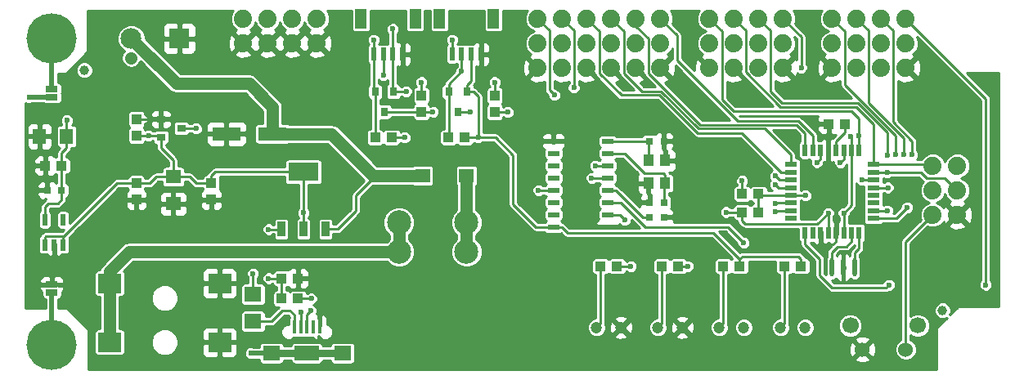
<source format=gtl>
G04 #@! TF.FileFunction,Copper,L1,Top,Signal*
%FSLAX46Y46*%
G04 Gerber Fmt 4.6, Leading zero omitted, Abs format (unit mm)*
G04 Created by KiCad (PCBNEW 4.0.6) date 08/03/17 16:45:26*
%MOMM*%
%LPD*%
G01*
G04 APERTURE LIST*
%ADD10C,0.100000*%
%ADD11R,1.099820X0.998220*%
%ADD12R,1.198880X0.599440*%
%ADD13R,0.800000X0.750000*%
%ADD14R,0.548640X1.198880*%
%ADD15R,0.998220X1.099820*%
%ADD16R,0.797560X0.899160*%
%ADD17R,0.398780X1.447800*%
%ADD18R,1.798320X1.498600*%
%ADD19R,2.499360X1.498600*%
%ADD20R,2.397760X1.998980*%
%ADD21R,1.524000X1.468120*%
%ADD22R,2.999740X1.399540*%
%ADD23R,0.812800X1.524000*%
%ADD24R,3.124200X1.905000*%
%ADD25R,0.899160X0.797560*%
%ADD26O,0.449580X1.905000*%
%ADD27C,1.879600*%
%ADD28C,2.500000*%
%ADD29C,1.700000*%
%ADD30C,1.524000*%
%ADD31R,1.597660X1.399540*%
%ADD32R,1.399540X1.597660*%
%ADD33C,1.200000*%
%ADD34C,0.998220*%
%ADD35R,0.558800X1.270000*%
%ADD36R,1.270000X0.558800*%
%ADD37R,1.099820X1.198880*%
%ADD38R,0.599440X1.348740*%
%ADD39R,1.198880X1.998980*%
%ADD40R,2.150000X2.150000*%
%ADD41C,2.150000*%
%ADD42R,1.270000X0.635000*%
%ADD43C,5.200000*%
%ADD44C,0.500000*%
%ADD45R,1.798320X1.597660*%
%ADD46C,0.600000*%
%ADD47C,1.270000*%
%ADD48C,0.250000*%
%ADD49C,0.508000*%
%ADD50C,0.762000*%
%ADD51C,0.254000*%
G04 APERTURE END LIST*
D10*
D11*
X179999640Y-106172000D03*
X181696360Y-106172000D03*
X175346360Y-106172000D03*
X173649640Y-106172000D03*
D12*
X161676080Y-102108000D03*
X161676080Y-100838000D03*
X161676080Y-99568000D03*
X161676080Y-98298000D03*
X161676080Y-97028000D03*
X161676080Y-95758000D03*
X161676080Y-94488000D03*
X161676080Y-93218000D03*
X156077920Y-93218000D03*
X156077920Y-94488000D03*
X156077920Y-95758000D03*
X156077920Y-97028000D03*
X156077920Y-98298000D03*
X156077920Y-99568000D03*
X156077920Y-100838000D03*
X156077920Y-102108000D03*
D11*
X160949640Y-106172000D03*
X162646360Y-106172000D03*
X168996360Y-106172000D03*
X167299640Y-106172000D03*
X186268360Y-91440000D03*
X184571640Y-91440000D03*
X177292000Y-100584000D03*
X175595280Y-100584000D03*
X175595280Y-98679000D03*
X177292000Y-98679000D03*
D13*
X166001000Y-101092000D03*
X167501000Y-101092000D03*
X167501000Y-99568000D03*
X166001000Y-99568000D03*
D14*
X103418640Y-103964740D03*
X104368600Y-103964740D03*
X105316020Y-103964740D03*
X105316020Y-101368860D03*
X103418640Y-101368860D03*
D13*
X105156000Y-98298000D03*
X103656000Y-98298000D03*
X166001000Y-93218000D03*
X167501000Y-93218000D03*
D11*
X137607040Y-92837000D03*
X139303760Y-92837000D03*
D15*
X142392400Y-90170000D03*
X142392400Y-88473280D03*
D11*
X145201640Y-92837000D03*
X146898360Y-92837000D03*
D15*
X149987000Y-90195400D03*
X149987000Y-88498680D03*
D16*
X147111720Y-88087200D03*
X145211800Y-88087200D03*
X146161760Y-90185240D03*
X139506960Y-88074500D03*
X137607040Y-88074500D03*
X138557000Y-90172540D03*
D11*
X127929640Y-109524800D03*
X129626360Y-109524800D03*
X129626360Y-107442000D03*
X127929640Y-107442000D03*
D17*
X130543300Y-112466120D03*
X129895600Y-112466120D03*
X131841240Y-112466120D03*
X131191000Y-112466120D03*
D18*
X126860300Y-115189000D03*
X134226300Y-115189000D03*
D19*
X130543300Y-115189000D03*
D17*
X129245360Y-112466120D03*
D20*
X121523760Y-114046000D03*
X121523760Y-107947460D03*
X110124240Y-114046000D03*
X110124240Y-107947460D03*
D21*
X147055840Y-96774000D03*
X142504160Y-96774000D03*
D22*
X127000000Y-92456000D03*
X122204480Y-92456000D03*
D23*
X127904240Y-102334060D03*
X130175000Y-102334060D03*
X132461000Y-102334060D03*
D24*
X130175000Y-96395540D03*
D15*
X120650000Y-99273360D03*
X120650000Y-97576640D03*
X112903000Y-97576640D03*
X112903000Y-99273360D03*
D25*
X115443000Y-90932000D03*
X115443000Y-92829380D03*
X117541040Y-91881960D03*
D15*
X112903000Y-90932000D03*
X112903000Y-92628720D03*
D11*
X105156000Y-95758000D03*
X103459280Y-95758000D03*
D26*
X184856120Y-106299000D03*
X186055000Y-106299000D03*
X187253880Y-106299000D03*
D27*
X184912000Y-85598000D03*
X187452000Y-85598000D03*
X189992000Y-85598000D03*
X192532000Y-85598000D03*
X184912000Y-83058000D03*
X187452000Y-83058000D03*
X189992000Y-83058000D03*
X192532000Y-83058000D03*
X184912000Y-80518000D03*
X187452000Y-80518000D03*
X189992000Y-80518000D03*
X192532000Y-80518000D03*
X172212000Y-85598000D03*
X174752000Y-85598000D03*
X177292000Y-85598000D03*
X179832000Y-85598000D03*
X172212000Y-83058000D03*
X174752000Y-83058000D03*
X177292000Y-83058000D03*
X179832000Y-83058000D03*
X172212000Y-80518000D03*
X174752000Y-80518000D03*
X177292000Y-80518000D03*
X179832000Y-80518000D03*
X154432000Y-85598000D03*
X156972000Y-85598000D03*
X159512000Y-85598000D03*
X162052000Y-85598000D03*
X164592000Y-85598000D03*
X167132000Y-85598000D03*
X154432000Y-83058000D03*
X156972000Y-83058000D03*
X159512000Y-83058000D03*
X162052000Y-83058000D03*
X164592000Y-83058000D03*
X167132000Y-83058000D03*
X154432000Y-80518000D03*
X156972000Y-80518000D03*
X159512000Y-80518000D03*
X162052000Y-80518000D03*
X164592000Y-80518000D03*
X167132000Y-80518000D03*
X123952000Y-83058000D03*
X126492000Y-83058000D03*
X129032000Y-83058000D03*
X131572000Y-83058000D03*
X131572000Y-80518000D03*
X129032000Y-80518000D03*
X126492000Y-80518000D03*
X123952000Y-80518000D03*
D28*
X147066000Y-101648000D03*
X140066000Y-101648000D03*
X147066000Y-104648000D03*
X140066000Y-104648000D03*
D29*
X193782000Y-112308000D03*
D30*
X192532000Y-114808000D03*
X188032000Y-114808000D03*
D29*
X186782000Y-112308000D03*
D31*
X116713000Y-96895920D03*
X116713000Y-99695000D03*
D32*
X105664000Y-92710000D03*
X102864920Y-92710000D03*
D33*
X182118000Y-112522000D03*
X179578000Y-112522000D03*
X175768000Y-112522000D03*
X173228000Y-112522000D03*
D34*
X107505500Y-85852000D03*
X196342000Y-110744000D03*
D35*
X182112920Y-102717600D03*
X182913020Y-102717600D03*
X183713120Y-102717600D03*
X184513220Y-102717600D03*
X185310780Y-102717600D03*
X186110880Y-102717600D03*
X186910980Y-102717600D03*
X187711080Y-102717600D03*
D36*
X189204600Y-101224080D03*
X189204600Y-100423980D03*
X189204600Y-99623880D03*
X189204600Y-98823780D03*
X189204600Y-98026220D03*
X189204600Y-97226120D03*
X189204600Y-96426020D03*
X189204600Y-95625920D03*
D35*
X187711080Y-94134940D03*
X186910980Y-94134940D03*
X186110880Y-94134940D03*
X185310780Y-94134940D03*
X184513220Y-94134940D03*
X183713120Y-94134940D03*
X182913020Y-94134940D03*
X182112920Y-94134940D03*
D36*
X180621940Y-95625920D03*
X180621940Y-96426020D03*
X180621940Y-97226120D03*
X180621940Y-98026220D03*
X180621940Y-98823780D03*
X180621940Y-99623880D03*
X180621940Y-100423980D03*
X180621940Y-101224080D03*
D37*
X165877240Y-95219520D03*
X165877240Y-97566480D03*
X167624760Y-97566480D03*
X167624760Y-95219520D03*
D33*
X163068000Y-112522000D03*
X160528000Y-112522000D03*
X169418000Y-112522000D03*
X166878000Y-112522000D03*
D38*
X148559520Y-84190840D03*
X147558760Y-84190840D03*
X146563080Y-84190840D03*
X145562320Y-84190840D03*
D39*
X144261840Y-80518000D03*
X149860000Y-80518000D03*
D38*
X140441680Y-84190840D03*
X139440920Y-84190840D03*
X138445240Y-84190840D03*
X137444480Y-84190840D03*
D39*
X136144000Y-80518000D03*
X141742160Y-80518000D03*
D40*
X117348000Y-82575400D03*
D41*
X112349280Y-82575400D03*
D42*
X104140000Y-87833200D03*
X104140000Y-88646000D03*
X104140000Y-108864400D03*
X104140000Y-108051600D03*
D43*
X104140000Y-82550000D03*
D44*
X106172000Y-82550000D03*
X102108000Y-82550000D03*
X104140000Y-80518000D03*
X104140000Y-84582000D03*
X105664000Y-84074000D03*
X105664000Y-81026000D03*
X102616000Y-81026000D03*
X102616000Y-84074000D03*
D43*
X104140000Y-114300000D03*
D44*
X106172000Y-114300000D03*
X102108000Y-114300000D03*
X104140000Y-112268000D03*
X104140000Y-116332000D03*
X105664000Y-115824000D03*
X105664000Y-112776000D03*
X102616000Y-112776000D03*
X102616000Y-115824000D03*
D45*
X124968000Y-109090460D03*
X124968000Y-111889540D03*
D27*
X195326000Y-95758000D03*
X197866000Y-95758000D03*
X195326000Y-98298000D03*
X197866000Y-98298000D03*
X195326000Y-100838000D03*
X197866000Y-100838000D03*
D46*
X185293000Y-98298000D03*
X169037000Y-97536000D03*
X164338000Y-97536000D03*
X164084000Y-106172000D03*
X173939200Y-100558600D03*
X114147600Y-92628720D03*
X186817000Y-92684600D03*
X184505600Y-100660200D03*
X186105800Y-100660200D03*
X149987000Y-87096600D03*
X142392400Y-87096600D03*
X130175000Y-100634800D03*
X130987800Y-109524800D03*
X140817600Y-88061800D03*
X105689400Y-91059000D03*
X148259800Y-92837000D03*
X140665200Y-92837000D03*
X139420600Y-81584800D03*
X175590200Y-97307400D03*
X154508200Y-98298000D03*
X182143400Y-98831400D03*
X163449000Y-101371400D03*
X178993800Y-99644200D03*
X175768000Y-103759000D03*
X178993800Y-100533200D03*
X126568200Y-102336600D03*
X126568200Y-107416600D03*
X160020000Y-97028000D03*
X130962400Y-110794800D03*
X160401000Y-95758000D03*
X129895600Y-110921800D03*
X124968000Y-106934000D03*
X119075200Y-91897200D03*
X187680600Y-92659200D03*
X169951400Y-106172000D03*
X181711600Y-85598000D03*
X188010800Y-97231200D03*
X190601600Y-96426020D03*
X190601600Y-94640400D03*
X156159200Y-88442800D03*
X183337200Y-95402400D03*
X158165800Y-87655400D03*
X185750200Y-95427800D03*
X191465200Y-94615000D03*
X190677800Y-98018600D03*
X192328800Y-94615000D03*
X190627000Y-100431600D03*
X193192400Y-94615000D03*
X192684400Y-100076000D03*
X190804800Y-108102400D03*
X200812400Y-108102400D03*
X146563080Y-85948520D03*
X138455400Y-86360000D03*
X145567400Y-82702400D03*
X137439400Y-82702400D03*
X143560800Y-90170000D03*
X179019200Y-97713800D03*
X179019200Y-96824800D03*
X151333200Y-90195400D03*
X147472400Y-90195400D03*
X101803200Y-88646000D03*
X124764800Y-115189000D03*
D47*
X112349280Y-84578000D02*
X112331500Y-84595780D01*
D48*
X185310780Y-94134940D02*
X185310780Y-93249940D01*
X185310780Y-93249940D02*
X186268360Y-92292360D01*
X186268360Y-92292360D02*
X186268360Y-91440000D01*
X185310780Y-102717600D02*
X185310780Y-98315780D01*
X185310780Y-98315780D02*
X185293000Y-98298000D01*
X165877240Y-97566480D02*
X164368480Y-97566480D01*
X164368480Y-97566480D02*
X164338000Y-97536000D01*
X184988200Y-103936800D02*
X185310780Y-103614220D01*
X185310780Y-103614220D02*
X185310780Y-102717600D01*
X184047320Y-103936800D02*
X184988200Y-103936800D01*
X183713120Y-102717600D02*
X183713120Y-103602600D01*
X183713120Y-103602600D02*
X184047320Y-103936800D01*
X131851400Y-111482060D02*
X131724400Y-111355060D01*
X131724400Y-111355060D02*
X131724400Y-108518960D01*
X131841240Y-112466120D02*
X131841240Y-111492220D01*
X131841240Y-111492220D02*
X131851400Y-111482060D01*
X115443000Y-90932000D02*
X115493800Y-90932000D01*
X113652110Y-90932000D02*
X115443000Y-90932000D01*
X175898081Y-101780881D02*
X175595280Y-101478080D01*
X175595280Y-101478080D02*
X175595280Y-100584000D01*
X184505600Y-100660200D02*
X183384919Y-101780881D01*
X183384919Y-101780881D02*
X175898081Y-101780881D01*
X186910980Y-94134940D02*
X186910980Y-99855020D01*
X186910980Y-99855020D02*
X186105800Y-100660200D01*
X164084000Y-106172000D02*
X162646360Y-106172000D01*
X175595280Y-100584000D02*
X173964600Y-100584000D01*
X173964600Y-100584000D02*
X173939200Y-100558600D01*
X112903000Y-92628720D02*
X114147600Y-92628720D01*
X114147600Y-92628720D02*
X115242340Y-92628720D01*
X130175000Y-100634800D02*
X130175000Y-96395540D01*
X120650000Y-97576640D02*
X120650000Y-96776730D01*
X120650000Y-96776730D02*
X121031190Y-96395540D01*
X121031190Y-96395540D02*
X128362900Y-96395540D01*
X128362900Y-96395540D02*
X130175000Y-96395540D01*
X186910980Y-94134940D02*
X186910980Y-92778580D01*
X186910980Y-92778580D02*
X186817000Y-92684600D01*
X184513220Y-102717600D02*
X184513220Y-100667820D01*
X184513220Y-100667820D02*
X184505600Y-100660200D01*
X186110880Y-102717600D02*
X186110880Y-100665280D01*
X186110880Y-100665280D02*
X186105800Y-100660200D01*
X149987000Y-87096600D02*
X149987000Y-88498680D01*
X142392400Y-88473280D02*
X142392400Y-87096600D01*
X112903000Y-97576640D02*
X110854680Y-97576640D01*
X110854680Y-97576640D02*
X105316020Y-103115300D01*
X130175000Y-100634800D02*
X130175000Y-102334060D01*
X129626360Y-109524800D02*
X130987800Y-109524800D01*
X118409720Y-96895920D02*
X119090440Y-97576640D01*
X119090440Y-97576640D02*
X120650000Y-97576640D01*
X116713000Y-96895920D02*
X118409720Y-96895920D01*
X114259360Y-97576640D02*
X114940080Y-96895920D01*
X114940080Y-96895920D02*
X116713000Y-96895920D01*
X112903000Y-97576640D02*
X114259360Y-97576640D01*
X115443000Y-93903800D02*
X116713000Y-95173800D01*
X116713000Y-95173800D02*
X116713000Y-96895920D01*
X115443000Y-92829380D02*
X115443000Y-93903800D01*
X115242340Y-92628720D02*
X115443000Y-92829380D01*
X103418640Y-103964740D02*
X103418640Y-103115300D01*
X103418640Y-103115300D02*
X103493641Y-103040299D01*
X103493641Y-103040299D02*
X105241019Y-103040299D01*
X105241019Y-103040299D02*
X105316020Y-103115300D01*
X105316020Y-103115300D02*
X105316020Y-103964740D01*
D47*
X124561600Y-87249000D02*
X117022880Y-87249000D01*
X117022880Y-87249000D02*
X112349280Y-82575400D01*
X127000000Y-89687400D02*
X124561600Y-87249000D01*
X127000000Y-91186000D02*
X127000000Y-89687400D01*
X127000000Y-92456000D02*
X127000000Y-91186000D01*
X137414000Y-96774000D02*
X133096000Y-92456000D01*
X133096000Y-92456000D02*
X127000000Y-92456000D01*
D48*
X135610600Y-100431600D02*
X133708140Y-102334060D01*
X133708140Y-102334060D02*
X132461000Y-102334060D01*
X135610600Y-98828860D02*
X135610600Y-100431600D01*
X137414000Y-96774000D02*
X137414000Y-97025460D01*
X137414000Y-97025460D02*
X135610600Y-98828860D01*
D47*
X142504160Y-96774000D02*
X137414000Y-96774000D01*
D48*
X171704000Y-102685121D02*
X157504481Y-102685121D01*
X171941121Y-102685121D02*
X171704000Y-102685121D01*
X171704000Y-102685121D02*
X172608591Y-102685121D01*
X172608591Y-102685121D02*
X175346360Y-105422890D01*
X181696360Y-106172000D02*
X181696360Y-105422890D01*
X181696360Y-105422890D02*
X181429470Y-105156000D01*
X181429470Y-105156000D02*
X175613250Y-105156000D01*
X175613250Y-105156000D02*
X175346360Y-105422890D01*
X175346360Y-105422890D02*
X175346360Y-106172000D01*
X139506960Y-88074500D02*
X140804900Y-88074500D01*
X140804900Y-88074500D02*
X140817600Y-88061800D01*
X105664000Y-92710000D02*
X105664000Y-91084400D01*
X105664000Y-91084400D02*
X105689400Y-91059000D01*
X157504481Y-102685121D02*
X156927360Y-102108000D01*
X156927360Y-102108000D02*
X156077920Y-102108000D01*
X151892000Y-99771200D02*
X154228800Y-102108000D01*
X154228800Y-102108000D02*
X156077920Y-102108000D01*
X151892000Y-94665800D02*
X151892000Y-99771200D01*
X150063200Y-92837000D02*
X151892000Y-94665800D01*
X148259800Y-92837000D02*
X150063200Y-92837000D01*
X147111720Y-88087200D02*
X147760500Y-88087200D01*
X147760500Y-88087200D02*
X148259800Y-88586500D01*
X148259800Y-88586500D02*
X148259800Y-92412736D01*
X148259800Y-92412736D02*
X148259800Y-92837000D01*
X148259800Y-92837000D02*
X146898360Y-92837000D01*
X139303760Y-92837000D02*
X140665200Y-92837000D01*
X105156000Y-94437200D02*
X105664000Y-93929200D01*
X105664000Y-93929200D02*
X105664000Y-92710000D01*
X105156000Y-95758000D02*
X105156000Y-94437200D01*
X105156000Y-98298000D02*
X105156000Y-95758000D01*
X104749600Y-99669600D02*
X105156000Y-99263200D01*
X105156000Y-99263200D02*
X105156000Y-98298000D01*
X103759400Y-99669600D02*
X104749600Y-99669600D01*
X103418640Y-101368860D02*
X103418640Y-100010360D01*
X103418640Y-100010360D02*
X103759400Y-99669600D01*
X139440920Y-84190840D02*
X139440920Y-81605120D01*
X139440920Y-81605120D02*
X139420600Y-81584800D01*
X147111720Y-88087200D02*
X147111720Y-87387620D01*
X147111720Y-87387620D02*
X147558760Y-86940580D01*
X147558760Y-86940580D02*
X147558760Y-85115210D01*
X147558760Y-85115210D02*
X147558760Y-84190840D01*
X139440920Y-84190840D02*
X139440920Y-88008460D01*
X139440920Y-88008460D02*
X139506960Y-88074500D01*
X175590200Y-97307400D02*
X175590200Y-98673920D01*
X175590200Y-98673920D02*
X175595280Y-98679000D01*
X156077920Y-98298000D02*
X154508200Y-98298000D01*
X195300600Y-100838000D02*
X192532000Y-103606600D01*
X192532000Y-103606600D02*
X192532000Y-114808000D01*
X177292000Y-98679000D02*
X177292000Y-100584000D01*
X180621940Y-98823780D02*
X177436780Y-98823780D01*
X177436780Y-98823780D02*
X177292000Y-98679000D01*
X182143400Y-98831400D02*
X180629560Y-98831400D01*
X180629560Y-98831400D02*
X180621940Y-98823780D01*
X167501000Y-99568000D02*
X167501000Y-97690240D01*
X167501000Y-97690240D02*
X167624760Y-97566480D01*
X161676080Y-94488000D02*
X163449000Y-94488000D01*
X163449000Y-94488000D02*
X165481000Y-96520000D01*
X165481000Y-96520000D02*
X167427720Y-96520000D01*
X167427720Y-96520000D02*
X167624760Y-96717040D01*
X167624760Y-96717040D02*
X167624760Y-97566480D01*
X163296600Y-93218000D02*
X166001000Y-93218000D01*
X165877240Y-95219520D02*
X165877240Y-93341760D01*
X165877240Y-93341760D02*
X166001000Y-93218000D01*
X161676080Y-93218000D02*
X163296600Y-93218000D01*
X161676080Y-98298000D02*
X162509200Y-98298000D01*
X162509200Y-98298000D02*
X165303200Y-101092000D01*
X165303200Y-101092000D02*
X166001000Y-101092000D01*
X166001000Y-101092000D02*
X165976000Y-101092000D01*
D47*
X147066000Y-101648000D02*
X147066000Y-96784160D01*
D48*
X147066000Y-96784160D02*
X147055840Y-96774000D01*
D47*
X147066000Y-104648000D02*
X147066000Y-102880234D01*
X147066000Y-102880234D02*
X147066000Y-101648000D01*
D48*
X161676080Y-100838000D02*
X162915600Y-100838000D01*
X162915600Y-100838000D02*
X163449000Y-101371400D01*
X180621940Y-99623880D02*
X179014120Y-99623880D01*
X179014120Y-99623880D02*
X178993800Y-99644200D01*
X179999640Y-106172000D02*
X179999640Y-112100360D01*
X179999640Y-112100360D02*
X179578000Y-112522000D01*
X161676080Y-99568000D02*
X163042600Y-99568000D01*
X163042600Y-99568000D02*
X165557200Y-102082600D01*
X165557200Y-102082600D02*
X174091600Y-102082600D01*
X174091600Y-102082600D02*
X175768000Y-103759000D01*
X175468001Y-103459001D02*
X175768000Y-103759000D01*
X161676080Y-99568000D02*
X161376360Y-99568000D01*
X180621940Y-100423980D02*
X179103020Y-100423980D01*
X179103020Y-100423980D02*
X178993800Y-100533200D01*
X173649640Y-106172000D02*
X173649640Y-112100360D01*
X173649640Y-112100360D02*
X173228000Y-112522000D01*
X126568200Y-102336600D02*
X127901700Y-102336600D01*
X127901700Y-102336600D02*
X127904240Y-102334060D01*
X127929640Y-107442000D02*
X126593600Y-107442000D01*
X126593600Y-107442000D02*
X126568200Y-107416600D01*
X127929640Y-109524800D02*
X127929640Y-107442000D01*
D47*
X140066000Y-104648000D02*
X140066000Y-102880234D01*
X140066000Y-102880234D02*
X140066000Y-101648000D01*
X112174210Y-104648000D02*
X137414000Y-104648000D01*
X137414000Y-104648000D02*
X138298234Y-104648000D01*
X140066000Y-104648000D02*
X137414000Y-104648000D01*
X110124240Y-107947460D02*
X110124240Y-106697970D01*
X110124240Y-106697970D02*
X112174210Y-104648000D01*
X110124240Y-114046000D02*
X110124240Y-112796510D01*
X110124240Y-112796510D02*
X110124240Y-107947460D01*
D48*
X160020000Y-97028000D02*
X161676080Y-97028000D01*
X130543300Y-112466120D02*
X130543300Y-111213900D01*
X130543300Y-111213900D02*
X130962400Y-110794800D01*
X160401000Y-95758000D02*
X161676080Y-95758000D01*
X129895600Y-112466120D02*
X129895600Y-110921800D01*
X124968000Y-109090460D02*
X124968000Y-106934000D01*
X119075200Y-91897200D02*
X117556280Y-91897200D01*
X117556280Y-91897200D02*
X117541040Y-91881960D01*
X169951400Y-106172000D02*
X168996360Y-106172000D01*
X186944000Y-90093800D02*
X187680600Y-90830400D01*
X187680600Y-90830400D02*
X187680600Y-92659200D01*
X174686092Y-90093800D02*
X186944000Y-90093800D01*
X173534799Y-88942507D02*
X174686092Y-90093800D01*
X172212000Y-80518000D02*
X173534799Y-81840799D01*
X173534799Y-81840799D02*
X173534799Y-88942507D01*
X187711080Y-94134940D02*
X187711080Y-92689680D01*
X187711080Y-92689680D02*
X187680600Y-92659200D01*
X184856120Y-106299000D02*
X184856120Y-105571290D01*
X184856120Y-105571290D02*
X184861200Y-105566210D01*
X184861200Y-105566210D02*
X184861200Y-104724200D01*
X184861200Y-104724200D02*
X185470800Y-104114600D01*
X185470800Y-104114600D02*
X186398980Y-104114600D01*
X186398980Y-104114600D02*
X186910980Y-103602600D01*
X186910980Y-103602600D02*
X186910980Y-102717600D01*
X187253880Y-104744520D02*
X187711080Y-104287320D01*
X187711080Y-104287320D02*
X187711080Y-102717600D01*
X187253880Y-106299000D02*
X187253880Y-104744520D01*
X181711600Y-85598000D02*
X181711600Y-82397600D01*
X181711600Y-82397600D02*
X179832000Y-80518000D01*
X189204600Y-97226120D02*
X188015880Y-97226120D01*
X188015880Y-97226120D02*
X188010800Y-97231200D01*
X196900801Y-97358201D02*
X197840600Y-98298000D01*
X190601600Y-96426020D02*
X194096714Y-96426020D01*
X194096714Y-96426020D02*
X194703893Y-97033199D01*
X194703893Y-97033199D02*
X196575799Y-97033199D01*
X196575799Y-97033199D02*
X196900801Y-97358201D01*
X189204600Y-96426020D02*
X190601600Y-96426020D01*
X179750614Y-89288980D02*
X187571873Y-89288980D01*
X187571873Y-89288980D02*
X190601600Y-92318707D01*
X190601600Y-92318707D02*
X190601600Y-94640400D01*
X179050717Y-88589083D02*
X179750614Y-89288980D01*
X178509201Y-88047567D02*
X179050717Y-88589083D01*
X177292000Y-80518000D02*
X178509201Y-81735201D01*
X178509201Y-81735201D02*
X178509201Y-88047567D01*
X195323460Y-95625920D02*
X195455540Y-95758000D01*
X187405190Y-89691390D02*
X189204600Y-91490800D01*
X189204600Y-91490800D02*
X189204600Y-95625920D01*
X174752000Y-80518000D02*
X175969201Y-81735201D01*
X175969201Y-81735201D02*
X175969201Y-86076659D01*
X175969201Y-86076659D02*
X179583932Y-89691390D01*
X179583932Y-89691390D02*
X187405190Y-89691390D01*
X189204600Y-95625920D02*
X195168520Y-95625920D01*
X195168520Y-95625920D02*
X195300600Y-95758000D01*
X181406800Y-91109800D02*
X182913020Y-92616020D01*
X182913020Y-92616020D02*
X182913020Y-94134940D01*
X175133000Y-91109800D02*
X181406800Y-91109800D01*
X168859200Y-84836000D02*
X175133000Y-91109800D01*
X167132000Y-80518000D02*
X168859200Y-82245200D01*
X168859200Y-82245200D02*
X168859200Y-84836000D01*
X181244108Y-91516200D02*
X182112920Y-92385012D01*
X182112920Y-92385012D02*
X182112920Y-94134940D01*
X164592000Y-80518000D02*
X164592000Y-81256542D01*
X164592000Y-81256542D02*
X165914799Y-82579341D01*
X165914799Y-82579341D02*
X165914799Y-86182257D01*
X165914799Y-86182257D02*
X171248742Y-91516200D01*
X171248742Y-91516200D02*
X181244108Y-91516200D01*
X162052000Y-80518000D02*
X163374799Y-81840799D01*
X163374799Y-81840799D02*
X163374799Y-86182257D01*
X171082059Y-91918610D02*
X177927000Y-91918610D01*
X163374799Y-86182257D02*
X165228942Y-88036400D01*
X165228942Y-88036400D02*
X167199850Y-88036400D01*
X167199850Y-88036400D02*
X171082059Y-91918610D01*
X177927000Y-91918610D02*
X180621940Y-94613550D01*
X180621940Y-94613550D02*
X180621940Y-95625920D01*
X175564800Y-92379800D02*
X179611020Y-96426020D01*
X179611020Y-96426020D02*
X180621940Y-96426020D01*
X170974158Y-92379800D02*
X175564800Y-92379800D01*
X163091352Y-88438810D02*
X167033168Y-88438810D01*
X167033168Y-88438810D02*
X170974158Y-92379800D01*
X159512000Y-80518000D02*
X160834799Y-81840799D01*
X160834799Y-86182257D02*
X163091352Y-88438810D01*
X160834799Y-81840799D02*
X160834799Y-86182257D01*
X154432000Y-80518000D02*
X155649201Y-81735201D01*
X155649201Y-81735201D02*
X155649201Y-87932801D01*
X155649201Y-87932801D02*
X156159200Y-88442800D01*
X183713120Y-94134940D02*
X183713120Y-95026480D01*
X183713120Y-95026480D02*
X183337200Y-95402400D01*
X156972000Y-80518000D02*
X158189201Y-81735201D01*
X158189201Y-81735201D02*
X158189201Y-87631999D01*
X158189201Y-87631999D02*
X158165800Y-87655400D01*
X186110880Y-94134940D02*
X186110880Y-95067120D01*
X186110880Y-95067120D02*
X185750200Y-95427800D01*
X186234799Y-87382814D02*
X191465200Y-92613215D01*
X191465200Y-92613215D02*
X191465200Y-94615000D01*
X190677800Y-98018600D02*
X189212220Y-98018600D01*
X189212220Y-98018600D02*
X189204600Y-98026220D01*
X184912000Y-80518000D02*
X186234799Y-81840799D01*
X186234799Y-81840799D02*
X186234799Y-87382814D01*
X191112339Y-91691262D02*
X192328800Y-92907723D01*
X192328800Y-92907723D02*
X192328800Y-94615000D01*
X188669201Y-89248124D02*
X191112339Y-91691262D01*
X188669201Y-81735201D02*
X188669201Y-89248124D01*
X190627000Y-100431600D02*
X189212220Y-100431600D01*
X189212220Y-100431600D02*
X189204600Y-100423980D01*
X187452000Y-80518000D02*
X188669201Y-81735201D01*
X191209201Y-91219032D02*
X193192400Y-93202231D01*
X193192400Y-93202231D02*
X193192400Y-94615000D01*
X191209201Y-81735201D02*
X191209201Y-91219032D01*
X192684400Y-100076000D02*
X191536320Y-101224080D01*
X191536320Y-101224080D02*
X189204600Y-101224080D01*
X189992000Y-80518000D02*
X191209201Y-81735201D01*
X190504801Y-108402399D02*
X184912000Y-108402399D01*
X183642000Y-105410000D02*
X183642000Y-107132399D01*
X183642000Y-107132399D02*
X184912000Y-108402399D01*
X182112920Y-103880920D02*
X183642000Y-105410000D01*
X182112920Y-102717600D02*
X182112920Y-103880920D01*
X190804800Y-108102400D02*
X190504801Y-108402399D01*
X192532000Y-80518000D02*
X200812400Y-88798400D01*
X200812400Y-88798400D02*
X200812400Y-108102400D01*
X145211800Y-88087200D02*
X145211800Y-92826840D01*
X145211800Y-92826840D02*
X145201640Y-92837000D01*
X146563080Y-85948520D02*
X145211800Y-87299800D01*
X145211800Y-87299800D02*
X145211800Y-88087200D01*
X138445240Y-84190840D02*
X138445240Y-86349840D01*
X138445240Y-86349840D02*
X138455400Y-86360000D01*
X146563080Y-84190840D02*
X146563080Y-85948520D01*
X137607040Y-88074500D02*
X137607040Y-88774080D01*
X137607040Y-88774080D02*
X137607040Y-92837000D01*
X145567400Y-82702400D02*
X145567400Y-84185760D01*
X145567400Y-84185760D02*
X145562320Y-84190840D01*
X137444480Y-84190840D02*
X137444480Y-82707480D01*
X137444480Y-82707480D02*
X137439400Y-82702400D01*
X137444480Y-84190840D02*
X137444480Y-87911940D01*
X137444480Y-87911940D02*
X137607040Y-88074500D01*
X142392400Y-90170000D02*
X143560800Y-90170000D01*
X180621940Y-98026220D02*
X179331620Y-98026220D01*
X179331620Y-98026220D02*
X179019200Y-97713800D01*
X138557000Y-90172540D02*
X142389860Y-90172540D01*
X142389860Y-90172540D02*
X142392400Y-90170000D01*
X180621940Y-97226120D02*
X179420520Y-97226120D01*
X179420520Y-97226120D02*
X179019200Y-96824800D01*
X151333200Y-90195400D02*
X149987000Y-90195400D01*
X146161760Y-90185240D02*
X147462240Y-90185240D01*
X147462240Y-90185240D02*
X147472400Y-90195400D01*
X160949640Y-106172000D02*
X160949640Y-112100360D01*
X160949640Y-112100360D02*
X160528000Y-112522000D01*
X167299640Y-106172000D02*
X167299640Y-112100360D01*
X167299640Y-112100360D02*
X166878000Y-112522000D01*
D49*
X101803200Y-88646000D02*
X104140000Y-88646000D01*
X126860300Y-115189000D02*
X124764800Y-115189000D01*
D48*
X130543300Y-115189000D02*
X126860300Y-115189000D01*
D50*
X134226300Y-115189000D02*
X126860300Y-115189000D01*
D49*
X104140000Y-87833200D02*
X104140000Y-87265700D01*
X104140000Y-87265700D02*
X104140000Y-82550000D01*
X104140000Y-108864400D02*
X104140000Y-114215001D01*
D48*
X128016000Y-110744000D02*
X128778000Y-110744000D01*
X128778000Y-110744000D02*
X129245360Y-111211360D01*
X126870460Y-111889540D02*
X128016000Y-110744000D01*
X124968000Y-111889540D02*
X126870460Y-111889540D01*
X129245360Y-112466120D02*
X129245360Y-111211360D01*
X112903000Y-90932000D02*
X113652110Y-90932000D01*
D51*
G36*
X122832933Y-79768850D02*
X122631430Y-80254124D01*
X122630971Y-80779571D01*
X122831627Y-81265196D01*
X123202850Y-81637067D01*
X123220354Y-81644335D01*
X123113923Y-81688420D01*
X123022637Y-81949032D01*
X123952000Y-82878395D01*
X124881363Y-81949032D01*
X124790077Y-81688420D01*
X124677971Y-81647143D01*
X124699196Y-81638373D01*
X125071067Y-81267150D01*
X125222123Y-80903367D01*
X125371627Y-81265196D01*
X125742850Y-81637067D01*
X125760354Y-81644335D01*
X125653923Y-81688420D01*
X125562637Y-81949032D01*
X126492000Y-82878395D01*
X127421363Y-81949032D01*
X127330077Y-81688420D01*
X127217971Y-81647143D01*
X127239196Y-81638373D01*
X127611067Y-81267150D01*
X127762123Y-80903367D01*
X127911627Y-81265196D01*
X128282850Y-81637067D01*
X128300354Y-81644335D01*
X128193923Y-81688420D01*
X128102637Y-81949032D01*
X129032000Y-82878395D01*
X129961363Y-81949032D01*
X129870077Y-81688420D01*
X129757971Y-81647143D01*
X129779196Y-81638373D01*
X130151067Y-81267150D01*
X130302123Y-80903367D01*
X130451627Y-81265196D01*
X130822850Y-81637067D01*
X130840354Y-81644335D01*
X130733923Y-81688420D01*
X130642637Y-81949032D01*
X131572000Y-82878395D01*
X132501363Y-81949032D01*
X132410077Y-81688420D01*
X132297971Y-81647143D01*
X132319196Y-81638373D01*
X132691067Y-81267150D01*
X132892570Y-80781876D01*
X132893029Y-80256429D01*
X132692373Y-79770804D01*
X132625685Y-79704000D01*
X135156096Y-79704000D01*
X135156096Y-81517490D01*
X135182663Y-81658680D01*
X135266106Y-81788355D01*
X135393426Y-81875349D01*
X135544560Y-81905954D01*
X136743440Y-81905954D01*
X136884630Y-81879387D01*
X137014305Y-81795944D01*
X137101299Y-81668624D01*
X137131904Y-81517490D01*
X137131904Y-79704000D01*
X140754256Y-79704000D01*
X140754256Y-81517490D01*
X140780823Y-81658680D01*
X140864266Y-81788355D01*
X140991586Y-81875349D01*
X141142720Y-81905954D01*
X142341600Y-81905954D01*
X142482790Y-81879387D01*
X142612465Y-81795944D01*
X142699459Y-81668624D01*
X142730064Y-81517490D01*
X142730064Y-79704000D01*
X143273936Y-79704000D01*
X143273936Y-81517490D01*
X143300503Y-81658680D01*
X143383946Y-81788355D01*
X143511266Y-81875349D01*
X143662400Y-81905954D01*
X144861280Y-81905954D01*
X145002470Y-81879387D01*
X145132145Y-81795944D01*
X145219139Y-81668624D01*
X145249744Y-81517490D01*
X145249744Y-79704000D01*
X148872096Y-79704000D01*
X148872096Y-81517490D01*
X148898663Y-81658680D01*
X148982106Y-81788355D01*
X149109426Y-81875349D01*
X149260560Y-81905954D01*
X150459440Y-81905954D01*
X150600630Y-81879387D01*
X150730305Y-81795944D01*
X150817299Y-81668624D01*
X150847904Y-81517490D01*
X150847904Y-79704000D01*
X153377896Y-79704000D01*
X153312933Y-79768850D01*
X153111430Y-80254124D01*
X153110971Y-80779571D01*
X153311627Y-81265196D01*
X153682850Y-81637067D01*
X154046633Y-81788123D01*
X153684804Y-81937627D01*
X153312933Y-82308850D01*
X153111430Y-82794124D01*
X153110971Y-83319571D01*
X153311627Y-83805196D01*
X153682850Y-84177067D01*
X153700354Y-84184335D01*
X153593923Y-84228420D01*
X153502637Y-84489032D01*
X154432000Y-85418395D01*
X154446143Y-85404253D01*
X154625748Y-85583858D01*
X154611605Y-85598000D01*
X154625748Y-85612143D01*
X154446143Y-85791748D01*
X154432000Y-85777605D01*
X153502637Y-86706968D01*
X153593923Y-86967580D01*
X154181833Y-87184045D01*
X154807828Y-87159049D01*
X155143201Y-87020134D01*
X155143201Y-87932801D01*
X155181718Y-88126439D01*
X155291405Y-88290597D01*
X155478169Y-88477361D01*
X155478082Y-88577665D01*
X155581539Y-88828052D01*
X155772941Y-89019787D01*
X156023146Y-89123682D01*
X156294065Y-89123918D01*
X156544452Y-89020461D01*
X156736187Y-88829059D01*
X156840082Y-88578854D01*
X156840318Y-88307935D01*
X156736861Y-88057548D01*
X156545459Y-87865813D01*
X156295254Y-87761918D01*
X156193822Y-87761830D01*
X156155201Y-87723209D01*
X156155201Y-86975414D01*
X156721833Y-87184045D01*
X157347828Y-87159049D01*
X157683201Y-87020134D01*
X157683201Y-87174917D01*
X157588813Y-87269141D01*
X157484918Y-87519346D01*
X157484682Y-87790265D01*
X157588139Y-88040652D01*
X157779541Y-88232387D01*
X158029746Y-88336282D01*
X158300665Y-88336518D01*
X158551052Y-88233061D01*
X158742787Y-88041659D01*
X158846682Y-87791454D01*
X158846918Y-87520535D01*
X158743461Y-87270148D01*
X158695201Y-87221804D01*
X158695201Y-86975414D01*
X159261833Y-87184045D01*
X159887828Y-87159049D01*
X160350077Y-86967580D01*
X160441363Y-86706968D01*
X159512000Y-85777605D01*
X159497858Y-85791748D01*
X159318253Y-85612143D01*
X159332395Y-85598000D01*
X159318253Y-85583858D01*
X159497858Y-85404253D01*
X159512000Y-85418395D01*
X159526143Y-85404253D01*
X159705748Y-85583858D01*
X159691605Y-85598000D01*
X160341943Y-86248338D01*
X160367316Y-86375895D01*
X160477003Y-86540053D01*
X162733556Y-88796606D01*
X162897714Y-88906293D01*
X163091352Y-88944810D01*
X166823576Y-88944810D01*
X170616362Y-92737596D01*
X170780520Y-92847283D01*
X170974158Y-92885800D01*
X175355208Y-92885800D01*
X178692397Y-96222989D01*
X178633948Y-96247139D01*
X178442213Y-96438541D01*
X178338318Y-96688746D01*
X178338082Y-96959665D01*
X178441539Y-97210052D01*
X178500620Y-97269236D01*
X178442213Y-97327541D01*
X178338318Y-97577746D01*
X178338082Y-97848665D01*
X178441539Y-98099052D01*
X178632941Y-98290787D01*
X178697947Y-98317780D01*
X178230374Y-98317780D01*
X178230374Y-98179890D01*
X178203807Y-98038700D01*
X178120364Y-97909025D01*
X177993044Y-97822031D01*
X177841910Y-97791426D01*
X176742090Y-97791426D01*
X176600900Y-97817993D01*
X176471225Y-97901436D01*
X176444206Y-97940980D01*
X176423644Y-97909025D01*
X176296324Y-97822031D01*
X176145190Y-97791426D01*
X176096200Y-97791426D01*
X176096200Y-97764523D01*
X176167187Y-97693659D01*
X176271082Y-97443454D01*
X176271318Y-97172535D01*
X176167861Y-96922148D01*
X175976459Y-96730413D01*
X175726254Y-96626518D01*
X175455335Y-96626282D01*
X175204948Y-96729739D01*
X175013213Y-96921141D01*
X174909318Y-97171346D01*
X174909082Y-97442265D01*
X175012539Y-97692652D01*
X175084200Y-97764438D01*
X175084200Y-97791426D01*
X175045370Y-97791426D01*
X174904180Y-97817993D01*
X174774505Y-97901436D01*
X174687511Y-98028756D01*
X174656906Y-98179890D01*
X174656906Y-99178110D01*
X174683473Y-99319300D01*
X174766916Y-99448975D01*
X174894236Y-99535969D01*
X175045370Y-99566574D01*
X176145190Y-99566574D01*
X176286380Y-99540007D01*
X176416055Y-99456564D01*
X176443074Y-99417020D01*
X176463636Y-99448975D01*
X176590956Y-99535969D01*
X176742090Y-99566574D01*
X176786000Y-99566574D01*
X176786000Y-99696426D01*
X176742090Y-99696426D01*
X176600900Y-99722993D01*
X176471225Y-99806436D01*
X176444206Y-99845980D01*
X176423644Y-99814025D01*
X176296324Y-99727031D01*
X176145190Y-99696426D01*
X175045370Y-99696426D01*
X174904180Y-99722993D01*
X174774505Y-99806436D01*
X174687511Y-99933756D01*
X174658301Y-100078000D01*
X174421679Y-100078000D01*
X174325459Y-99981613D01*
X174075254Y-99877718D01*
X173804335Y-99877482D01*
X173553948Y-99980939D01*
X173362213Y-100172341D01*
X173258318Y-100422546D01*
X173258082Y-100693465D01*
X173361539Y-100943852D01*
X173552941Y-101135587D01*
X173803146Y-101239482D01*
X174074065Y-101239718D01*
X174324452Y-101136261D01*
X174370793Y-101090000D01*
X174658202Y-101090000D01*
X174683473Y-101224300D01*
X174766916Y-101353975D01*
X174894236Y-101440969D01*
X175045370Y-101471574D01*
X175089280Y-101471574D01*
X175089280Y-101478080D01*
X175127797Y-101671718D01*
X175237484Y-101835876D01*
X175540285Y-102138677D01*
X175704443Y-102248364D01*
X175898081Y-102286881D01*
X181445056Y-102286881D01*
X181445056Y-103352600D01*
X181471623Y-103493790D01*
X181555066Y-103623465D01*
X181606920Y-103658895D01*
X181606920Y-103880920D01*
X181645437Y-104074558D01*
X181755124Y-104238716D01*
X183136000Y-105619592D01*
X183136000Y-107132399D01*
X183174517Y-107326037D01*
X183284204Y-107490195D01*
X184554204Y-108760195D01*
X184718362Y-108869882D01*
X184912000Y-108908399D01*
X190504801Y-108908399D01*
X190698439Y-108869882D01*
X190827837Y-108783421D01*
X190939665Y-108783518D01*
X191190052Y-108680061D01*
X191381787Y-108488659D01*
X191485682Y-108238454D01*
X191485918Y-107967535D01*
X191382461Y-107717148D01*
X191191059Y-107525413D01*
X190940854Y-107421518D01*
X190669935Y-107421282D01*
X190419548Y-107524739D01*
X190227813Y-107716141D01*
X190152963Y-107896399D01*
X185121592Y-107896399D01*
X184879223Y-107654030D01*
X185087946Y-107612512D01*
X185284478Y-107481193D01*
X185302517Y-107454195D01*
X185309258Y-107473070D01*
X185536839Y-107724476D01*
X185810642Y-107851045D01*
X185942605Y-107718681D01*
X185942605Y-106426000D01*
X185908000Y-106426000D01*
X185908000Y-106172000D01*
X185942605Y-106172000D01*
X185942605Y-104879319D01*
X185810642Y-104746955D01*
X185536839Y-104873524D01*
X185367200Y-105060922D01*
X185367200Y-104933792D01*
X185680392Y-104620600D01*
X186398980Y-104620600D01*
X186592618Y-104582083D01*
X186756776Y-104472396D01*
X187205080Y-104024092D01*
X187205080Y-104077728D01*
X186896084Y-104386724D01*
X186786397Y-104550882D01*
X186747880Y-104744520D01*
X186747880Y-105066534D01*
X186573161Y-104873524D01*
X186299358Y-104746955D01*
X186167395Y-104879319D01*
X186167395Y-106172000D01*
X186202000Y-106172000D01*
X186202000Y-106426000D01*
X186167395Y-106426000D01*
X186167395Y-107718681D01*
X186299358Y-107851045D01*
X186573161Y-107724476D01*
X186800742Y-107473070D01*
X186807483Y-107454195D01*
X186825522Y-107481193D01*
X187022054Y-107612512D01*
X187253880Y-107658625D01*
X187485706Y-107612512D01*
X187682238Y-107481193D01*
X187813557Y-107284661D01*
X187859670Y-107052835D01*
X187859670Y-105545165D01*
X187813557Y-105313339D01*
X187759880Y-105233006D01*
X187759880Y-104954112D01*
X188068876Y-104645116D01*
X188178563Y-104480958D01*
X188217080Y-104287320D01*
X188217080Y-103659538D01*
X188261345Y-103631054D01*
X188348339Y-103503734D01*
X188378944Y-103352600D01*
X188378944Y-102082600D01*
X188352377Y-101941410D01*
X188268934Y-101811735D01*
X188141614Y-101724741D01*
X187990480Y-101694136D01*
X187431680Y-101694136D01*
X187306602Y-101717671D01*
X187190380Y-101694136D01*
X186631580Y-101694136D01*
X186616880Y-101696902D01*
X186616880Y-101112252D01*
X186682787Y-101046459D01*
X186786682Y-100796254D01*
X186786770Y-100694822D01*
X187268776Y-100212816D01*
X187378463Y-100048658D01*
X187416980Y-99855020D01*
X187416980Y-97577344D01*
X187433139Y-97616452D01*
X187624541Y-97808187D01*
X187874746Y-97912082D01*
X188145665Y-97912318D01*
X188181136Y-97897662D01*
X188181136Y-98305620D01*
X188204424Y-98429381D01*
X188181136Y-98544380D01*
X188181136Y-99103180D01*
X188204671Y-99228258D01*
X188181136Y-99344480D01*
X188181136Y-99903280D01*
X188204671Y-100028358D01*
X188181136Y-100144580D01*
X188181136Y-100703380D01*
X188204671Y-100828458D01*
X188181136Y-100944680D01*
X188181136Y-101503480D01*
X188207703Y-101644670D01*
X188291146Y-101774345D01*
X188418466Y-101861339D01*
X188569600Y-101891944D01*
X189839600Y-101891944D01*
X189980790Y-101865377D01*
X190110465Y-101781934D01*
X190145895Y-101730080D01*
X191536320Y-101730080D01*
X191729958Y-101691563D01*
X191894116Y-101581876D01*
X192718961Y-100757031D01*
X192819265Y-100757118D01*
X193069652Y-100653661D01*
X193261387Y-100462259D01*
X193365282Y-100212054D01*
X193365518Y-99941135D01*
X193262061Y-99690748D01*
X193070659Y-99499013D01*
X192820454Y-99395118D01*
X192549535Y-99394882D01*
X192299148Y-99498339D01*
X192107413Y-99689741D01*
X192003518Y-99939946D01*
X192003430Y-100041378D01*
X191326728Y-100718080D01*
X191245419Y-100718080D01*
X191307882Y-100567654D01*
X191308118Y-100296735D01*
X191204661Y-100046348D01*
X191013259Y-99854613D01*
X190763054Y-99750718D01*
X190492135Y-99750482D01*
X190241748Y-99853939D01*
X190228064Y-99867599D01*
X190228064Y-99344480D01*
X190204529Y-99219402D01*
X190228064Y-99103180D01*
X190228064Y-98544380D01*
X190225193Y-98529124D01*
X190291541Y-98595587D01*
X190541746Y-98699482D01*
X190812665Y-98699718D01*
X191063052Y-98596261D01*
X191254787Y-98404859D01*
X191358682Y-98154654D01*
X191358918Y-97883735D01*
X191255461Y-97633348D01*
X191064059Y-97441613D01*
X190813854Y-97337718D01*
X190542935Y-97337482D01*
X190292548Y-97440939D01*
X190228064Y-97505311D01*
X190228064Y-97008290D01*
X190465546Y-97106902D01*
X190736465Y-97107138D01*
X190986852Y-97003681D01*
X191058638Y-96932020D01*
X193887122Y-96932020D01*
X194346097Y-97390995D01*
X194357459Y-97398587D01*
X194206933Y-97548850D01*
X194005430Y-98034124D01*
X194004971Y-98559571D01*
X194205627Y-99045196D01*
X194576850Y-99417067D01*
X194940633Y-99568123D01*
X194578804Y-99717627D01*
X194206933Y-100088850D01*
X194005430Y-100574124D01*
X194004971Y-101099571D01*
X194098085Y-101324923D01*
X192174204Y-103248804D01*
X192064517Y-103412962D01*
X192026000Y-103606600D01*
X192026000Y-113780347D01*
X191885388Y-113838446D01*
X191563577Y-114159697D01*
X191389199Y-114579646D01*
X191388802Y-115034359D01*
X191562446Y-115454612D01*
X191883697Y-115776423D01*
X192303646Y-115950801D01*
X192758359Y-115951198D01*
X193178612Y-115777554D01*
X193500423Y-115456303D01*
X193674801Y-115036354D01*
X193675198Y-114581641D01*
X193501554Y-114161388D01*
X193180303Y-113839577D01*
X193038000Y-113780488D01*
X193038000Y-113305119D01*
X193083784Y-113350983D01*
X193536065Y-113538786D01*
X194025787Y-113539213D01*
X194478395Y-113352200D01*
X194824983Y-113006216D01*
X195012786Y-112553935D01*
X195013213Y-112064213D01*
X194826200Y-111611605D01*
X194480216Y-111265017D01*
X194027935Y-111077214D01*
X193538213Y-111076787D01*
X193085605Y-111263800D01*
X193038000Y-111311322D01*
X193038000Y-103816192D01*
X194803155Y-102051037D01*
X195062124Y-102158570D01*
X195587571Y-102159029D01*
X196073196Y-101958373D01*
X196084620Y-101946968D01*
X196936637Y-101946968D01*
X197027923Y-102207580D01*
X197615833Y-102424045D01*
X198241828Y-102399049D01*
X198704077Y-102207580D01*
X198795363Y-101946968D01*
X197866000Y-101017605D01*
X196936637Y-101946968D01*
X196084620Y-101946968D01*
X196445067Y-101587150D01*
X196452335Y-101569646D01*
X196496420Y-101676077D01*
X196757032Y-101767363D01*
X197686395Y-100838000D01*
X198045605Y-100838000D01*
X198974968Y-101767363D01*
X199235580Y-101676077D01*
X199452045Y-101088167D01*
X199427049Y-100462172D01*
X199235580Y-99999923D01*
X198974968Y-99908637D01*
X198045605Y-100838000D01*
X197686395Y-100838000D01*
X196757032Y-99908637D01*
X196496420Y-99999923D01*
X196455143Y-100112029D01*
X196446373Y-100090804D01*
X196075150Y-99718933D01*
X195711367Y-99567877D01*
X196073196Y-99418373D01*
X196445067Y-99047150D01*
X196596123Y-98683367D01*
X196745627Y-99045196D01*
X197116850Y-99417067D01*
X197134354Y-99424335D01*
X197027923Y-99468420D01*
X196936637Y-99729032D01*
X197866000Y-100658395D01*
X198795363Y-99729032D01*
X198704077Y-99468420D01*
X198591971Y-99427143D01*
X198613196Y-99418373D01*
X198985067Y-99047150D01*
X199186570Y-98561876D01*
X199187029Y-98036429D01*
X198986373Y-97550804D01*
X198615150Y-97178933D01*
X198251367Y-97027877D01*
X198613196Y-96878373D01*
X198985067Y-96507150D01*
X199186570Y-96021876D01*
X199187029Y-95496429D01*
X198986373Y-95010804D01*
X198615150Y-94638933D01*
X198129876Y-94437430D01*
X197604429Y-94436971D01*
X197118804Y-94637627D01*
X196746933Y-95008850D01*
X196595877Y-95372633D01*
X196446373Y-95010804D01*
X196075150Y-94638933D01*
X195589876Y-94437430D01*
X195064429Y-94436971D01*
X194578804Y-94637627D01*
X194206933Y-95008850D01*
X194160813Y-95119920D01*
X193650520Y-95119920D01*
X193769387Y-95001259D01*
X193873282Y-94751054D01*
X193873518Y-94480135D01*
X193770061Y-94229748D01*
X193698400Y-94157962D01*
X193698400Y-93202231D01*
X193659883Y-93008593D01*
X193550196Y-92844435D01*
X191715201Y-91009440D01*
X191715201Y-86975414D01*
X192281833Y-87184045D01*
X192907828Y-87159049D01*
X193370077Y-86967580D01*
X193461363Y-86706968D01*
X192532000Y-85777605D01*
X192517858Y-85791748D01*
X192338253Y-85612143D01*
X192352395Y-85598000D01*
X192711605Y-85598000D01*
X193640968Y-86527363D01*
X193901580Y-86436077D01*
X194118045Y-85848167D01*
X194093049Y-85222172D01*
X193901580Y-84759923D01*
X193640968Y-84668637D01*
X192711605Y-85598000D01*
X192352395Y-85598000D01*
X192338253Y-85583858D01*
X192517858Y-85404253D01*
X192532000Y-85418395D01*
X193461363Y-84489032D01*
X193370077Y-84228420D01*
X193257971Y-84187143D01*
X193279196Y-84178373D01*
X193651067Y-83807150D01*
X193852570Y-83321876D01*
X193853029Y-82796429D01*
X193682764Y-82384356D01*
X200306400Y-89007992D01*
X200306400Y-107645277D01*
X200235413Y-107716141D01*
X200131518Y-107966346D01*
X200131282Y-108237265D01*
X200234739Y-108487652D01*
X200426141Y-108679387D01*
X200676346Y-108783282D01*
X200947265Y-108783518D01*
X201197652Y-108680061D01*
X201389387Y-108488659D01*
X201493282Y-108238454D01*
X201493518Y-107967535D01*
X201390061Y-107717148D01*
X201318400Y-107645362D01*
X201318400Y-88798400D01*
X201279883Y-88604762D01*
X201170196Y-88440604D01*
X198835592Y-86106000D01*
X202109000Y-86106000D01*
X202109000Y-110363000D01*
X197993000Y-110363000D01*
X197945211Y-110372334D01*
X197903197Y-110400197D01*
X197107203Y-111196191D01*
X197221957Y-110919833D01*
X197222262Y-110569703D01*
X197088556Y-110246109D01*
X196841193Y-109998314D01*
X196517833Y-109864043D01*
X196167703Y-109863738D01*
X195844109Y-109997444D01*
X195596314Y-110244807D01*
X195462043Y-110568167D01*
X195461738Y-110918297D01*
X195595444Y-111241891D01*
X195842807Y-111489686D01*
X196166167Y-111623957D01*
X196516297Y-111624262D01*
X196793789Y-111509605D01*
X195744197Y-112559197D01*
X195717006Y-112599590D01*
X195707000Y-112649000D01*
X195707000Y-116892000D01*
X107950000Y-116892000D01*
X107950000Y-112776000D01*
X107940666Y-112728211D01*
X107912803Y-112686197D01*
X105753803Y-110527197D01*
X105713410Y-110500006D01*
X105664000Y-110490000D01*
X104775000Y-110490000D01*
X104775000Y-109570364D01*
X104916190Y-109543797D01*
X105045865Y-109460354D01*
X105132859Y-109333034D01*
X105163464Y-109181900D01*
X105163464Y-108878662D01*
X105313327Y-108728798D01*
X105410000Y-108495409D01*
X105410000Y-108337350D01*
X105251250Y-108178600D01*
X104874574Y-108178600D01*
X104775000Y-108158436D01*
X103505000Y-108158436D01*
X103397839Y-108178600D01*
X103028750Y-108178600D01*
X102870000Y-108337350D01*
X102870000Y-108495409D01*
X102966673Y-108728798D01*
X103116536Y-108878662D01*
X103116536Y-109181900D01*
X103143103Y-109323090D01*
X103226546Y-109452765D01*
X103353866Y-109539759D01*
X103505000Y-109570364D01*
X103505000Y-110490000D01*
X101421000Y-110490000D01*
X101421000Y-107607791D01*
X102870000Y-107607791D01*
X102870000Y-107765850D01*
X103028750Y-107924600D01*
X104013000Y-107924600D01*
X104013000Y-107257850D01*
X104267000Y-107257850D01*
X104267000Y-107924600D01*
X105251250Y-107924600D01*
X105410000Y-107765850D01*
X105410000Y-107607791D01*
X105313327Y-107374402D01*
X105134699Y-107195773D01*
X104901310Y-107099100D01*
X104425750Y-107099100D01*
X104267000Y-107257850D01*
X104013000Y-107257850D01*
X103854250Y-107099100D01*
X103378690Y-107099100D01*
X103145301Y-107195773D01*
X102966673Y-107374402D01*
X102870000Y-107607791D01*
X101421000Y-107607791D01*
X101421000Y-106947970D01*
X108536896Y-106947970D01*
X108536896Y-108946950D01*
X108563463Y-109088140D01*
X108646906Y-109217815D01*
X108774226Y-109304809D01*
X108925360Y-109335414D01*
X109108240Y-109335414D01*
X109108240Y-112658046D01*
X108925360Y-112658046D01*
X108784170Y-112684613D01*
X108654495Y-112768056D01*
X108567501Y-112895376D01*
X108536896Y-113046510D01*
X108536896Y-115045490D01*
X108563463Y-115186680D01*
X108646906Y-115316355D01*
X108774226Y-115403349D01*
X108925360Y-115433954D01*
X111323120Y-115433954D01*
X111464310Y-115407387D01*
X111593985Y-115323944D01*
X111680979Y-115196624D01*
X111711584Y-115045490D01*
X111711584Y-114322661D01*
X114426758Y-114322661D01*
X114638990Y-114836303D01*
X115031630Y-115229629D01*
X115544900Y-115442757D01*
X116100661Y-115443242D01*
X116614303Y-115231010D01*
X117007629Y-114838370D01*
X117217995Y-114331750D01*
X119689880Y-114331750D01*
X119689880Y-115171799D01*
X119786553Y-115405188D01*
X119965181Y-115583817D01*
X120198570Y-115680490D01*
X121238010Y-115680490D01*
X121396760Y-115521740D01*
X121396760Y-114173000D01*
X121650760Y-114173000D01*
X121650760Y-115521740D01*
X121809510Y-115680490D01*
X122848950Y-115680490D01*
X123082339Y-115583817D01*
X123260967Y-115405188D01*
X123294652Y-115323865D01*
X124083682Y-115323865D01*
X124187139Y-115574252D01*
X124378541Y-115765987D01*
X124628746Y-115869882D01*
X124899665Y-115870118D01*
X125011280Y-115824000D01*
X125572676Y-115824000D01*
X125572676Y-115938300D01*
X125599243Y-116079490D01*
X125682686Y-116209165D01*
X125810006Y-116296159D01*
X125961140Y-116326764D01*
X127759460Y-116326764D01*
X127900650Y-116300197D01*
X128030325Y-116216754D01*
X128117319Y-116089434D01*
X128145352Y-115951000D01*
X128907546Y-115951000D01*
X128931723Y-116079490D01*
X129015166Y-116209165D01*
X129142486Y-116296159D01*
X129293620Y-116326764D01*
X131792980Y-116326764D01*
X131934170Y-116300197D01*
X132063845Y-116216754D01*
X132150839Y-116089434D01*
X132178872Y-115951000D01*
X132941066Y-115951000D01*
X132965243Y-116079490D01*
X133048686Y-116209165D01*
X133176006Y-116296159D01*
X133327140Y-116326764D01*
X135125460Y-116326764D01*
X135266650Y-116300197D01*
X135396325Y-116216754D01*
X135483319Y-116089434D01*
X135513924Y-115938300D01*
X135513924Y-115788213D01*
X187231392Y-115788213D01*
X187300857Y-116030397D01*
X187824302Y-116217144D01*
X188379368Y-116189362D01*
X188763143Y-116030397D01*
X188832608Y-115788213D01*
X188032000Y-114987605D01*
X187231392Y-115788213D01*
X135513924Y-115788213D01*
X135513924Y-114600302D01*
X186622856Y-114600302D01*
X186650638Y-115155368D01*
X186809603Y-115539143D01*
X187051787Y-115608608D01*
X187852395Y-114808000D01*
X188211605Y-114808000D01*
X189012213Y-115608608D01*
X189254397Y-115539143D01*
X189441144Y-115015698D01*
X189413362Y-114460632D01*
X189254397Y-114076857D01*
X189012213Y-114007392D01*
X188211605Y-114808000D01*
X187852395Y-114808000D01*
X187051787Y-114007392D01*
X186809603Y-114076857D01*
X186622856Y-114600302D01*
X135513924Y-114600302D01*
X135513924Y-114439700D01*
X135487357Y-114298510D01*
X135403914Y-114168835D01*
X135276594Y-114081841D01*
X135125460Y-114051236D01*
X133327140Y-114051236D01*
X133185950Y-114077803D01*
X133056275Y-114161246D01*
X132969281Y-114288566D01*
X132941248Y-114427000D01*
X132179054Y-114427000D01*
X132154877Y-114298510D01*
X132071434Y-114168835D01*
X131944114Y-114081841D01*
X131792980Y-114051236D01*
X129293620Y-114051236D01*
X129152430Y-114077803D01*
X129022755Y-114161246D01*
X128935761Y-114288566D01*
X128907728Y-114427000D01*
X128145534Y-114427000D01*
X128121357Y-114298510D01*
X128037914Y-114168835D01*
X127910594Y-114081841D01*
X127759460Y-114051236D01*
X125961140Y-114051236D01*
X125819950Y-114077803D01*
X125690275Y-114161246D01*
X125603281Y-114288566D01*
X125572676Y-114439700D01*
X125572676Y-114554000D01*
X125011349Y-114554000D01*
X124900854Y-114508118D01*
X124629935Y-114507882D01*
X124379548Y-114611339D01*
X124187813Y-114802741D01*
X124083918Y-115052946D01*
X124083682Y-115323865D01*
X123294652Y-115323865D01*
X123357640Y-115171799D01*
X123357640Y-114331750D01*
X123198890Y-114173000D01*
X121650760Y-114173000D01*
X121396760Y-114173000D01*
X119848630Y-114173000D01*
X119689880Y-114331750D01*
X117217995Y-114331750D01*
X117220757Y-114325100D01*
X117221242Y-113769339D01*
X117009010Y-113255697D01*
X116674100Y-112920201D01*
X119689880Y-112920201D01*
X119689880Y-113760250D01*
X119848630Y-113919000D01*
X121396760Y-113919000D01*
X121396760Y-112570260D01*
X121650760Y-112570260D01*
X121650760Y-113919000D01*
X123198890Y-113919000D01*
X123290103Y-113827787D01*
X187231392Y-113827787D01*
X188032000Y-114628395D01*
X188832608Y-113827787D01*
X188763143Y-113585603D01*
X188239698Y-113398856D01*
X187684632Y-113426638D01*
X187300857Y-113585603D01*
X187231392Y-113827787D01*
X123290103Y-113827787D01*
X123357640Y-113760250D01*
X123357640Y-112920201D01*
X123260967Y-112686812D01*
X123082339Y-112508183D01*
X122848950Y-112411510D01*
X121809510Y-112411510D01*
X121650760Y-112570260D01*
X121396760Y-112570260D01*
X121238010Y-112411510D01*
X120198570Y-112411510D01*
X119965181Y-112508183D01*
X119786553Y-112686812D01*
X119689880Y-112920201D01*
X116674100Y-112920201D01*
X116616370Y-112862371D01*
X116103100Y-112649243D01*
X115547339Y-112648758D01*
X115033697Y-112860990D01*
X114640371Y-113253630D01*
X114427243Y-113766900D01*
X114426758Y-114322661D01*
X111711584Y-114322661D01*
X111711584Y-113046510D01*
X111685017Y-112905320D01*
X111601574Y-112775645D01*
X111474254Y-112688651D01*
X111323120Y-112658046D01*
X111140240Y-112658046D01*
X111140240Y-111090710D01*
X123680376Y-111090710D01*
X123680376Y-112688370D01*
X123706943Y-112829560D01*
X123790386Y-112959235D01*
X123917706Y-113046229D01*
X124068840Y-113076834D01*
X125867160Y-113076834D01*
X126008350Y-113050267D01*
X126138025Y-112966824D01*
X126225019Y-112839504D01*
X126255624Y-112688370D01*
X126255624Y-112395540D01*
X126870460Y-112395540D01*
X127064098Y-112357023D01*
X127228256Y-112247336D01*
X128225592Y-111250000D01*
X128568408Y-111250000D01*
X128739360Y-111420952D01*
X128739360Y-111516081D01*
X128688111Y-111591086D01*
X128657506Y-111742220D01*
X128657506Y-112184192D01*
X128483923Y-112184041D01*
X128187878Y-112306364D01*
X127961180Y-112532667D01*
X127838340Y-112828497D01*
X127838061Y-113148817D01*
X127960384Y-113444862D01*
X128186687Y-113671560D01*
X128482517Y-113794400D01*
X128802837Y-113794679D01*
X129098882Y-113672356D01*
X129192918Y-113578484D01*
X129444750Y-113578484D01*
X129575094Y-113553958D01*
X129696210Y-113578484D01*
X130094990Y-113578484D01*
X130224018Y-113554206D01*
X130343910Y-113578484D01*
X130742690Y-113578484D01*
X130871718Y-113554206D01*
X130991610Y-113578484D01*
X131132288Y-113578484D01*
X131282152Y-113728347D01*
X131515541Y-113825020D01*
X131582795Y-113825020D01*
X131741545Y-113666270D01*
X131741545Y-113399655D01*
X131760224Y-113444862D01*
X131940935Y-113625888D01*
X131940935Y-113666270D01*
X132099685Y-113825020D01*
X132166939Y-113825020D01*
X132261635Y-113785796D01*
X132282357Y-113794400D01*
X132602677Y-113794679D01*
X132898722Y-113672356D01*
X133125420Y-113446053D01*
X133248260Y-113150223D01*
X133248539Y-112829903D01*
X133201590Y-112716277D01*
X159546830Y-112716277D01*
X159695864Y-113076966D01*
X159971583Y-113353166D01*
X160332011Y-113502829D01*
X160722277Y-113503170D01*
X161008910Y-113384735D01*
X162384870Y-113384735D01*
X162434383Y-113610164D01*
X162899036Y-113769807D01*
X163389413Y-113739482D01*
X163701617Y-113610164D01*
X163751130Y-113384735D01*
X163068000Y-112701605D01*
X162384870Y-113384735D01*
X161008910Y-113384735D01*
X161082966Y-113354136D01*
X161359166Y-113078417D01*
X161508829Y-112717989D01*
X161509147Y-112353036D01*
X161820193Y-112353036D01*
X161850518Y-112843413D01*
X161979836Y-113155617D01*
X162205265Y-113205130D01*
X162888395Y-112522000D01*
X163247605Y-112522000D01*
X163930735Y-113205130D01*
X164156164Y-113155617D01*
X164307110Y-112716277D01*
X165896830Y-112716277D01*
X166045864Y-113076966D01*
X166321583Y-113353166D01*
X166682011Y-113502829D01*
X167072277Y-113503170D01*
X167358910Y-113384735D01*
X168734870Y-113384735D01*
X168784383Y-113610164D01*
X169249036Y-113769807D01*
X169739413Y-113739482D01*
X170051617Y-113610164D01*
X170101130Y-113384735D01*
X169418000Y-112701605D01*
X168734870Y-113384735D01*
X167358910Y-113384735D01*
X167432966Y-113354136D01*
X167709166Y-113078417D01*
X167858829Y-112717989D01*
X167859147Y-112353036D01*
X168170193Y-112353036D01*
X168200518Y-112843413D01*
X168329836Y-113155617D01*
X168555265Y-113205130D01*
X169238395Y-112522000D01*
X169597605Y-112522000D01*
X170280735Y-113205130D01*
X170506164Y-113155617D01*
X170665807Y-112690964D01*
X170635482Y-112200587D01*
X170506164Y-111888383D01*
X170280735Y-111838870D01*
X169597605Y-112522000D01*
X169238395Y-112522000D01*
X168555265Y-111838870D01*
X168329836Y-111888383D01*
X168170193Y-112353036D01*
X167859147Y-112353036D01*
X167859170Y-112327723D01*
X167792507Y-112166386D01*
X167805640Y-112100360D01*
X167805640Y-111659265D01*
X168734870Y-111659265D01*
X169418000Y-112342395D01*
X170101130Y-111659265D01*
X170051617Y-111433836D01*
X169586964Y-111274193D01*
X169096587Y-111304518D01*
X168784383Y-111433836D01*
X168734870Y-111659265D01*
X167805640Y-111659265D01*
X167805640Y-107059574D01*
X167849550Y-107059574D01*
X167990740Y-107033007D01*
X168120415Y-106949564D01*
X168147434Y-106910020D01*
X168167996Y-106941975D01*
X168295316Y-107028969D01*
X168446450Y-107059574D01*
X169546270Y-107059574D01*
X169687460Y-107033007D01*
X169817135Y-106949564D01*
X169883155Y-106852941D01*
X170086265Y-106853118D01*
X170336652Y-106749661D01*
X170528387Y-106558259D01*
X170632282Y-106308054D01*
X170632518Y-106037135D01*
X170529061Y-105786748D01*
X170337659Y-105595013D01*
X170087454Y-105491118D01*
X169881938Y-105490939D01*
X169824724Y-105402025D01*
X169697404Y-105315031D01*
X169546270Y-105284426D01*
X168446450Y-105284426D01*
X168305260Y-105310993D01*
X168175585Y-105394436D01*
X168148566Y-105433980D01*
X168128004Y-105402025D01*
X168000684Y-105315031D01*
X167849550Y-105284426D01*
X166749730Y-105284426D01*
X166608540Y-105310993D01*
X166478865Y-105394436D01*
X166391871Y-105521756D01*
X166361266Y-105672890D01*
X166361266Y-106671110D01*
X166387833Y-106812300D01*
X166471276Y-106941975D01*
X166598596Y-107028969D01*
X166749730Y-107059574D01*
X166793640Y-107059574D01*
X166793640Y-111540926D01*
X166683723Y-111540830D01*
X166323034Y-111689864D01*
X166046834Y-111965583D01*
X165897171Y-112326011D01*
X165896830Y-112716277D01*
X164307110Y-112716277D01*
X164315807Y-112690964D01*
X164285482Y-112200587D01*
X164156164Y-111888383D01*
X163930735Y-111838870D01*
X163247605Y-112522000D01*
X162888395Y-112522000D01*
X162205265Y-111838870D01*
X161979836Y-111888383D01*
X161820193Y-112353036D01*
X161509147Y-112353036D01*
X161509170Y-112327723D01*
X161442507Y-112166386D01*
X161455640Y-112100360D01*
X161455640Y-111659265D01*
X162384870Y-111659265D01*
X163068000Y-112342395D01*
X163751130Y-111659265D01*
X163701617Y-111433836D01*
X163236964Y-111274193D01*
X162746587Y-111304518D01*
X162434383Y-111433836D01*
X162384870Y-111659265D01*
X161455640Y-111659265D01*
X161455640Y-107059574D01*
X161499550Y-107059574D01*
X161640740Y-107033007D01*
X161770415Y-106949564D01*
X161797434Y-106910020D01*
X161817996Y-106941975D01*
X161945316Y-107028969D01*
X162096450Y-107059574D01*
X163196270Y-107059574D01*
X163337460Y-107033007D01*
X163467135Y-106949564D01*
X163554129Y-106822244D01*
X163583339Y-106678000D01*
X163626877Y-106678000D01*
X163697741Y-106748987D01*
X163947946Y-106852882D01*
X164218865Y-106853118D01*
X164469252Y-106749661D01*
X164660987Y-106558259D01*
X164764882Y-106308054D01*
X164765118Y-106037135D01*
X164661661Y-105786748D01*
X164470259Y-105595013D01*
X164220054Y-105491118D01*
X163949135Y-105490882D01*
X163698748Y-105594339D01*
X163626962Y-105666000D01*
X163583438Y-105666000D01*
X163558167Y-105531700D01*
X163474724Y-105402025D01*
X163347404Y-105315031D01*
X163196270Y-105284426D01*
X162096450Y-105284426D01*
X161955260Y-105310993D01*
X161825585Y-105394436D01*
X161798566Y-105433980D01*
X161778004Y-105402025D01*
X161650684Y-105315031D01*
X161499550Y-105284426D01*
X160399730Y-105284426D01*
X160258540Y-105310993D01*
X160128865Y-105394436D01*
X160041871Y-105521756D01*
X160011266Y-105672890D01*
X160011266Y-106671110D01*
X160037833Y-106812300D01*
X160121276Y-106941975D01*
X160248596Y-107028969D01*
X160399730Y-107059574D01*
X160443640Y-107059574D01*
X160443640Y-111540926D01*
X160333723Y-111540830D01*
X159973034Y-111689864D01*
X159696834Y-111965583D01*
X159547171Y-112326011D01*
X159546830Y-112716277D01*
X133201590Y-112716277D01*
X133126216Y-112533858D01*
X132899913Y-112307160D01*
X132651847Y-112204153D01*
X132675630Y-112180370D01*
X132675630Y-111615910D01*
X132578957Y-111382521D01*
X132400328Y-111203893D01*
X132166939Y-111107220D01*
X132099685Y-111107220D01*
X131940935Y-111265970D01*
X131940935Y-112339120D01*
X131954905Y-112339120D01*
X131778854Y-112514864D01*
X131778854Y-111742220D01*
X131752287Y-111601030D01*
X131741545Y-111584336D01*
X131741545Y-111265970D01*
X131582795Y-111107220D01*
X131570048Y-111107220D01*
X131643282Y-110930854D01*
X131643518Y-110659935D01*
X131540061Y-110409548D01*
X131348659Y-110217813D01*
X131221583Y-110165046D01*
X131373052Y-110102461D01*
X131564787Y-109911059D01*
X131668682Y-109660854D01*
X131668918Y-109389935D01*
X131565461Y-109139548D01*
X131374059Y-108947813D01*
X131123854Y-108843918D01*
X130852935Y-108843682D01*
X130602548Y-108947139D01*
X130558270Y-108991340D01*
X130538167Y-108884500D01*
X130454724Y-108754825D01*
X130327404Y-108667831D01*
X130176270Y-108637226D01*
X129076450Y-108637226D01*
X128935260Y-108663793D01*
X128805585Y-108747236D01*
X128778566Y-108786780D01*
X128758004Y-108754825D01*
X128630684Y-108667831D01*
X128479550Y-108637226D01*
X128435640Y-108637226D01*
X128435640Y-108329574D01*
X128479550Y-108329574D01*
X128553057Y-108315743D01*
X128716752Y-108479437D01*
X128950141Y-108576110D01*
X129340610Y-108576110D01*
X129499360Y-108417360D01*
X129499360Y-107569000D01*
X129753360Y-107569000D01*
X129753360Y-108417360D01*
X129912110Y-108576110D01*
X130302579Y-108576110D01*
X130535968Y-108479437D01*
X130714597Y-108300809D01*
X130811270Y-108067420D01*
X130811270Y-107727750D01*
X130652520Y-107569000D01*
X129753360Y-107569000D01*
X129499360Y-107569000D01*
X129479360Y-107569000D01*
X129479360Y-107315000D01*
X129499360Y-107315000D01*
X129499360Y-106466640D01*
X129753360Y-106466640D01*
X129753360Y-107315000D01*
X130652520Y-107315000D01*
X130811270Y-107156250D01*
X130811270Y-106816580D01*
X130714597Y-106583191D01*
X130535968Y-106404563D01*
X130302579Y-106307890D01*
X129912110Y-106307890D01*
X129753360Y-106466640D01*
X129499360Y-106466640D01*
X129340610Y-106307890D01*
X128950141Y-106307890D01*
X128716752Y-106404563D01*
X128552180Y-106569134D01*
X128479550Y-106554426D01*
X127379730Y-106554426D01*
X127238540Y-106580993D01*
X127108865Y-106664436D01*
X127021871Y-106791756D01*
X127002446Y-106887683D01*
X126954459Y-106839613D01*
X126704254Y-106735718D01*
X126433335Y-106735482D01*
X126182948Y-106838939D01*
X125991213Y-107030341D01*
X125887318Y-107280546D01*
X125887082Y-107551465D01*
X125990539Y-107801852D01*
X126181941Y-107993587D01*
X126432146Y-108097482D01*
X126703065Y-108097718D01*
X126953452Y-107994261D01*
X126993706Y-107954077D01*
X127017833Y-108082300D01*
X127101276Y-108211975D01*
X127228596Y-108298969D01*
X127379730Y-108329574D01*
X127423640Y-108329574D01*
X127423640Y-108637226D01*
X127379730Y-108637226D01*
X127238540Y-108663793D01*
X127108865Y-108747236D01*
X127021871Y-108874556D01*
X126991266Y-109025690D01*
X126991266Y-110023910D01*
X127017833Y-110165100D01*
X127101276Y-110294775D01*
X127228596Y-110381769D01*
X127379730Y-110412374D01*
X127632034Y-110412374D01*
X126660868Y-111383540D01*
X126255624Y-111383540D01*
X126255624Y-111090710D01*
X126229057Y-110949520D01*
X126145614Y-110819845D01*
X126018294Y-110732851D01*
X125867160Y-110702246D01*
X124068840Y-110702246D01*
X123927650Y-110728813D01*
X123797975Y-110812256D01*
X123710981Y-110939576D01*
X123680376Y-111090710D01*
X111140240Y-111090710D01*
X111140240Y-109750661D01*
X114426758Y-109750661D01*
X114638990Y-110264303D01*
X115031630Y-110657629D01*
X115544900Y-110870757D01*
X116100661Y-110871242D01*
X116614303Y-110659010D01*
X117007629Y-110266370D01*
X117220757Y-109753100D01*
X117221242Y-109197339D01*
X117009010Y-108683697D01*
X116616370Y-108290371D01*
X116478711Y-108233210D01*
X119689880Y-108233210D01*
X119689880Y-109073259D01*
X119786553Y-109306648D01*
X119965181Y-109485277D01*
X120198570Y-109581950D01*
X121238010Y-109581950D01*
X121396760Y-109423200D01*
X121396760Y-108074460D01*
X121650760Y-108074460D01*
X121650760Y-109423200D01*
X121809510Y-109581950D01*
X122848950Y-109581950D01*
X123082339Y-109485277D01*
X123260967Y-109306648D01*
X123357640Y-109073259D01*
X123357640Y-108291630D01*
X123680376Y-108291630D01*
X123680376Y-109889290D01*
X123706943Y-110030480D01*
X123790386Y-110160155D01*
X123917706Y-110247149D01*
X124068840Y-110277754D01*
X125867160Y-110277754D01*
X126008350Y-110251187D01*
X126138025Y-110167744D01*
X126225019Y-110040424D01*
X126255624Y-109889290D01*
X126255624Y-108291630D01*
X126229057Y-108150440D01*
X126145614Y-108020765D01*
X126018294Y-107933771D01*
X125867160Y-107903166D01*
X125474000Y-107903166D01*
X125474000Y-107391123D01*
X125544987Y-107320259D01*
X125648882Y-107070054D01*
X125649118Y-106799135D01*
X125545661Y-106548748D01*
X125354259Y-106357013D01*
X125104054Y-106253118D01*
X124833135Y-106252882D01*
X124582748Y-106356339D01*
X124391013Y-106547741D01*
X124287118Y-106797946D01*
X124286882Y-107068865D01*
X124390339Y-107319252D01*
X124462000Y-107391038D01*
X124462000Y-107903166D01*
X124068840Y-107903166D01*
X123927650Y-107929733D01*
X123797975Y-108013176D01*
X123710981Y-108140496D01*
X123680376Y-108291630D01*
X123357640Y-108291630D01*
X123357640Y-108233210D01*
X123198890Y-108074460D01*
X121650760Y-108074460D01*
X121396760Y-108074460D01*
X119848630Y-108074460D01*
X119689880Y-108233210D01*
X116478711Y-108233210D01*
X116103100Y-108077243D01*
X115547339Y-108076758D01*
X115033697Y-108288990D01*
X114640371Y-108681630D01*
X114427243Y-109194900D01*
X114426758Y-109750661D01*
X111140240Y-109750661D01*
X111140240Y-109335414D01*
X111323120Y-109335414D01*
X111464310Y-109308847D01*
X111593985Y-109225404D01*
X111680979Y-109098084D01*
X111711584Y-108946950D01*
X111711584Y-106947970D01*
X111687818Y-106821661D01*
X119689880Y-106821661D01*
X119689880Y-107661710D01*
X119848630Y-107820460D01*
X121396760Y-107820460D01*
X121396760Y-106471720D01*
X121650760Y-106471720D01*
X121650760Y-107820460D01*
X123198890Y-107820460D01*
X123357640Y-107661710D01*
X123357640Y-106821661D01*
X123260967Y-106588272D01*
X123082339Y-106409643D01*
X122848950Y-106312970D01*
X121809510Y-106312970D01*
X121650760Y-106471720D01*
X121396760Y-106471720D01*
X121238010Y-106312970D01*
X120198570Y-106312970D01*
X119965181Y-106409643D01*
X119786553Y-106588272D01*
X119689880Y-106821661D01*
X111687818Y-106821661D01*
X111685017Y-106806780D01*
X111601574Y-106677105D01*
X111589913Y-106669137D01*
X112595051Y-105664000D01*
X138775656Y-105664000D01*
X139140907Y-106029888D01*
X139740151Y-106278716D01*
X140389003Y-106279282D01*
X140988680Y-106031501D01*
X141447888Y-105573093D01*
X141696716Y-104973849D01*
X141697282Y-104324997D01*
X141449501Y-103725320D01*
X141082000Y-103357178D01*
X141082000Y-102938344D01*
X141447888Y-102573093D01*
X141696716Y-101973849D01*
X141696718Y-101971003D01*
X145434718Y-101971003D01*
X145682499Y-102570680D01*
X146050000Y-102938822D01*
X146050000Y-103357656D01*
X145684112Y-103722907D01*
X145435284Y-104322151D01*
X145434718Y-104971003D01*
X145682499Y-105570680D01*
X146140907Y-106029888D01*
X146740151Y-106278716D01*
X147389003Y-106279282D01*
X147988680Y-106031501D01*
X148447888Y-105573093D01*
X148696716Y-104973849D01*
X148697282Y-104324997D01*
X148449501Y-103725320D01*
X148082000Y-103357178D01*
X148082000Y-102938344D01*
X148447888Y-102573093D01*
X148696716Y-101973849D01*
X148697282Y-101324997D01*
X148449501Y-100725320D01*
X148082000Y-100357178D01*
X148082000Y-97790829D01*
X148088705Y-97786514D01*
X148175699Y-97659194D01*
X148206304Y-97508060D01*
X148206304Y-96039940D01*
X148179737Y-95898750D01*
X148096294Y-95769075D01*
X147968974Y-95682081D01*
X147817840Y-95651476D01*
X146293840Y-95651476D01*
X146152650Y-95678043D01*
X146022975Y-95761486D01*
X145935981Y-95888806D01*
X145905376Y-96039940D01*
X145905376Y-97508060D01*
X145931943Y-97649250D01*
X146015386Y-97778925D01*
X146050000Y-97802576D01*
X146050000Y-100357656D01*
X145684112Y-100722907D01*
X145435284Y-101322151D01*
X145434718Y-101971003D01*
X141696718Y-101971003D01*
X141697282Y-101324997D01*
X141449501Y-100725320D01*
X140991093Y-100266112D01*
X140391849Y-100017284D01*
X139742997Y-100016718D01*
X139143320Y-100264499D01*
X138684112Y-100722907D01*
X138435284Y-101322151D01*
X138434718Y-101971003D01*
X138682499Y-102570680D01*
X139050000Y-102938822D01*
X139050000Y-103357656D01*
X138775178Y-103632000D01*
X112174210Y-103632000D01*
X111785404Y-103709338D01*
X111711080Y-103759000D01*
X111455789Y-103929580D01*
X109405820Y-105979550D01*
X109185578Y-106309163D01*
X109185578Y-106309164D01*
X109135782Y-106559506D01*
X108925360Y-106559506D01*
X108784170Y-106586073D01*
X108654495Y-106669516D01*
X108567501Y-106796836D01*
X108536896Y-106947970D01*
X101421000Y-106947970D01*
X101421000Y-103365300D01*
X102755856Y-103365300D01*
X102755856Y-104564180D01*
X102782423Y-104705370D01*
X102865866Y-104835045D01*
X102993186Y-104922039D01*
X103144320Y-104952644D01*
X103584718Y-104952644D01*
X103734582Y-105102507D01*
X103967971Y-105199180D01*
X104082850Y-105199180D01*
X104241600Y-105040430D01*
X104241600Y-104091740D01*
X104221600Y-104091740D01*
X104221600Y-103837740D01*
X104241600Y-103837740D01*
X104241600Y-103817740D01*
X104495600Y-103817740D01*
X104495600Y-103837740D01*
X104515600Y-103837740D01*
X104515600Y-104091740D01*
X104495600Y-104091740D01*
X104495600Y-105040430D01*
X104654350Y-105199180D01*
X104769229Y-105199180D01*
X105002618Y-105102507D01*
X105152482Y-104952644D01*
X105590340Y-104952644D01*
X105731530Y-104926077D01*
X105861205Y-104842634D01*
X105948199Y-104715314D01*
X105978804Y-104564180D01*
X105978804Y-103365300D01*
X105952237Y-103224110D01*
X105940712Y-103206200D01*
X106675447Y-102471465D01*
X125887082Y-102471465D01*
X125990539Y-102721852D01*
X126181941Y-102913587D01*
X126432146Y-103017482D01*
X126703065Y-103017718D01*
X126953452Y-102914261D01*
X127025238Y-102842600D01*
X127109376Y-102842600D01*
X127109376Y-103096060D01*
X127135943Y-103237250D01*
X127219386Y-103366925D01*
X127346706Y-103453919D01*
X127497840Y-103484524D01*
X128310640Y-103484524D01*
X128451830Y-103457957D01*
X128581505Y-103374514D01*
X128668499Y-103247194D01*
X128699104Y-103096060D01*
X128699104Y-101572060D01*
X128672537Y-101430870D01*
X128589094Y-101301195D01*
X128461774Y-101214201D01*
X128310640Y-101183596D01*
X127497840Y-101183596D01*
X127356650Y-101210163D01*
X127226975Y-101293606D01*
X127139981Y-101420926D01*
X127109376Y-101572060D01*
X127109376Y-101830600D01*
X127025323Y-101830600D01*
X126954459Y-101759613D01*
X126704254Y-101655718D01*
X126433335Y-101655482D01*
X126182948Y-101758939D01*
X125991213Y-101950341D01*
X125887318Y-102200546D01*
X125887082Y-102471465D01*
X106675447Y-102471465D01*
X109587802Y-99559110D01*
X111768890Y-99559110D01*
X111768890Y-99949579D01*
X111865563Y-100182968D01*
X112044191Y-100361597D01*
X112277580Y-100458270D01*
X112617250Y-100458270D01*
X112776000Y-100299520D01*
X112776000Y-99400360D01*
X113030000Y-99400360D01*
X113030000Y-100299520D01*
X113188750Y-100458270D01*
X113528420Y-100458270D01*
X113761809Y-100361597D01*
X113940437Y-100182968D01*
X114024198Y-99980750D01*
X115279170Y-99980750D01*
X115279170Y-100521080D01*
X115375843Y-100754469D01*
X115554472Y-100933097D01*
X115787861Y-101029770D01*
X116427250Y-101029770D01*
X116586000Y-100871020D01*
X116586000Y-99822000D01*
X116840000Y-99822000D01*
X116840000Y-100871020D01*
X116998750Y-101029770D01*
X117638139Y-101029770D01*
X117871528Y-100933097D01*
X118050157Y-100754469D01*
X118146830Y-100521080D01*
X118146830Y-99980750D01*
X117988080Y-99822000D01*
X116840000Y-99822000D01*
X116586000Y-99822000D01*
X115437920Y-99822000D01*
X115279170Y-99980750D01*
X114024198Y-99980750D01*
X114037110Y-99949579D01*
X114037110Y-99559110D01*
X113878360Y-99400360D01*
X113030000Y-99400360D01*
X112776000Y-99400360D01*
X111927640Y-99400360D01*
X111768890Y-99559110D01*
X109587802Y-99559110D01*
X111064272Y-98082640D01*
X112015426Y-98082640D01*
X112015426Y-98126550D01*
X112029257Y-98200057D01*
X111865563Y-98363752D01*
X111768890Y-98597141D01*
X111768890Y-98987610D01*
X111927640Y-99146360D01*
X112776000Y-99146360D01*
X112776000Y-99126360D01*
X113030000Y-99126360D01*
X113030000Y-99146360D01*
X113878360Y-99146360D01*
X114037110Y-98987610D01*
X114037110Y-98868920D01*
X115279170Y-98868920D01*
X115279170Y-99409250D01*
X115437920Y-99568000D01*
X116586000Y-99568000D01*
X116586000Y-98518980D01*
X116840000Y-98518980D01*
X116840000Y-99568000D01*
X117988080Y-99568000D01*
X117996970Y-99559110D01*
X119515890Y-99559110D01*
X119515890Y-99949579D01*
X119612563Y-100182968D01*
X119791191Y-100361597D01*
X120024580Y-100458270D01*
X120364250Y-100458270D01*
X120523000Y-100299520D01*
X120523000Y-99400360D01*
X120777000Y-99400360D01*
X120777000Y-100299520D01*
X120935750Y-100458270D01*
X121275420Y-100458270D01*
X121508809Y-100361597D01*
X121687437Y-100182968D01*
X121784110Y-99949579D01*
X121784110Y-99559110D01*
X121625360Y-99400360D01*
X120777000Y-99400360D01*
X120523000Y-99400360D01*
X119674640Y-99400360D01*
X119515890Y-99559110D01*
X117996970Y-99559110D01*
X118146830Y-99409250D01*
X118146830Y-98868920D01*
X118050157Y-98635531D01*
X117871528Y-98456903D01*
X117638139Y-98360230D01*
X116998750Y-98360230D01*
X116840000Y-98518980D01*
X116586000Y-98518980D01*
X116427250Y-98360230D01*
X115787861Y-98360230D01*
X115554472Y-98456903D01*
X115375843Y-98635531D01*
X115279170Y-98868920D01*
X114037110Y-98868920D01*
X114037110Y-98597141D01*
X113940437Y-98363752D01*
X113775866Y-98199180D01*
X113790574Y-98126550D01*
X113790574Y-98082640D01*
X114259360Y-98082640D01*
X114452998Y-98044123D01*
X114617156Y-97934436D01*
X115149672Y-97401920D01*
X115525706Y-97401920D01*
X115525706Y-97595690D01*
X115552273Y-97736880D01*
X115635716Y-97866555D01*
X115763036Y-97953549D01*
X115914170Y-97984154D01*
X117511830Y-97984154D01*
X117653020Y-97957587D01*
X117782695Y-97874144D01*
X117869689Y-97746824D01*
X117900294Y-97595690D01*
X117900294Y-97401920D01*
X118200128Y-97401920D01*
X118732644Y-97934436D01*
X118896802Y-98044123D01*
X119090440Y-98082640D01*
X119762426Y-98082640D01*
X119762426Y-98126550D01*
X119776257Y-98200057D01*
X119612563Y-98363752D01*
X119515890Y-98597141D01*
X119515890Y-98987610D01*
X119674640Y-99146360D01*
X120523000Y-99146360D01*
X120523000Y-99126360D01*
X120777000Y-99126360D01*
X120777000Y-99146360D01*
X121625360Y-99146360D01*
X121784110Y-98987610D01*
X121784110Y-98597141D01*
X121687437Y-98363752D01*
X121522866Y-98199180D01*
X121537574Y-98126550D01*
X121537574Y-97026730D01*
X121514018Y-96901540D01*
X128224436Y-96901540D01*
X128224436Y-97348040D01*
X128251003Y-97489230D01*
X128334446Y-97618905D01*
X128461766Y-97705899D01*
X128612900Y-97736504D01*
X129669000Y-97736504D01*
X129669000Y-100177677D01*
X129598013Y-100248541D01*
X129494118Y-100498746D01*
X129493882Y-100769665D01*
X129597339Y-101020052D01*
X129669000Y-101091838D01*
X129669000Y-101202337D01*
X129627410Y-101210163D01*
X129497735Y-101293606D01*
X129410741Y-101420926D01*
X129380136Y-101572060D01*
X129380136Y-103096060D01*
X129406703Y-103237250D01*
X129490146Y-103366925D01*
X129617466Y-103453919D01*
X129768600Y-103484524D01*
X130581400Y-103484524D01*
X130722590Y-103457957D01*
X130852265Y-103374514D01*
X130939259Y-103247194D01*
X130969864Y-103096060D01*
X130969864Y-101572060D01*
X130943297Y-101430870D01*
X130859854Y-101301195D01*
X130732534Y-101214201D01*
X130681000Y-101203765D01*
X130681000Y-101091923D01*
X130751987Y-101021059D01*
X130855882Y-100770854D01*
X130856118Y-100499935D01*
X130752661Y-100249548D01*
X130681000Y-100177762D01*
X130681000Y-97736504D01*
X131737100Y-97736504D01*
X131878290Y-97709937D01*
X132007965Y-97626494D01*
X132094959Y-97499174D01*
X132125564Y-97348040D01*
X132125564Y-95443040D01*
X132098997Y-95301850D01*
X132015554Y-95172175D01*
X131888234Y-95085181D01*
X131737100Y-95054576D01*
X128612900Y-95054576D01*
X128471710Y-95081143D01*
X128342035Y-95164586D01*
X128255041Y-95291906D01*
X128224436Y-95443040D01*
X128224436Y-95889540D01*
X121031190Y-95889540D01*
X120837552Y-95928057D01*
X120673394Y-96037744D01*
X120292204Y-96418934D01*
X120182517Y-96583092D01*
X120171542Y-96638266D01*
X120150890Y-96638266D01*
X120009700Y-96664833D01*
X119880025Y-96748276D01*
X119793031Y-96875596D01*
X119762426Y-97026730D01*
X119762426Y-97070640D01*
X119300032Y-97070640D01*
X118767516Y-96538124D01*
X118603358Y-96428437D01*
X118409720Y-96389920D01*
X117900294Y-96389920D01*
X117900294Y-96196150D01*
X117873727Y-96054960D01*
X117790284Y-95925285D01*
X117662964Y-95838291D01*
X117511830Y-95807686D01*
X117219000Y-95807686D01*
X117219000Y-95173800D01*
X117180483Y-94980162D01*
X117070796Y-94816004D01*
X115949000Y-93694208D01*
X115949000Y-93606008D01*
X116033770Y-93590057D01*
X116163445Y-93506614D01*
X116250439Y-93379294D01*
X116281044Y-93228160D01*
X116281044Y-92741750D01*
X120069610Y-92741750D01*
X120069610Y-93282080D01*
X120166283Y-93515469D01*
X120344912Y-93694097D01*
X120578301Y-93790770D01*
X121918730Y-93790770D01*
X122077480Y-93632020D01*
X122077480Y-92583000D01*
X122331480Y-92583000D01*
X122331480Y-93632020D01*
X122490230Y-93790770D01*
X123830659Y-93790770D01*
X124064048Y-93694097D01*
X124242677Y-93515469D01*
X124339350Y-93282080D01*
X124339350Y-92741750D01*
X124180600Y-92583000D01*
X122331480Y-92583000D01*
X122077480Y-92583000D01*
X120228360Y-92583000D01*
X120069610Y-92741750D01*
X116281044Y-92741750D01*
X116281044Y-92430600D01*
X116254477Y-92289410D01*
X116171034Y-92159735D01*
X116043714Y-92072741D01*
X115892580Y-92042136D01*
X114993420Y-92042136D01*
X114852230Y-92068703D01*
X114768285Y-92122720D01*
X114604723Y-92122720D01*
X114533859Y-92051733D01*
X114283654Y-91947838D01*
X114012735Y-91947602D01*
X113783693Y-92042240D01*
X113764007Y-91937620D01*
X113680564Y-91807945D01*
X113641020Y-91780926D01*
X113672975Y-91760364D01*
X113759969Y-91633044D01*
X113790574Y-91481910D01*
X113790574Y-91410458D01*
X113845748Y-91399483D01*
X114009906Y-91289796D01*
X114058045Y-91217750D01*
X114358420Y-91217750D01*
X114358420Y-91457089D01*
X114455093Y-91690478D01*
X114633721Y-91869107D01*
X114867110Y-91965780D01*
X115157250Y-91965780D01*
X115316000Y-91807030D01*
X115316000Y-91059000D01*
X115570000Y-91059000D01*
X115570000Y-91807030D01*
X115728750Y-91965780D01*
X116018890Y-91965780D01*
X116252279Y-91869107D01*
X116430907Y-91690478D01*
X116516772Y-91483180D01*
X116702996Y-91483180D01*
X116702996Y-92280740D01*
X116729563Y-92421930D01*
X116813006Y-92551605D01*
X116940326Y-92638599D01*
X117091460Y-92669204D01*
X117990620Y-92669204D01*
X118131810Y-92642637D01*
X118261485Y-92559194D01*
X118348479Y-92431874D01*
X118354286Y-92403200D01*
X118618077Y-92403200D01*
X118688941Y-92474187D01*
X118939146Y-92578082D01*
X119210065Y-92578318D01*
X119460452Y-92474861D01*
X119652187Y-92283459D01*
X119756082Y-92033254D01*
X119756318Y-91762335D01*
X119701606Y-91629920D01*
X120069610Y-91629920D01*
X120069610Y-92170250D01*
X120228360Y-92329000D01*
X122077480Y-92329000D01*
X122077480Y-91279980D01*
X122331480Y-91279980D01*
X122331480Y-92329000D01*
X124180600Y-92329000D01*
X124339350Y-92170250D01*
X124339350Y-91629920D01*
X124242677Y-91396531D01*
X124064048Y-91217903D01*
X123830659Y-91121230D01*
X122490230Y-91121230D01*
X122331480Y-91279980D01*
X122077480Y-91279980D01*
X121918730Y-91121230D01*
X120578301Y-91121230D01*
X120344912Y-91217903D01*
X120166283Y-91396531D01*
X120069610Y-91629920D01*
X119701606Y-91629920D01*
X119652861Y-91511948D01*
X119461459Y-91320213D01*
X119211254Y-91216318D01*
X118940335Y-91216082D01*
X118689948Y-91319539D01*
X118618162Y-91391200D01*
X118361777Y-91391200D01*
X118352517Y-91341990D01*
X118269074Y-91212315D01*
X118141754Y-91125321D01*
X117990620Y-91094716D01*
X117091460Y-91094716D01*
X116950270Y-91121283D01*
X116820595Y-91204726D01*
X116733601Y-91332046D01*
X116702996Y-91483180D01*
X116516772Y-91483180D01*
X116527580Y-91457089D01*
X116527580Y-91217750D01*
X116368830Y-91059000D01*
X115570000Y-91059000D01*
X115316000Y-91059000D01*
X114517170Y-91059000D01*
X114358420Y-91217750D01*
X114058045Y-91217750D01*
X114119593Y-91125638D01*
X114158110Y-90932000D01*
X114119593Y-90738362D01*
X114009906Y-90574204D01*
X113845748Y-90464517D01*
X113790574Y-90453542D01*
X113790574Y-90406911D01*
X114358420Y-90406911D01*
X114358420Y-90646250D01*
X114517170Y-90805000D01*
X115316000Y-90805000D01*
X115316000Y-90056970D01*
X115570000Y-90056970D01*
X115570000Y-90805000D01*
X116368830Y-90805000D01*
X116527580Y-90646250D01*
X116527580Y-90406911D01*
X116430907Y-90173522D01*
X116252279Y-89994893D01*
X116018890Y-89898220D01*
X115728750Y-89898220D01*
X115570000Y-90056970D01*
X115316000Y-90056970D01*
X115157250Y-89898220D01*
X114867110Y-89898220D01*
X114633721Y-89994893D01*
X114455093Y-90173522D01*
X114358420Y-90406911D01*
X113790574Y-90406911D01*
X113790574Y-90382090D01*
X113764007Y-90240900D01*
X113680564Y-90111225D01*
X113553244Y-90024231D01*
X113402110Y-89993626D01*
X112403890Y-89993626D01*
X112262700Y-90020193D01*
X112133025Y-90103636D01*
X112046031Y-90230956D01*
X112015426Y-90382090D01*
X112015426Y-91481910D01*
X112041993Y-91623100D01*
X112125436Y-91752775D01*
X112164980Y-91779794D01*
X112133025Y-91800356D01*
X112046031Y-91927676D01*
X112015426Y-92078810D01*
X112015426Y-93178630D01*
X112041993Y-93319820D01*
X112125436Y-93449495D01*
X112252756Y-93536489D01*
X112403890Y-93567094D01*
X113402110Y-93567094D01*
X113543300Y-93540527D01*
X113672975Y-93457084D01*
X113759969Y-93329764D01*
X113783249Y-93214804D01*
X114011546Y-93309602D01*
X114282465Y-93309838D01*
X114532852Y-93206381D01*
X114604638Y-93134720D01*
X114604956Y-93134720D01*
X114604956Y-93228160D01*
X114631523Y-93369350D01*
X114714966Y-93499025D01*
X114842286Y-93586019D01*
X114937000Y-93605199D01*
X114937000Y-93903800D01*
X114975517Y-94097438D01*
X115085204Y-94261596D01*
X116207000Y-95383392D01*
X116207000Y-95807686D01*
X115914170Y-95807686D01*
X115772980Y-95834253D01*
X115643305Y-95917696D01*
X115556311Y-96045016D01*
X115525706Y-96196150D01*
X115525706Y-96389920D01*
X114940080Y-96389920D01*
X114746442Y-96428437D01*
X114582284Y-96538124D01*
X114049768Y-97070640D01*
X113790574Y-97070640D01*
X113790574Y-97026730D01*
X113764007Y-96885540D01*
X113680564Y-96755865D01*
X113553244Y-96668871D01*
X113402110Y-96638266D01*
X112403890Y-96638266D01*
X112262700Y-96664833D01*
X112133025Y-96748276D01*
X112046031Y-96875596D01*
X112015426Y-97026730D01*
X112015426Y-97070640D01*
X110854680Y-97070640D01*
X110661042Y-97109157D01*
X110496884Y-97218844D01*
X105978804Y-101736924D01*
X105978804Y-100769420D01*
X105952237Y-100628230D01*
X105868794Y-100498555D01*
X105741474Y-100411561D01*
X105590340Y-100380956D01*
X105041700Y-100380956D01*
X104900510Y-100407523D01*
X104770835Y-100490966D01*
X104683841Y-100618286D01*
X104653236Y-100769420D01*
X104653236Y-101968300D01*
X104679803Y-102109490D01*
X104763246Y-102239165D01*
X104890566Y-102326159D01*
X105041700Y-102356764D01*
X105358964Y-102356764D01*
X105181429Y-102534299D01*
X103493641Y-102534299D01*
X103300003Y-102572816D01*
X103135845Y-102682503D01*
X103060844Y-102757504D01*
X102951157Y-102921662D01*
X102924882Y-103053754D01*
X102873455Y-103086846D01*
X102786461Y-103214166D01*
X102755856Y-103365300D01*
X101421000Y-103365300D01*
X101421000Y-98583750D01*
X102621000Y-98583750D01*
X102621000Y-98799310D01*
X102717673Y-99032699D01*
X102896302Y-99211327D01*
X103129691Y-99308000D01*
X103370250Y-99308000D01*
X103528998Y-99149252D01*
X103528998Y-99226682D01*
X103401604Y-99311804D01*
X103060844Y-99652564D01*
X102951157Y-99816722D01*
X102912640Y-100010360D01*
X102912640Y-100465751D01*
X102873455Y-100490966D01*
X102786461Y-100618286D01*
X102755856Y-100769420D01*
X102755856Y-101968300D01*
X102782423Y-102109490D01*
X102865866Y-102239165D01*
X102993186Y-102326159D01*
X103144320Y-102356764D01*
X103692960Y-102356764D01*
X103834150Y-102330197D01*
X103963825Y-102246754D01*
X104050819Y-102119434D01*
X104081424Y-101968300D01*
X104081424Y-100769420D01*
X104054857Y-100628230D01*
X103971414Y-100498555D01*
X103924640Y-100466596D01*
X103924640Y-100219952D01*
X103968992Y-100175600D01*
X104749600Y-100175600D01*
X104943238Y-100137083D01*
X105107396Y-100027396D01*
X105513796Y-99620996D01*
X105623483Y-99456838D01*
X105662000Y-99263200D01*
X105662000Y-99041519D01*
X105697190Y-99034897D01*
X105826865Y-98951454D01*
X105913859Y-98824134D01*
X105944464Y-98673000D01*
X105944464Y-97923000D01*
X105917897Y-97781810D01*
X105834454Y-97652135D01*
X105707134Y-97565141D01*
X105662000Y-97556001D01*
X105662000Y-96645574D01*
X105705910Y-96645574D01*
X105847100Y-96619007D01*
X105976775Y-96535564D01*
X106063769Y-96408244D01*
X106094374Y-96257110D01*
X106094374Y-95258890D01*
X106067807Y-95117700D01*
X105984364Y-94988025D01*
X105857044Y-94901031D01*
X105705910Y-94870426D01*
X105662000Y-94870426D01*
X105662000Y-94646792D01*
X106021796Y-94286996D01*
X106131483Y-94122838D01*
X106170000Y-93929200D01*
X106170000Y-93897294D01*
X106363770Y-93897294D01*
X106504960Y-93870727D01*
X106634635Y-93787284D01*
X106721629Y-93659964D01*
X106752234Y-93508830D01*
X106752234Y-91911170D01*
X106725667Y-91769980D01*
X106642224Y-91640305D01*
X106514904Y-91553311D01*
X106363770Y-91522706D01*
X106188805Y-91522706D01*
X106266387Y-91445259D01*
X106370282Y-91195054D01*
X106370518Y-90924135D01*
X106267061Y-90673748D01*
X106075659Y-90482013D01*
X105825454Y-90378118D01*
X105554535Y-90377882D01*
X105304148Y-90481339D01*
X105112413Y-90672741D01*
X105008518Y-90922946D01*
X105008282Y-91193865D01*
X105111739Y-91444252D01*
X105158000Y-91490593D01*
X105158000Y-91522706D01*
X104964230Y-91522706D01*
X104823040Y-91549273D01*
X104693365Y-91632716D01*
X104606371Y-91760036D01*
X104575766Y-91911170D01*
X104575766Y-93508830D01*
X104602333Y-93650020D01*
X104685776Y-93779695D01*
X104813096Y-93866689D01*
X104964230Y-93897294D01*
X104980314Y-93897294D01*
X104798204Y-94079404D01*
X104688517Y-94243562D01*
X104650000Y-94437200D01*
X104650000Y-94870426D01*
X104606090Y-94870426D01*
X104532583Y-94884257D01*
X104368888Y-94720563D01*
X104135499Y-94623890D01*
X103745030Y-94623890D01*
X103586280Y-94782640D01*
X103586280Y-95631000D01*
X103606280Y-95631000D01*
X103606280Y-95885000D01*
X103586280Y-95885000D01*
X103586280Y-96733360D01*
X103745030Y-96892110D01*
X104135499Y-96892110D01*
X104368888Y-96795437D01*
X104533460Y-96630866D01*
X104606090Y-96645574D01*
X104650000Y-96645574D01*
X104650000Y-97554481D01*
X104614810Y-97561103D01*
X104597919Y-97571972D01*
X104594327Y-97563301D01*
X104415698Y-97384673D01*
X104182309Y-97288000D01*
X103941750Y-97288000D01*
X103783000Y-97446750D01*
X103783000Y-98171000D01*
X103803000Y-98171000D01*
X103803000Y-98425000D01*
X103783000Y-98425000D01*
X103783000Y-98445000D01*
X103529000Y-98445000D01*
X103529000Y-98425000D01*
X102779750Y-98425000D01*
X102621000Y-98583750D01*
X101421000Y-98583750D01*
X101421000Y-97796690D01*
X102621000Y-97796690D01*
X102621000Y-98012250D01*
X102779750Y-98171000D01*
X103529000Y-98171000D01*
X103529000Y-97446750D01*
X103370250Y-97288000D01*
X103129691Y-97288000D01*
X102896302Y-97384673D01*
X102717673Y-97563301D01*
X102621000Y-97796690D01*
X101421000Y-97796690D01*
X101421000Y-96043750D01*
X102274370Y-96043750D01*
X102274370Y-96383420D01*
X102371043Y-96616809D01*
X102549672Y-96795437D01*
X102783061Y-96892110D01*
X103173530Y-96892110D01*
X103332280Y-96733360D01*
X103332280Y-95885000D01*
X102433120Y-95885000D01*
X102274370Y-96043750D01*
X101421000Y-96043750D01*
X101421000Y-95132580D01*
X102274370Y-95132580D01*
X102274370Y-95472250D01*
X102433120Y-95631000D01*
X103332280Y-95631000D01*
X103332280Y-94782640D01*
X103173530Y-94623890D01*
X102783061Y-94623890D01*
X102549672Y-94720563D01*
X102371043Y-94899191D01*
X102274370Y-95132580D01*
X101421000Y-95132580D01*
X101421000Y-92995750D01*
X101530150Y-92995750D01*
X101530150Y-93635139D01*
X101626823Y-93868528D01*
X101805451Y-94047157D01*
X102038840Y-94143830D01*
X102579170Y-94143830D01*
X102737920Y-93985080D01*
X102737920Y-92837000D01*
X102991920Y-92837000D01*
X102991920Y-93985080D01*
X103150670Y-94143830D01*
X103691000Y-94143830D01*
X103924389Y-94047157D01*
X104103017Y-93868528D01*
X104199690Y-93635139D01*
X104199690Y-92995750D01*
X104040940Y-92837000D01*
X102991920Y-92837000D01*
X102737920Y-92837000D01*
X101688900Y-92837000D01*
X101530150Y-92995750D01*
X101421000Y-92995750D01*
X101421000Y-91784861D01*
X101530150Y-91784861D01*
X101530150Y-92424250D01*
X101688900Y-92583000D01*
X102737920Y-92583000D01*
X102737920Y-91434920D01*
X102991920Y-91434920D01*
X102991920Y-92583000D01*
X104040940Y-92583000D01*
X104199690Y-92424250D01*
X104199690Y-91784861D01*
X104103017Y-91551472D01*
X103924389Y-91372843D01*
X103691000Y-91276170D01*
X103150670Y-91276170D01*
X102991920Y-91434920D01*
X102737920Y-91434920D01*
X102579170Y-91276170D01*
X102038840Y-91276170D01*
X101805451Y-91372843D01*
X101626823Y-91551472D01*
X101530150Y-91784861D01*
X101421000Y-91784861D01*
X101421000Y-89224672D01*
X101667146Y-89326882D01*
X101938065Y-89327118D01*
X102049680Y-89281000D01*
X103294799Y-89281000D01*
X103353866Y-89321359D01*
X103505000Y-89351964D01*
X104775000Y-89351964D01*
X104916190Y-89325397D01*
X105045865Y-89241954D01*
X105132859Y-89114634D01*
X105163464Y-88963500D01*
X105163464Y-88328500D01*
X105146122Y-88236337D01*
X105163464Y-88150700D01*
X105163464Y-87515700D01*
X105136897Y-87374510D01*
X105053454Y-87244835D01*
X104926134Y-87157841D01*
X104775000Y-87127236D01*
X104775000Y-86233000D01*
X105537000Y-86233000D01*
X105584789Y-86223666D01*
X105626803Y-86195803D01*
X105796309Y-86026297D01*
X106625238Y-86026297D01*
X106758944Y-86349891D01*
X107006307Y-86597686D01*
X107329667Y-86731957D01*
X107679797Y-86732262D01*
X108003391Y-86598556D01*
X108251186Y-86351193D01*
X108385457Y-86027833D01*
X108385762Y-85677703D01*
X108252056Y-85354109D01*
X108004693Y-85106314D01*
X107681333Y-84972043D01*
X107331203Y-84971738D01*
X107007609Y-85105444D01*
X106759814Y-85352807D01*
X106625543Y-85676167D01*
X106625238Y-86026297D01*
X105796309Y-86026297D01*
X107785803Y-84036803D01*
X107812994Y-83996410D01*
X107823000Y-83947000D01*
X107823000Y-82863746D01*
X110893028Y-82863746D01*
X111114223Y-83399080D01*
X111523445Y-83809017D01*
X111636361Y-83855904D01*
X111630860Y-83859579D01*
X111613080Y-83877360D01*
X111392838Y-84206973D01*
X111315501Y-84595780D01*
X111392838Y-84984587D01*
X111613080Y-85314200D01*
X111942693Y-85534442D01*
X112331500Y-85611779D01*
X112720307Y-85534442D01*
X113049920Y-85314200D01*
X113067701Y-85296420D01*
X113287942Y-84966807D01*
X113290581Y-84953541D01*
X116304460Y-87967421D01*
X116634073Y-88187662D01*
X117022880Y-88265000D01*
X124140760Y-88265000D01*
X125984000Y-90108241D01*
X125984000Y-91367766D01*
X125500130Y-91367766D01*
X125358940Y-91394333D01*
X125229265Y-91477776D01*
X125142271Y-91605096D01*
X125111666Y-91756230D01*
X125111666Y-93155770D01*
X125138233Y-93296960D01*
X125221676Y-93426635D01*
X125348996Y-93513629D01*
X125500130Y-93544234D01*
X128499870Y-93544234D01*
X128641060Y-93517667D01*
X128712029Y-93472000D01*
X132675160Y-93472000D01*
X136463514Y-97260354D01*
X135252804Y-98471064D01*
X135143117Y-98635222D01*
X135104600Y-98828860D01*
X135104600Y-100222008D01*
X133498548Y-101828060D01*
X133255864Y-101828060D01*
X133255864Y-101572060D01*
X133229297Y-101430870D01*
X133145854Y-101301195D01*
X133018534Y-101214201D01*
X132867400Y-101183596D01*
X132054600Y-101183596D01*
X131913410Y-101210163D01*
X131783735Y-101293606D01*
X131696741Y-101420926D01*
X131666136Y-101572060D01*
X131666136Y-103096060D01*
X131692703Y-103237250D01*
X131776146Y-103366925D01*
X131903466Y-103453919D01*
X132054600Y-103484524D01*
X132867400Y-103484524D01*
X133008590Y-103457957D01*
X133138265Y-103374514D01*
X133225259Y-103247194D01*
X133255864Y-103096060D01*
X133255864Y-102840060D01*
X133708140Y-102840060D01*
X133901778Y-102801543D01*
X134065936Y-102691856D01*
X135968396Y-100789396D01*
X136078083Y-100625238D01*
X136116600Y-100431600D01*
X136116600Y-99038452D01*
X137373173Y-97781879D01*
X137414000Y-97790000D01*
X141479915Y-97790000D01*
X141591026Y-97865919D01*
X141742160Y-97896524D01*
X143266160Y-97896524D01*
X143407350Y-97869957D01*
X143537025Y-97786514D01*
X143624019Y-97659194D01*
X143654624Y-97508060D01*
X143654624Y-96039940D01*
X143628057Y-95898750D01*
X143544614Y-95769075D01*
X143417294Y-95682081D01*
X143266160Y-95651476D01*
X141742160Y-95651476D01*
X141600970Y-95678043D01*
X141476712Y-95758000D01*
X137834841Y-95758000D01*
X134414731Y-92337890D01*
X136668666Y-92337890D01*
X136668666Y-93336110D01*
X136695233Y-93477300D01*
X136778676Y-93606975D01*
X136905996Y-93693969D01*
X137057130Y-93724574D01*
X138156950Y-93724574D01*
X138298140Y-93698007D01*
X138427815Y-93614564D01*
X138454834Y-93575020D01*
X138475396Y-93606975D01*
X138602716Y-93693969D01*
X138753850Y-93724574D01*
X139853670Y-93724574D01*
X139994860Y-93698007D01*
X140124535Y-93614564D01*
X140211529Y-93487244D01*
X140235231Y-93370201D01*
X140278941Y-93413987D01*
X140529146Y-93517882D01*
X140800065Y-93518118D01*
X141050452Y-93414661D01*
X141242187Y-93223259D01*
X141346082Y-92973054D01*
X141346318Y-92702135D01*
X141242861Y-92451748D01*
X141129201Y-92337890D01*
X144263266Y-92337890D01*
X144263266Y-93336110D01*
X144289833Y-93477300D01*
X144373276Y-93606975D01*
X144500596Y-93693969D01*
X144651730Y-93724574D01*
X145751550Y-93724574D01*
X145892740Y-93698007D01*
X146022415Y-93614564D01*
X146049434Y-93575020D01*
X146069996Y-93606975D01*
X146197316Y-93693969D01*
X146348450Y-93724574D01*
X147448270Y-93724574D01*
X147589460Y-93698007D01*
X147719135Y-93614564D01*
X147806129Y-93487244D01*
X147829831Y-93370201D01*
X147873541Y-93413987D01*
X148123746Y-93517882D01*
X148394665Y-93518118D01*
X148645052Y-93414661D01*
X148716838Y-93343000D01*
X149853608Y-93343000D01*
X151386000Y-94875392D01*
X151386000Y-99771200D01*
X151424517Y-99964838D01*
X151534204Y-100128996D01*
X153871004Y-102465796D01*
X154035162Y-102575483D01*
X154228800Y-102614000D01*
X155158467Y-102614000D01*
X155200026Y-102678585D01*
X155327346Y-102765579D01*
X155478480Y-102796184D01*
X156677360Y-102796184D01*
X156818550Y-102769617D01*
X156851915Y-102748147D01*
X157146685Y-103042917D01*
X157310843Y-103152604D01*
X157504481Y-103191121D01*
X172398999Y-103191121D01*
X174572272Y-105364394D01*
X174525585Y-105394436D01*
X174498566Y-105433980D01*
X174478004Y-105402025D01*
X174350684Y-105315031D01*
X174199550Y-105284426D01*
X173099730Y-105284426D01*
X172958540Y-105310993D01*
X172828865Y-105394436D01*
X172741871Y-105521756D01*
X172711266Y-105672890D01*
X172711266Y-106671110D01*
X172737833Y-106812300D01*
X172821276Y-106941975D01*
X172948596Y-107028969D01*
X173099730Y-107059574D01*
X173143640Y-107059574D01*
X173143640Y-111540926D01*
X173033723Y-111540830D01*
X172673034Y-111689864D01*
X172396834Y-111965583D01*
X172247171Y-112326011D01*
X172246830Y-112716277D01*
X172395864Y-113076966D01*
X172671583Y-113353166D01*
X173032011Y-113502829D01*
X173422277Y-113503170D01*
X173782966Y-113354136D01*
X174059166Y-113078417D01*
X174208829Y-112717989D01*
X174208830Y-112716277D01*
X174786830Y-112716277D01*
X174935864Y-113076966D01*
X175211583Y-113353166D01*
X175572011Y-113502829D01*
X175962277Y-113503170D01*
X176322966Y-113354136D01*
X176599166Y-113078417D01*
X176748829Y-112717989D01*
X176749170Y-112327723D01*
X176600136Y-111967034D01*
X176324417Y-111690834D01*
X175963989Y-111541171D01*
X175573723Y-111540830D01*
X175213034Y-111689864D01*
X174936834Y-111965583D01*
X174787171Y-112326011D01*
X174786830Y-112716277D01*
X174208830Y-112716277D01*
X174209170Y-112327723D01*
X174142507Y-112166386D01*
X174155640Y-112100360D01*
X174155640Y-107059574D01*
X174199550Y-107059574D01*
X174340740Y-107033007D01*
X174470415Y-106949564D01*
X174497434Y-106910020D01*
X174517996Y-106941975D01*
X174645316Y-107028969D01*
X174796450Y-107059574D01*
X175896270Y-107059574D01*
X176037460Y-107033007D01*
X176167135Y-106949564D01*
X176254129Y-106822244D01*
X176284734Y-106671110D01*
X176284734Y-105672890D01*
X176282685Y-105662000D01*
X179063471Y-105662000D01*
X179061266Y-105672890D01*
X179061266Y-106671110D01*
X179087833Y-106812300D01*
X179171276Y-106941975D01*
X179298596Y-107028969D01*
X179449730Y-107059574D01*
X179493640Y-107059574D01*
X179493640Y-111540926D01*
X179383723Y-111540830D01*
X179023034Y-111689864D01*
X178746834Y-111965583D01*
X178597171Y-112326011D01*
X178596830Y-112716277D01*
X178745864Y-113076966D01*
X179021583Y-113353166D01*
X179382011Y-113502829D01*
X179772277Y-113503170D01*
X180132966Y-113354136D01*
X180409166Y-113078417D01*
X180558829Y-112717989D01*
X180558830Y-112716277D01*
X181136830Y-112716277D01*
X181285864Y-113076966D01*
X181561583Y-113353166D01*
X181922011Y-113502829D01*
X182312277Y-113503170D01*
X182672966Y-113354136D01*
X182949166Y-113078417D01*
X183098829Y-112717989D01*
X183098974Y-112551787D01*
X185550787Y-112551787D01*
X185737800Y-113004395D01*
X186083784Y-113350983D01*
X186536065Y-113538786D01*
X187025787Y-113539213D01*
X187478395Y-113352200D01*
X187824983Y-113006216D01*
X188012786Y-112553935D01*
X188013213Y-112064213D01*
X187826200Y-111611605D01*
X187480216Y-111265017D01*
X187027935Y-111077214D01*
X186538213Y-111076787D01*
X186085605Y-111263800D01*
X185739017Y-111609784D01*
X185551214Y-112062065D01*
X185550787Y-112551787D01*
X183098974Y-112551787D01*
X183099170Y-112327723D01*
X182950136Y-111967034D01*
X182674417Y-111690834D01*
X182313989Y-111541171D01*
X181923723Y-111540830D01*
X181563034Y-111689864D01*
X181286834Y-111965583D01*
X181137171Y-112326011D01*
X181136830Y-112716277D01*
X180558830Y-112716277D01*
X180559170Y-112327723D01*
X180492507Y-112166386D01*
X180505640Y-112100360D01*
X180505640Y-107059574D01*
X180549550Y-107059574D01*
X180690740Y-107033007D01*
X180820415Y-106949564D01*
X180847434Y-106910020D01*
X180867996Y-106941975D01*
X180995316Y-107028969D01*
X181146450Y-107059574D01*
X182246270Y-107059574D01*
X182387460Y-107033007D01*
X182517135Y-106949564D01*
X182604129Y-106822244D01*
X182634734Y-106671110D01*
X182634734Y-105672890D01*
X182608167Y-105531700D01*
X182524724Y-105402025D01*
X182397404Y-105315031D01*
X182246270Y-105284426D01*
X182174818Y-105284426D01*
X182163843Y-105229252D01*
X182054156Y-105065094D01*
X181787266Y-104798204D01*
X181623108Y-104688517D01*
X181429470Y-104650000D01*
X175613250Y-104650000D01*
X175419612Y-104688517D01*
X175364442Y-104725380D01*
X173227662Y-102588600D01*
X173882008Y-102588600D01*
X175086969Y-103793561D01*
X175086882Y-103893865D01*
X175190339Y-104144252D01*
X175381741Y-104335987D01*
X175631946Y-104439882D01*
X175902865Y-104440118D01*
X176153252Y-104336661D01*
X176344987Y-104145259D01*
X176448882Y-103895054D01*
X176449118Y-103624135D01*
X176345661Y-103373748D01*
X176154259Y-103182013D01*
X175904054Y-103078118D01*
X175802622Y-103078030D01*
X174449396Y-101724804D01*
X174285238Y-101615117D01*
X174091600Y-101576600D01*
X168536000Y-101576600D01*
X168536000Y-101377750D01*
X168377250Y-101219000D01*
X167628000Y-101219000D01*
X167628000Y-101239000D01*
X167374000Y-101239000D01*
X167374000Y-101219000D01*
X167354000Y-101219000D01*
X167354000Y-100965000D01*
X167374000Y-100965000D01*
X167374000Y-100945000D01*
X167628000Y-100945000D01*
X167628000Y-100965000D01*
X168377250Y-100965000D01*
X168536000Y-100806250D01*
X168536000Y-100590690D01*
X168439327Y-100357301D01*
X168260698Y-100178673D01*
X168214244Y-100159431D01*
X168258859Y-100094134D01*
X168289464Y-99943000D01*
X168289464Y-99193000D01*
X168262897Y-99051810D01*
X168179454Y-98922135D01*
X168052134Y-98835141D01*
X168007000Y-98826001D01*
X168007000Y-98554384D01*
X168174670Y-98554384D01*
X168315860Y-98527817D01*
X168445535Y-98444374D01*
X168532529Y-98317054D01*
X168563134Y-98165920D01*
X168563134Y-96967040D01*
X168536567Y-96825850D01*
X168453124Y-96696175D01*
X168325804Y-96609181D01*
X168174670Y-96578576D01*
X168103218Y-96578576D01*
X168092243Y-96523402D01*
X168045843Y-96453960D01*
X168300980Y-96453960D01*
X168534369Y-96357287D01*
X168712997Y-96178658D01*
X168809670Y-95945269D01*
X168809670Y-95505270D01*
X168650920Y-95346520D01*
X167751760Y-95346520D01*
X167751760Y-95366520D01*
X167497760Y-95366520D01*
X167497760Y-95346520D01*
X167477760Y-95346520D01*
X167477760Y-95092520D01*
X167497760Y-95092520D01*
X167497760Y-94143830D01*
X167374000Y-94020070D01*
X167374000Y-93345000D01*
X167628000Y-93345000D01*
X167628000Y-94069250D01*
X167751760Y-94193010D01*
X167751760Y-95092520D01*
X168650920Y-95092520D01*
X168809670Y-94933770D01*
X168809670Y-94493771D01*
X168712997Y-94260382D01*
X168534369Y-94081753D01*
X168375909Y-94016117D01*
X168439327Y-93952699D01*
X168536000Y-93719310D01*
X168536000Y-93503750D01*
X168377250Y-93345000D01*
X167628000Y-93345000D01*
X167374000Y-93345000D01*
X167354000Y-93345000D01*
X167354000Y-93091000D01*
X167374000Y-93091000D01*
X167374000Y-92366750D01*
X167628000Y-92366750D01*
X167628000Y-93091000D01*
X168377250Y-93091000D01*
X168536000Y-92932250D01*
X168536000Y-92716690D01*
X168439327Y-92483301D01*
X168260698Y-92304673D01*
X168027309Y-92208000D01*
X167786750Y-92208000D01*
X167628000Y-92366750D01*
X167374000Y-92366750D01*
X167215250Y-92208000D01*
X166974691Y-92208000D01*
X166741302Y-92304673D01*
X166562673Y-92483301D01*
X166559754Y-92490348D01*
X166552134Y-92485141D01*
X166401000Y-92454536D01*
X165601000Y-92454536D01*
X165459810Y-92481103D01*
X165330135Y-92564546D01*
X165243141Y-92691866D01*
X165239064Y-92712000D01*
X162595533Y-92712000D01*
X162553974Y-92647415D01*
X162426654Y-92560421D01*
X162275520Y-92529816D01*
X161076640Y-92529816D01*
X160935450Y-92556383D01*
X160805775Y-92639826D01*
X160718781Y-92767146D01*
X160688176Y-92918280D01*
X160688176Y-93517720D01*
X160714743Y-93658910D01*
X160798186Y-93788585D01*
X160893249Y-93853539D01*
X160805775Y-93909826D01*
X160718781Y-94037146D01*
X160688176Y-94188280D01*
X160688176Y-94787720D01*
X160714743Y-94928910D01*
X160798186Y-95058585D01*
X160893249Y-95123539D01*
X160805775Y-95179826D01*
X160797770Y-95191542D01*
X160787259Y-95181013D01*
X160537054Y-95077118D01*
X160266135Y-95076882D01*
X160015748Y-95180339D01*
X159824013Y-95371741D01*
X159720118Y-95621946D01*
X159719882Y-95892865D01*
X159823339Y-96143252D01*
X160014741Y-96334987D01*
X160043720Y-96347020D01*
X159885135Y-96346882D01*
X159634748Y-96450339D01*
X159443013Y-96641741D01*
X159339118Y-96891946D01*
X159338882Y-97162865D01*
X159442339Y-97413252D01*
X159633741Y-97604987D01*
X159883946Y-97708882D01*
X160154865Y-97709118D01*
X160405252Y-97605661D01*
X160477038Y-97534000D01*
X160756627Y-97534000D01*
X160798186Y-97598585D01*
X160893249Y-97663539D01*
X160805775Y-97719826D01*
X160718781Y-97847146D01*
X160688176Y-97998280D01*
X160688176Y-98597720D01*
X160714743Y-98738910D01*
X160798186Y-98868585D01*
X160893249Y-98933539D01*
X160805775Y-98989826D01*
X160718781Y-99117146D01*
X160688176Y-99268280D01*
X160688176Y-99867720D01*
X160714743Y-100008910D01*
X160798186Y-100138585D01*
X160893249Y-100203539D01*
X160805775Y-100259826D01*
X160718781Y-100387146D01*
X160688176Y-100538280D01*
X160688176Y-101137720D01*
X160713673Y-101273221D01*
X160538313Y-101448582D01*
X160441640Y-101681971D01*
X160441640Y-101822250D01*
X160600390Y-101981000D01*
X161549080Y-101981000D01*
X161549080Y-101961000D01*
X161803080Y-101961000D01*
X161803080Y-101981000D01*
X162751770Y-101981000D01*
X162910520Y-101822250D01*
X162910520Y-101795901D01*
X163062741Y-101948387D01*
X163312946Y-102052282D01*
X163583865Y-102052518D01*
X163834252Y-101949061D01*
X164025987Y-101757659D01*
X164129882Y-101507454D01*
X164130001Y-101370993D01*
X164938129Y-102179121D01*
X157714073Y-102179121D01*
X157285156Y-101750204D01*
X157120998Y-101640517D01*
X157007650Y-101617971D01*
X156955814Y-101537415D01*
X156860751Y-101472461D01*
X156948225Y-101416174D01*
X157035219Y-101288854D01*
X157065824Y-101137720D01*
X157065824Y-100538280D01*
X157039257Y-100397090D01*
X156955814Y-100267415D01*
X156860751Y-100202461D01*
X156948225Y-100146174D01*
X157035219Y-100018854D01*
X157065824Y-99867720D01*
X157065824Y-99268280D01*
X157039257Y-99127090D01*
X156955814Y-98997415D01*
X156860751Y-98932461D01*
X156948225Y-98876174D01*
X157035219Y-98748854D01*
X157065824Y-98597720D01*
X157065824Y-97998280D01*
X157039257Y-97857090D01*
X156955814Y-97727415D01*
X156860751Y-97662461D01*
X156948225Y-97606174D01*
X157035219Y-97478854D01*
X157065824Y-97327720D01*
X157065824Y-96728280D01*
X157039257Y-96587090D01*
X156955814Y-96457415D01*
X156860751Y-96392461D01*
X156948225Y-96336174D01*
X157035219Y-96208854D01*
X157065824Y-96057720D01*
X157065824Y-95458280D01*
X157039257Y-95317090D01*
X156955814Y-95187415D01*
X156860751Y-95122461D01*
X156948225Y-95066174D01*
X157035219Y-94938854D01*
X157065824Y-94787720D01*
X157065824Y-94188280D01*
X157040327Y-94052779D01*
X157215687Y-93877418D01*
X157312360Y-93644029D01*
X157312360Y-93503750D01*
X157153610Y-93345000D01*
X156204920Y-93345000D01*
X156204920Y-93365000D01*
X155950920Y-93365000D01*
X155950920Y-93345000D01*
X155002230Y-93345000D01*
X154843480Y-93503750D01*
X154843480Y-93644029D01*
X154940153Y-93877418D01*
X155117128Y-94054394D01*
X155090016Y-94188280D01*
X155090016Y-94787720D01*
X155116583Y-94928910D01*
X155200026Y-95058585D01*
X155295089Y-95123539D01*
X155207615Y-95179826D01*
X155120621Y-95307146D01*
X155090016Y-95458280D01*
X155090016Y-96057720D01*
X155116583Y-96198910D01*
X155200026Y-96328585D01*
X155295089Y-96393539D01*
X155207615Y-96449826D01*
X155120621Y-96577146D01*
X155090016Y-96728280D01*
X155090016Y-97327720D01*
X155116583Y-97468910D01*
X155200026Y-97598585D01*
X155295089Y-97663539D01*
X155207615Y-97719826D01*
X155158301Y-97792000D01*
X154965323Y-97792000D01*
X154894459Y-97721013D01*
X154644254Y-97617118D01*
X154373335Y-97616882D01*
X154122948Y-97720339D01*
X153931213Y-97911741D01*
X153827318Y-98161946D01*
X153827082Y-98432865D01*
X153930539Y-98683252D01*
X154121941Y-98874987D01*
X154372146Y-98978882D01*
X154643065Y-98979118D01*
X154893452Y-98875661D01*
X154965238Y-98804000D01*
X155158467Y-98804000D01*
X155200026Y-98868585D01*
X155295089Y-98933539D01*
X155207615Y-98989826D01*
X155120621Y-99117146D01*
X155090016Y-99268280D01*
X155090016Y-99867720D01*
X155116583Y-100008910D01*
X155200026Y-100138585D01*
X155295089Y-100203539D01*
X155207615Y-100259826D01*
X155120621Y-100387146D01*
X155090016Y-100538280D01*
X155090016Y-101137720D01*
X155116583Y-101278910D01*
X155200026Y-101408585D01*
X155295089Y-101473539D01*
X155207615Y-101529826D01*
X155158301Y-101602000D01*
X154438392Y-101602000D01*
X152398000Y-99561608D01*
X152398000Y-94665800D01*
X152359483Y-94472162D01*
X152249796Y-94308004D01*
X150733763Y-92791971D01*
X154843480Y-92791971D01*
X154843480Y-92932250D01*
X155002230Y-93091000D01*
X155950920Y-93091000D01*
X155950920Y-92442030D01*
X156204920Y-92442030D01*
X156204920Y-93091000D01*
X157153610Y-93091000D01*
X157312360Y-92932250D01*
X157312360Y-92791971D01*
X157215687Y-92558582D01*
X157037059Y-92379953D01*
X156803670Y-92283280D01*
X156363670Y-92283280D01*
X156204920Y-92442030D01*
X155950920Y-92442030D01*
X155792170Y-92283280D01*
X155352170Y-92283280D01*
X155118781Y-92379953D01*
X154940153Y-92558582D01*
X154843480Y-92791971D01*
X150733763Y-92791971D01*
X150420996Y-92479204D01*
X150256838Y-92369517D01*
X150063200Y-92331000D01*
X148765800Y-92331000D01*
X148765800Y-88586500D01*
X148727283Y-88392862D01*
X148617596Y-88228704D01*
X148337662Y-87948770D01*
X149099426Y-87948770D01*
X149099426Y-89048590D01*
X149125993Y-89189780D01*
X149209436Y-89319455D01*
X149248980Y-89346474D01*
X149217025Y-89367036D01*
X149130031Y-89494356D01*
X149099426Y-89645490D01*
X149099426Y-90745310D01*
X149125993Y-90886500D01*
X149209436Y-91016175D01*
X149336756Y-91103169D01*
X149487890Y-91133774D01*
X150486110Y-91133774D01*
X150627300Y-91107207D01*
X150756975Y-91023764D01*
X150843969Y-90896444D01*
X150874574Y-90745310D01*
X150874574Y-90701400D01*
X150876077Y-90701400D01*
X150946941Y-90772387D01*
X151197146Y-90876282D01*
X151468065Y-90876518D01*
X151718452Y-90773061D01*
X151910187Y-90581659D01*
X152014082Y-90331454D01*
X152014318Y-90060535D01*
X151910861Y-89810148D01*
X151719459Y-89618413D01*
X151469254Y-89514518D01*
X151198335Y-89514282D01*
X150947948Y-89617739D01*
X150876162Y-89689400D01*
X150874574Y-89689400D01*
X150874574Y-89645490D01*
X150848007Y-89504300D01*
X150764564Y-89374625D01*
X150725020Y-89347606D01*
X150756975Y-89327044D01*
X150843969Y-89199724D01*
X150874574Y-89048590D01*
X150874574Y-87948770D01*
X150848007Y-87807580D01*
X150764564Y-87677905D01*
X150637244Y-87590911D01*
X150493000Y-87561701D01*
X150493000Y-87553723D01*
X150563987Y-87482859D01*
X150667882Y-87232654D01*
X150668118Y-86961735D01*
X150564661Y-86711348D01*
X150373259Y-86519613D01*
X150123054Y-86415718D01*
X149852135Y-86415482D01*
X149601748Y-86518939D01*
X149410013Y-86710341D01*
X149306118Y-86960546D01*
X149305882Y-87231465D01*
X149409339Y-87481852D01*
X149481000Y-87553638D01*
X149481000Y-87561602D01*
X149346700Y-87586873D01*
X149217025Y-87670316D01*
X149130031Y-87797636D01*
X149099426Y-87948770D01*
X148337662Y-87948770D01*
X148118296Y-87729404D01*
X147954138Y-87619717D01*
X147893319Y-87607619D01*
X147872397Y-87496430D01*
X147812142Y-87402790D01*
X147916556Y-87298376D01*
X148026243Y-87134218D01*
X148064760Y-86940580D01*
X148064760Y-85471741D01*
X148133491Y-85500210D01*
X148273770Y-85500210D01*
X148432520Y-85341460D01*
X148432520Y-84317840D01*
X148686520Y-84317840D01*
X148686520Y-85341460D01*
X148845270Y-85500210D01*
X148985549Y-85500210D01*
X149218938Y-85403537D01*
X149274642Y-85347833D01*
X152845955Y-85347833D01*
X152870951Y-85973828D01*
X153062420Y-86436077D01*
X153323032Y-86527363D01*
X154252395Y-85598000D01*
X153323032Y-84668637D01*
X153062420Y-84759923D01*
X152845955Y-85347833D01*
X149274642Y-85347833D01*
X149397567Y-85224909D01*
X149494240Y-84991520D01*
X149494240Y-84476590D01*
X149335490Y-84317840D01*
X148686520Y-84317840D01*
X148432520Y-84317840D01*
X148412520Y-84317840D01*
X148412520Y-84063840D01*
X148432520Y-84063840D01*
X148432520Y-83040220D01*
X148686520Y-83040220D01*
X148686520Y-84063840D01*
X149335490Y-84063840D01*
X149494240Y-83905090D01*
X149494240Y-83390160D01*
X149397567Y-83156771D01*
X149218938Y-82978143D01*
X148985549Y-82881470D01*
X148845270Y-82881470D01*
X148686520Y-83040220D01*
X148432520Y-83040220D01*
X148273770Y-82881470D01*
X148133491Y-82881470D01*
X147900102Y-82978143D01*
X147750238Y-83128006D01*
X147259040Y-83128006D01*
X147117850Y-83154573D01*
X147061290Y-83190968D01*
X147013934Y-83158611D01*
X146862800Y-83128006D01*
X146263360Y-83128006D01*
X146122170Y-83154573D01*
X146073400Y-83185955D01*
X146073400Y-83159523D01*
X146144387Y-83088659D01*
X146248282Y-82838454D01*
X146248518Y-82567535D01*
X146145061Y-82317148D01*
X145953659Y-82125413D01*
X145703454Y-82021518D01*
X145432535Y-82021282D01*
X145182148Y-82124739D01*
X144990413Y-82316141D01*
X144886518Y-82566346D01*
X144886282Y-82837265D01*
X144989739Y-83087652D01*
X145061400Y-83159438D01*
X145061400Y-83193188D01*
X144991735Y-83238016D01*
X144904741Y-83365336D01*
X144874136Y-83516470D01*
X144874136Y-84865210D01*
X144900703Y-85006400D01*
X144984146Y-85136075D01*
X145111466Y-85223069D01*
X145262600Y-85253674D01*
X145862040Y-85253674D01*
X146003230Y-85227107D01*
X146057080Y-85192456D01*
X146057080Y-85491397D01*
X145986093Y-85562261D01*
X145882198Y-85812466D01*
X145882110Y-85913898D01*
X144854004Y-86942004D01*
X144744317Y-87106162D01*
X144712096Y-87268146D01*
X144671830Y-87275723D01*
X144542155Y-87359166D01*
X144455161Y-87486486D01*
X144424556Y-87637620D01*
X144424556Y-88536780D01*
X144451123Y-88677970D01*
X144534566Y-88807645D01*
X144661886Y-88894639D01*
X144705800Y-88903532D01*
X144705800Y-91949426D01*
X144651730Y-91949426D01*
X144510540Y-91975993D01*
X144380865Y-92059436D01*
X144293871Y-92186756D01*
X144263266Y-92337890D01*
X141129201Y-92337890D01*
X141051459Y-92260013D01*
X140801254Y-92156118D01*
X140530335Y-92155882D01*
X140279948Y-92259339D01*
X140235670Y-92303540D01*
X140215567Y-92196700D01*
X140132124Y-92067025D01*
X140004804Y-91980031D01*
X139853670Y-91949426D01*
X138753850Y-91949426D01*
X138612660Y-91975993D01*
X138482985Y-92059436D01*
X138455966Y-92098980D01*
X138435404Y-92067025D01*
X138308084Y-91980031D01*
X138156950Y-91949426D01*
X138113040Y-91949426D01*
X138113040Y-91001435D01*
X138158220Y-91010584D01*
X138955780Y-91010584D01*
X139096970Y-90984017D01*
X139226645Y-90900574D01*
X139313639Y-90773254D01*
X139332819Y-90678540D01*
X141504826Y-90678540D01*
X141504826Y-90719910D01*
X141531393Y-90861100D01*
X141614836Y-90990775D01*
X141742156Y-91077769D01*
X141893290Y-91108374D01*
X142891510Y-91108374D01*
X143032700Y-91081807D01*
X143162375Y-90998364D01*
X143249369Y-90871044D01*
X143266738Y-90785271D01*
X143424746Y-90850882D01*
X143695665Y-90851118D01*
X143946052Y-90747661D01*
X144137787Y-90556259D01*
X144241682Y-90306054D01*
X144241918Y-90035135D01*
X144138461Y-89784748D01*
X143947059Y-89593013D01*
X143696854Y-89489118D01*
X143425935Y-89488882D01*
X143267596Y-89554306D01*
X143253407Y-89478900D01*
X143169964Y-89349225D01*
X143130420Y-89322206D01*
X143162375Y-89301644D01*
X143249369Y-89174324D01*
X143279974Y-89023190D01*
X143279974Y-87923370D01*
X143253407Y-87782180D01*
X143169964Y-87652505D01*
X143042644Y-87565511D01*
X142912909Y-87539239D01*
X142969387Y-87482859D01*
X143073282Y-87232654D01*
X143073518Y-86961735D01*
X142970061Y-86711348D01*
X142778659Y-86519613D01*
X142528454Y-86415718D01*
X142257535Y-86415482D01*
X142007148Y-86518939D01*
X141815413Y-86710341D01*
X141711518Y-86960546D01*
X141711282Y-87231465D01*
X141814739Y-87481852D01*
X141871747Y-87538960D01*
X141752100Y-87561473D01*
X141622425Y-87644916D01*
X141535431Y-87772236D01*
X141504826Y-87923370D01*
X141504826Y-89023190D01*
X141531393Y-89164380D01*
X141614836Y-89294055D01*
X141654380Y-89321074D01*
X141622425Y-89341636D01*
X141535431Y-89468956D01*
X141504826Y-89620090D01*
X141504826Y-89666540D01*
X139333628Y-89666540D01*
X139317677Y-89581770D01*
X139234234Y-89452095D01*
X139106914Y-89365101D01*
X138955780Y-89334496D01*
X138158220Y-89334496D01*
X138113040Y-89342997D01*
X138113040Y-88892369D01*
X138147010Y-88885977D01*
X138276685Y-88802534D01*
X138363679Y-88675214D01*
X138394284Y-88524080D01*
X138394284Y-87624920D01*
X138367717Y-87483730D01*
X138284274Y-87354055D01*
X138156954Y-87267061D01*
X138005820Y-87236456D01*
X137950480Y-87236456D01*
X137950480Y-86818120D01*
X138069141Y-86936987D01*
X138319346Y-87040882D01*
X138590265Y-87041118D01*
X138840652Y-86937661D01*
X138934920Y-86843557D01*
X138934920Y-87283659D01*
X138837315Y-87346466D01*
X138750321Y-87473786D01*
X138719716Y-87624920D01*
X138719716Y-88524080D01*
X138746283Y-88665270D01*
X138829726Y-88794945D01*
X138957046Y-88881939D01*
X139108180Y-88912544D01*
X139905740Y-88912544D01*
X140046930Y-88885977D01*
X140176605Y-88802534D01*
X140263599Y-88675214D01*
X140282779Y-88580500D01*
X140373155Y-88580500D01*
X140431341Y-88638787D01*
X140681546Y-88742682D01*
X140952465Y-88742918D01*
X141202852Y-88639461D01*
X141394587Y-88448059D01*
X141498482Y-88197854D01*
X141498718Y-87926935D01*
X141395261Y-87676548D01*
X141203859Y-87484813D01*
X140953654Y-87380918D01*
X140682735Y-87380682D01*
X140432348Y-87484139D01*
X140347840Y-87568500D01*
X140283588Y-87568500D01*
X140267637Y-87483730D01*
X140184194Y-87354055D01*
X140056874Y-87267061D01*
X139946920Y-87244795D01*
X139946920Y-85471741D01*
X140015651Y-85500210D01*
X140155930Y-85500210D01*
X140314680Y-85341460D01*
X140314680Y-84317840D01*
X140568680Y-84317840D01*
X140568680Y-85341460D01*
X140727430Y-85500210D01*
X140867709Y-85500210D01*
X141101098Y-85403537D01*
X141279727Y-85224909D01*
X141376400Y-84991520D01*
X141376400Y-84476590D01*
X141217650Y-84317840D01*
X140568680Y-84317840D01*
X140314680Y-84317840D01*
X140294680Y-84317840D01*
X140294680Y-84063840D01*
X140314680Y-84063840D01*
X140314680Y-83040220D01*
X140568680Y-83040220D01*
X140568680Y-84063840D01*
X141217650Y-84063840D01*
X141376400Y-83905090D01*
X141376400Y-83390160D01*
X141279727Y-83156771D01*
X141101098Y-82978143D01*
X140867709Y-82881470D01*
X140727430Y-82881470D01*
X140568680Y-83040220D01*
X140314680Y-83040220D01*
X140155930Y-82881470D01*
X140015651Y-82881470D01*
X139946920Y-82909939D01*
X139946920Y-82021638D01*
X139997587Y-81971059D01*
X140101482Y-81720854D01*
X140101718Y-81449935D01*
X139998261Y-81199548D01*
X139806859Y-81007813D01*
X139556654Y-80903918D01*
X139285735Y-80903682D01*
X139035348Y-81007139D01*
X138843613Y-81198541D01*
X138739718Y-81448746D01*
X138739482Y-81719665D01*
X138842939Y-81970052D01*
X138934920Y-82062193D01*
X138934920Y-83185140D01*
X138896094Y-83158611D01*
X138744960Y-83128006D01*
X138145520Y-83128006D01*
X138004330Y-83154573D01*
X137950480Y-83189224D01*
X137950480Y-83154452D01*
X138016387Y-83088659D01*
X138120282Y-82838454D01*
X138120518Y-82567535D01*
X138017061Y-82317148D01*
X137825659Y-82125413D01*
X137575454Y-82021518D01*
X137304535Y-82021282D01*
X137054148Y-82124739D01*
X136862413Y-82316141D01*
X136758518Y-82566346D01*
X136758282Y-82837265D01*
X136861739Y-83087652D01*
X136938480Y-83164527D01*
X136938480Y-83196457D01*
X136873895Y-83238016D01*
X136786901Y-83365336D01*
X136756296Y-83516470D01*
X136756296Y-84865210D01*
X136782863Y-85006400D01*
X136866306Y-85136075D01*
X136938480Y-85185389D01*
X136938480Y-87345768D01*
X136937395Y-87346466D01*
X136850401Y-87473786D01*
X136819796Y-87624920D01*
X136819796Y-88524080D01*
X136846363Y-88665270D01*
X136929806Y-88794945D01*
X137057126Y-88881939D01*
X137101040Y-88890832D01*
X137101040Y-91949426D01*
X137057130Y-91949426D01*
X136915940Y-91975993D01*
X136786265Y-92059436D01*
X136699271Y-92186756D01*
X136668666Y-92337890D01*
X134414731Y-92337890D01*
X133814420Y-91737580D01*
X133484807Y-91517338D01*
X133420300Y-91504507D01*
X133096000Y-91440000D01*
X128711930Y-91440000D01*
X128651004Y-91398371D01*
X128499870Y-91367766D01*
X128016000Y-91367766D01*
X128016000Y-89687400D01*
X127938662Y-89298594D01*
X127821789Y-89123682D01*
X127718420Y-88968979D01*
X125280020Y-86530580D01*
X124950407Y-86310338D01*
X124885900Y-86297507D01*
X124561600Y-86233000D01*
X117443721Y-86233000D01*
X114071871Y-82861150D01*
X115638000Y-82861150D01*
X115638000Y-83776710D01*
X115734673Y-84010099D01*
X115913302Y-84188727D01*
X116146691Y-84285400D01*
X117062250Y-84285400D01*
X117221000Y-84126650D01*
X117221000Y-82702400D01*
X117475000Y-82702400D01*
X117475000Y-84126650D01*
X117633750Y-84285400D01*
X118549309Y-84285400D01*
X118782698Y-84188727D01*
X118804457Y-84166968D01*
X123022637Y-84166968D01*
X123113923Y-84427580D01*
X123701833Y-84644045D01*
X124327828Y-84619049D01*
X124790077Y-84427580D01*
X124881363Y-84166968D01*
X125562637Y-84166968D01*
X125653923Y-84427580D01*
X126241833Y-84644045D01*
X126867828Y-84619049D01*
X127330077Y-84427580D01*
X127421363Y-84166968D01*
X128102637Y-84166968D01*
X128193923Y-84427580D01*
X128781833Y-84644045D01*
X129407828Y-84619049D01*
X129870077Y-84427580D01*
X129961363Y-84166968D01*
X130642637Y-84166968D01*
X130733923Y-84427580D01*
X131321833Y-84644045D01*
X131947828Y-84619049D01*
X132410077Y-84427580D01*
X132501363Y-84166968D01*
X131572000Y-83237605D01*
X130642637Y-84166968D01*
X129961363Y-84166968D01*
X129032000Y-83237605D01*
X128102637Y-84166968D01*
X127421363Y-84166968D01*
X126492000Y-83237605D01*
X125562637Y-84166968D01*
X124881363Y-84166968D01*
X123952000Y-83237605D01*
X123022637Y-84166968D01*
X118804457Y-84166968D01*
X118961327Y-84010099D01*
X119058000Y-83776710D01*
X119058000Y-82861150D01*
X119004683Y-82807833D01*
X122365955Y-82807833D01*
X122390951Y-83433828D01*
X122582420Y-83896077D01*
X122843032Y-83987363D01*
X123772395Y-83058000D01*
X124131605Y-83058000D01*
X125060968Y-83987363D01*
X125222000Y-83930957D01*
X125383032Y-83987363D01*
X126312395Y-83058000D01*
X126671605Y-83058000D01*
X127600968Y-83987363D01*
X127762000Y-83930957D01*
X127923032Y-83987363D01*
X128852395Y-83058000D01*
X129211605Y-83058000D01*
X130140968Y-83987363D01*
X130302000Y-83930957D01*
X130463032Y-83987363D01*
X131392395Y-83058000D01*
X131751605Y-83058000D01*
X132680968Y-83987363D01*
X132941580Y-83896077D01*
X133158045Y-83308167D01*
X133133049Y-82682172D01*
X132941580Y-82219923D01*
X132680968Y-82128637D01*
X131751605Y-83058000D01*
X131392395Y-83058000D01*
X130463032Y-82128637D01*
X130302000Y-82185043D01*
X130140968Y-82128637D01*
X129211605Y-83058000D01*
X128852395Y-83058000D01*
X127923032Y-82128637D01*
X127762000Y-82185043D01*
X127600968Y-82128637D01*
X126671605Y-83058000D01*
X126312395Y-83058000D01*
X125383032Y-82128637D01*
X125222000Y-82185043D01*
X125060968Y-82128637D01*
X124131605Y-83058000D01*
X123772395Y-83058000D01*
X122843032Y-82128637D01*
X122582420Y-82219923D01*
X122365955Y-82807833D01*
X119004683Y-82807833D01*
X118899250Y-82702400D01*
X117475000Y-82702400D01*
X117221000Y-82702400D01*
X115796750Y-82702400D01*
X115638000Y-82861150D01*
X114071871Y-82861150D01*
X113805264Y-82594544D01*
X113805532Y-82287054D01*
X113584337Y-81751720D01*
X113207366Y-81374090D01*
X115638000Y-81374090D01*
X115638000Y-82289650D01*
X115796750Y-82448400D01*
X117221000Y-82448400D01*
X117221000Y-81024150D01*
X117475000Y-81024150D01*
X117475000Y-82448400D01*
X118899250Y-82448400D01*
X119058000Y-82289650D01*
X119058000Y-81374090D01*
X118961327Y-81140701D01*
X118782698Y-80962073D01*
X118549309Y-80865400D01*
X117633750Y-80865400D01*
X117475000Y-81024150D01*
X117221000Y-81024150D01*
X117062250Y-80865400D01*
X116146691Y-80865400D01*
X115913302Y-80962073D01*
X115734673Y-81140701D01*
X115638000Y-81374090D01*
X113207366Y-81374090D01*
X113175115Y-81341783D01*
X112640167Y-81119653D01*
X112060934Y-81119148D01*
X111525600Y-81340343D01*
X111115663Y-81749565D01*
X110893533Y-82284513D01*
X110893028Y-82863746D01*
X107823000Y-82863746D01*
X107823000Y-79704000D01*
X122897896Y-79704000D01*
X122832933Y-79768850D01*
X122832933Y-79768850D01*
G37*
X122832933Y-79768850D02*
X122631430Y-80254124D01*
X122630971Y-80779571D01*
X122831627Y-81265196D01*
X123202850Y-81637067D01*
X123220354Y-81644335D01*
X123113923Y-81688420D01*
X123022637Y-81949032D01*
X123952000Y-82878395D01*
X124881363Y-81949032D01*
X124790077Y-81688420D01*
X124677971Y-81647143D01*
X124699196Y-81638373D01*
X125071067Y-81267150D01*
X125222123Y-80903367D01*
X125371627Y-81265196D01*
X125742850Y-81637067D01*
X125760354Y-81644335D01*
X125653923Y-81688420D01*
X125562637Y-81949032D01*
X126492000Y-82878395D01*
X127421363Y-81949032D01*
X127330077Y-81688420D01*
X127217971Y-81647143D01*
X127239196Y-81638373D01*
X127611067Y-81267150D01*
X127762123Y-80903367D01*
X127911627Y-81265196D01*
X128282850Y-81637067D01*
X128300354Y-81644335D01*
X128193923Y-81688420D01*
X128102637Y-81949032D01*
X129032000Y-82878395D01*
X129961363Y-81949032D01*
X129870077Y-81688420D01*
X129757971Y-81647143D01*
X129779196Y-81638373D01*
X130151067Y-81267150D01*
X130302123Y-80903367D01*
X130451627Y-81265196D01*
X130822850Y-81637067D01*
X130840354Y-81644335D01*
X130733923Y-81688420D01*
X130642637Y-81949032D01*
X131572000Y-82878395D01*
X132501363Y-81949032D01*
X132410077Y-81688420D01*
X132297971Y-81647143D01*
X132319196Y-81638373D01*
X132691067Y-81267150D01*
X132892570Y-80781876D01*
X132893029Y-80256429D01*
X132692373Y-79770804D01*
X132625685Y-79704000D01*
X135156096Y-79704000D01*
X135156096Y-81517490D01*
X135182663Y-81658680D01*
X135266106Y-81788355D01*
X135393426Y-81875349D01*
X135544560Y-81905954D01*
X136743440Y-81905954D01*
X136884630Y-81879387D01*
X137014305Y-81795944D01*
X137101299Y-81668624D01*
X137131904Y-81517490D01*
X137131904Y-79704000D01*
X140754256Y-79704000D01*
X140754256Y-81517490D01*
X140780823Y-81658680D01*
X140864266Y-81788355D01*
X140991586Y-81875349D01*
X141142720Y-81905954D01*
X142341600Y-81905954D01*
X142482790Y-81879387D01*
X142612465Y-81795944D01*
X142699459Y-81668624D01*
X142730064Y-81517490D01*
X142730064Y-79704000D01*
X143273936Y-79704000D01*
X143273936Y-81517490D01*
X143300503Y-81658680D01*
X143383946Y-81788355D01*
X143511266Y-81875349D01*
X143662400Y-81905954D01*
X144861280Y-81905954D01*
X145002470Y-81879387D01*
X145132145Y-81795944D01*
X145219139Y-81668624D01*
X145249744Y-81517490D01*
X145249744Y-79704000D01*
X148872096Y-79704000D01*
X148872096Y-81517490D01*
X148898663Y-81658680D01*
X148982106Y-81788355D01*
X149109426Y-81875349D01*
X149260560Y-81905954D01*
X150459440Y-81905954D01*
X150600630Y-81879387D01*
X150730305Y-81795944D01*
X150817299Y-81668624D01*
X150847904Y-81517490D01*
X150847904Y-79704000D01*
X153377896Y-79704000D01*
X153312933Y-79768850D01*
X153111430Y-80254124D01*
X153110971Y-80779571D01*
X153311627Y-81265196D01*
X153682850Y-81637067D01*
X154046633Y-81788123D01*
X153684804Y-81937627D01*
X153312933Y-82308850D01*
X153111430Y-82794124D01*
X153110971Y-83319571D01*
X153311627Y-83805196D01*
X153682850Y-84177067D01*
X153700354Y-84184335D01*
X153593923Y-84228420D01*
X153502637Y-84489032D01*
X154432000Y-85418395D01*
X154446143Y-85404253D01*
X154625748Y-85583858D01*
X154611605Y-85598000D01*
X154625748Y-85612143D01*
X154446143Y-85791748D01*
X154432000Y-85777605D01*
X153502637Y-86706968D01*
X153593923Y-86967580D01*
X154181833Y-87184045D01*
X154807828Y-87159049D01*
X155143201Y-87020134D01*
X155143201Y-87932801D01*
X155181718Y-88126439D01*
X155291405Y-88290597D01*
X155478169Y-88477361D01*
X155478082Y-88577665D01*
X155581539Y-88828052D01*
X155772941Y-89019787D01*
X156023146Y-89123682D01*
X156294065Y-89123918D01*
X156544452Y-89020461D01*
X156736187Y-88829059D01*
X156840082Y-88578854D01*
X156840318Y-88307935D01*
X156736861Y-88057548D01*
X156545459Y-87865813D01*
X156295254Y-87761918D01*
X156193822Y-87761830D01*
X156155201Y-87723209D01*
X156155201Y-86975414D01*
X156721833Y-87184045D01*
X157347828Y-87159049D01*
X157683201Y-87020134D01*
X157683201Y-87174917D01*
X157588813Y-87269141D01*
X157484918Y-87519346D01*
X157484682Y-87790265D01*
X157588139Y-88040652D01*
X157779541Y-88232387D01*
X158029746Y-88336282D01*
X158300665Y-88336518D01*
X158551052Y-88233061D01*
X158742787Y-88041659D01*
X158846682Y-87791454D01*
X158846918Y-87520535D01*
X158743461Y-87270148D01*
X158695201Y-87221804D01*
X158695201Y-86975414D01*
X159261833Y-87184045D01*
X159887828Y-87159049D01*
X160350077Y-86967580D01*
X160441363Y-86706968D01*
X159512000Y-85777605D01*
X159497858Y-85791748D01*
X159318253Y-85612143D01*
X159332395Y-85598000D01*
X159318253Y-85583858D01*
X159497858Y-85404253D01*
X159512000Y-85418395D01*
X159526143Y-85404253D01*
X159705748Y-85583858D01*
X159691605Y-85598000D01*
X160341943Y-86248338D01*
X160367316Y-86375895D01*
X160477003Y-86540053D01*
X162733556Y-88796606D01*
X162897714Y-88906293D01*
X163091352Y-88944810D01*
X166823576Y-88944810D01*
X170616362Y-92737596D01*
X170780520Y-92847283D01*
X170974158Y-92885800D01*
X175355208Y-92885800D01*
X178692397Y-96222989D01*
X178633948Y-96247139D01*
X178442213Y-96438541D01*
X178338318Y-96688746D01*
X178338082Y-96959665D01*
X178441539Y-97210052D01*
X178500620Y-97269236D01*
X178442213Y-97327541D01*
X178338318Y-97577746D01*
X178338082Y-97848665D01*
X178441539Y-98099052D01*
X178632941Y-98290787D01*
X178697947Y-98317780D01*
X178230374Y-98317780D01*
X178230374Y-98179890D01*
X178203807Y-98038700D01*
X178120364Y-97909025D01*
X177993044Y-97822031D01*
X177841910Y-97791426D01*
X176742090Y-97791426D01*
X176600900Y-97817993D01*
X176471225Y-97901436D01*
X176444206Y-97940980D01*
X176423644Y-97909025D01*
X176296324Y-97822031D01*
X176145190Y-97791426D01*
X176096200Y-97791426D01*
X176096200Y-97764523D01*
X176167187Y-97693659D01*
X176271082Y-97443454D01*
X176271318Y-97172535D01*
X176167861Y-96922148D01*
X175976459Y-96730413D01*
X175726254Y-96626518D01*
X175455335Y-96626282D01*
X175204948Y-96729739D01*
X175013213Y-96921141D01*
X174909318Y-97171346D01*
X174909082Y-97442265D01*
X175012539Y-97692652D01*
X175084200Y-97764438D01*
X175084200Y-97791426D01*
X175045370Y-97791426D01*
X174904180Y-97817993D01*
X174774505Y-97901436D01*
X174687511Y-98028756D01*
X174656906Y-98179890D01*
X174656906Y-99178110D01*
X174683473Y-99319300D01*
X174766916Y-99448975D01*
X174894236Y-99535969D01*
X175045370Y-99566574D01*
X176145190Y-99566574D01*
X176286380Y-99540007D01*
X176416055Y-99456564D01*
X176443074Y-99417020D01*
X176463636Y-99448975D01*
X176590956Y-99535969D01*
X176742090Y-99566574D01*
X176786000Y-99566574D01*
X176786000Y-99696426D01*
X176742090Y-99696426D01*
X176600900Y-99722993D01*
X176471225Y-99806436D01*
X176444206Y-99845980D01*
X176423644Y-99814025D01*
X176296324Y-99727031D01*
X176145190Y-99696426D01*
X175045370Y-99696426D01*
X174904180Y-99722993D01*
X174774505Y-99806436D01*
X174687511Y-99933756D01*
X174658301Y-100078000D01*
X174421679Y-100078000D01*
X174325459Y-99981613D01*
X174075254Y-99877718D01*
X173804335Y-99877482D01*
X173553948Y-99980939D01*
X173362213Y-100172341D01*
X173258318Y-100422546D01*
X173258082Y-100693465D01*
X173361539Y-100943852D01*
X173552941Y-101135587D01*
X173803146Y-101239482D01*
X174074065Y-101239718D01*
X174324452Y-101136261D01*
X174370793Y-101090000D01*
X174658202Y-101090000D01*
X174683473Y-101224300D01*
X174766916Y-101353975D01*
X174894236Y-101440969D01*
X175045370Y-101471574D01*
X175089280Y-101471574D01*
X175089280Y-101478080D01*
X175127797Y-101671718D01*
X175237484Y-101835876D01*
X175540285Y-102138677D01*
X175704443Y-102248364D01*
X175898081Y-102286881D01*
X181445056Y-102286881D01*
X181445056Y-103352600D01*
X181471623Y-103493790D01*
X181555066Y-103623465D01*
X181606920Y-103658895D01*
X181606920Y-103880920D01*
X181645437Y-104074558D01*
X181755124Y-104238716D01*
X183136000Y-105619592D01*
X183136000Y-107132399D01*
X183174517Y-107326037D01*
X183284204Y-107490195D01*
X184554204Y-108760195D01*
X184718362Y-108869882D01*
X184912000Y-108908399D01*
X190504801Y-108908399D01*
X190698439Y-108869882D01*
X190827837Y-108783421D01*
X190939665Y-108783518D01*
X191190052Y-108680061D01*
X191381787Y-108488659D01*
X191485682Y-108238454D01*
X191485918Y-107967535D01*
X191382461Y-107717148D01*
X191191059Y-107525413D01*
X190940854Y-107421518D01*
X190669935Y-107421282D01*
X190419548Y-107524739D01*
X190227813Y-107716141D01*
X190152963Y-107896399D01*
X185121592Y-107896399D01*
X184879223Y-107654030D01*
X185087946Y-107612512D01*
X185284478Y-107481193D01*
X185302517Y-107454195D01*
X185309258Y-107473070D01*
X185536839Y-107724476D01*
X185810642Y-107851045D01*
X185942605Y-107718681D01*
X185942605Y-106426000D01*
X185908000Y-106426000D01*
X185908000Y-106172000D01*
X185942605Y-106172000D01*
X185942605Y-104879319D01*
X185810642Y-104746955D01*
X185536839Y-104873524D01*
X185367200Y-105060922D01*
X185367200Y-104933792D01*
X185680392Y-104620600D01*
X186398980Y-104620600D01*
X186592618Y-104582083D01*
X186756776Y-104472396D01*
X187205080Y-104024092D01*
X187205080Y-104077728D01*
X186896084Y-104386724D01*
X186786397Y-104550882D01*
X186747880Y-104744520D01*
X186747880Y-105066534D01*
X186573161Y-104873524D01*
X186299358Y-104746955D01*
X186167395Y-104879319D01*
X186167395Y-106172000D01*
X186202000Y-106172000D01*
X186202000Y-106426000D01*
X186167395Y-106426000D01*
X186167395Y-107718681D01*
X186299358Y-107851045D01*
X186573161Y-107724476D01*
X186800742Y-107473070D01*
X186807483Y-107454195D01*
X186825522Y-107481193D01*
X187022054Y-107612512D01*
X187253880Y-107658625D01*
X187485706Y-107612512D01*
X187682238Y-107481193D01*
X187813557Y-107284661D01*
X187859670Y-107052835D01*
X187859670Y-105545165D01*
X187813557Y-105313339D01*
X187759880Y-105233006D01*
X187759880Y-104954112D01*
X188068876Y-104645116D01*
X188178563Y-104480958D01*
X188217080Y-104287320D01*
X188217080Y-103659538D01*
X188261345Y-103631054D01*
X188348339Y-103503734D01*
X188378944Y-103352600D01*
X188378944Y-102082600D01*
X188352377Y-101941410D01*
X188268934Y-101811735D01*
X188141614Y-101724741D01*
X187990480Y-101694136D01*
X187431680Y-101694136D01*
X187306602Y-101717671D01*
X187190380Y-101694136D01*
X186631580Y-101694136D01*
X186616880Y-101696902D01*
X186616880Y-101112252D01*
X186682787Y-101046459D01*
X186786682Y-100796254D01*
X186786770Y-100694822D01*
X187268776Y-100212816D01*
X187378463Y-100048658D01*
X187416980Y-99855020D01*
X187416980Y-97577344D01*
X187433139Y-97616452D01*
X187624541Y-97808187D01*
X187874746Y-97912082D01*
X188145665Y-97912318D01*
X188181136Y-97897662D01*
X188181136Y-98305620D01*
X188204424Y-98429381D01*
X188181136Y-98544380D01*
X188181136Y-99103180D01*
X188204671Y-99228258D01*
X188181136Y-99344480D01*
X188181136Y-99903280D01*
X188204671Y-100028358D01*
X188181136Y-100144580D01*
X188181136Y-100703380D01*
X188204671Y-100828458D01*
X188181136Y-100944680D01*
X188181136Y-101503480D01*
X188207703Y-101644670D01*
X188291146Y-101774345D01*
X188418466Y-101861339D01*
X188569600Y-101891944D01*
X189839600Y-101891944D01*
X189980790Y-101865377D01*
X190110465Y-101781934D01*
X190145895Y-101730080D01*
X191536320Y-101730080D01*
X191729958Y-101691563D01*
X191894116Y-101581876D01*
X192718961Y-100757031D01*
X192819265Y-100757118D01*
X193069652Y-100653661D01*
X193261387Y-100462259D01*
X193365282Y-100212054D01*
X193365518Y-99941135D01*
X193262061Y-99690748D01*
X193070659Y-99499013D01*
X192820454Y-99395118D01*
X192549535Y-99394882D01*
X192299148Y-99498339D01*
X192107413Y-99689741D01*
X192003518Y-99939946D01*
X192003430Y-100041378D01*
X191326728Y-100718080D01*
X191245419Y-100718080D01*
X191307882Y-100567654D01*
X191308118Y-100296735D01*
X191204661Y-100046348D01*
X191013259Y-99854613D01*
X190763054Y-99750718D01*
X190492135Y-99750482D01*
X190241748Y-99853939D01*
X190228064Y-99867599D01*
X190228064Y-99344480D01*
X190204529Y-99219402D01*
X190228064Y-99103180D01*
X190228064Y-98544380D01*
X190225193Y-98529124D01*
X190291541Y-98595587D01*
X190541746Y-98699482D01*
X190812665Y-98699718D01*
X191063052Y-98596261D01*
X191254787Y-98404859D01*
X191358682Y-98154654D01*
X191358918Y-97883735D01*
X191255461Y-97633348D01*
X191064059Y-97441613D01*
X190813854Y-97337718D01*
X190542935Y-97337482D01*
X190292548Y-97440939D01*
X190228064Y-97505311D01*
X190228064Y-97008290D01*
X190465546Y-97106902D01*
X190736465Y-97107138D01*
X190986852Y-97003681D01*
X191058638Y-96932020D01*
X193887122Y-96932020D01*
X194346097Y-97390995D01*
X194357459Y-97398587D01*
X194206933Y-97548850D01*
X194005430Y-98034124D01*
X194004971Y-98559571D01*
X194205627Y-99045196D01*
X194576850Y-99417067D01*
X194940633Y-99568123D01*
X194578804Y-99717627D01*
X194206933Y-100088850D01*
X194005430Y-100574124D01*
X194004971Y-101099571D01*
X194098085Y-101324923D01*
X192174204Y-103248804D01*
X192064517Y-103412962D01*
X192026000Y-103606600D01*
X192026000Y-113780347D01*
X191885388Y-113838446D01*
X191563577Y-114159697D01*
X191389199Y-114579646D01*
X191388802Y-115034359D01*
X191562446Y-115454612D01*
X191883697Y-115776423D01*
X192303646Y-115950801D01*
X192758359Y-115951198D01*
X193178612Y-115777554D01*
X193500423Y-115456303D01*
X193674801Y-115036354D01*
X193675198Y-114581641D01*
X193501554Y-114161388D01*
X193180303Y-113839577D01*
X193038000Y-113780488D01*
X193038000Y-113305119D01*
X193083784Y-113350983D01*
X193536065Y-113538786D01*
X194025787Y-113539213D01*
X194478395Y-113352200D01*
X194824983Y-113006216D01*
X195012786Y-112553935D01*
X195013213Y-112064213D01*
X194826200Y-111611605D01*
X194480216Y-111265017D01*
X194027935Y-111077214D01*
X193538213Y-111076787D01*
X193085605Y-111263800D01*
X193038000Y-111311322D01*
X193038000Y-103816192D01*
X194803155Y-102051037D01*
X195062124Y-102158570D01*
X195587571Y-102159029D01*
X196073196Y-101958373D01*
X196084620Y-101946968D01*
X196936637Y-101946968D01*
X197027923Y-102207580D01*
X197615833Y-102424045D01*
X198241828Y-102399049D01*
X198704077Y-102207580D01*
X198795363Y-101946968D01*
X197866000Y-101017605D01*
X196936637Y-101946968D01*
X196084620Y-101946968D01*
X196445067Y-101587150D01*
X196452335Y-101569646D01*
X196496420Y-101676077D01*
X196757032Y-101767363D01*
X197686395Y-100838000D01*
X198045605Y-100838000D01*
X198974968Y-101767363D01*
X199235580Y-101676077D01*
X199452045Y-101088167D01*
X199427049Y-100462172D01*
X199235580Y-99999923D01*
X198974968Y-99908637D01*
X198045605Y-100838000D01*
X197686395Y-100838000D01*
X196757032Y-99908637D01*
X196496420Y-99999923D01*
X196455143Y-100112029D01*
X196446373Y-100090804D01*
X196075150Y-99718933D01*
X195711367Y-99567877D01*
X196073196Y-99418373D01*
X196445067Y-99047150D01*
X196596123Y-98683367D01*
X196745627Y-99045196D01*
X197116850Y-99417067D01*
X197134354Y-99424335D01*
X197027923Y-99468420D01*
X196936637Y-99729032D01*
X197866000Y-100658395D01*
X198795363Y-99729032D01*
X198704077Y-99468420D01*
X198591971Y-99427143D01*
X198613196Y-99418373D01*
X198985067Y-99047150D01*
X199186570Y-98561876D01*
X199187029Y-98036429D01*
X198986373Y-97550804D01*
X198615150Y-97178933D01*
X198251367Y-97027877D01*
X198613196Y-96878373D01*
X198985067Y-96507150D01*
X199186570Y-96021876D01*
X199187029Y-95496429D01*
X198986373Y-95010804D01*
X198615150Y-94638933D01*
X198129876Y-94437430D01*
X197604429Y-94436971D01*
X197118804Y-94637627D01*
X196746933Y-95008850D01*
X196595877Y-95372633D01*
X196446373Y-95010804D01*
X196075150Y-94638933D01*
X195589876Y-94437430D01*
X195064429Y-94436971D01*
X194578804Y-94637627D01*
X194206933Y-95008850D01*
X194160813Y-95119920D01*
X193650520Y-95119920D01*
X193769387Y-95001259D01*
X193873282Y-94751054D01*
X193873518Y-94480135D01*
X193770061Y-94229748D01*
X193698400Y-94157962D01*
X193698400Y-93202231D01*
X193659883Y-93008593D01*
X193550196Y-92844435D01*
X191715201Y-91009440D01*
X191715201Y-86975414D01*
X192281833Y-87184045D01*
X192907828Y-87159049D01*
X193370077Y-86967580D01*
X193461363Y-86706968D01*
X192532000Y-85777605D01*
X192517858Y-85791748D01*
X192338253Y-85612143D01*
X192352395Y-85598000D01*
X192711605Y-85598000D01*
X193640968Y-86527363D01*
X193901580Y-86436077D01*
X194118045Y-85848167D01*
X194093049Y-85222172D01*
X193901580Y-84759923D01*
X193640968Y-84668637D01*
X192711605Y-85598000D01*
X192352395Y-85598000D01*
X192338253Y-85583858D01*
X192517858Y-85404253D01*
X192532000Y-85418395D01*
X193461363Y-84489032D01*
X193370077Y-84228420D01*
X193257971Y-84187143D01*
X193279196Y-84178373D01*
X193651067Y-83807150D01*
X193852570Y-83321876D01*
X193853029Y-82796429D01*
X193682764Y-82384356D01*
X200306400Y-89007992D01*
X200306400Y-107645277D01*
X200235413Y-107716141D01*
X200131518Y-107966346D01*
X200131282Y-108237265D01*
X200234739Y-108487652D01*
X200426141Y-108679387D01*
X200676346Y-108783282D01*
X200947265Y-108783518D01*
X201197652Y-108680061D01*
X201389387Y-108488659D01*
X201493282Y-108238454D01*
X201493518Y-107967535D01*
X201390061Y-107717148D01*
X201318400Y-107645362D01*
X201318400Y-88798400D01*
X201279883Y-88604762D01*
X201170196Y-88440604D01*
X198835592Y-86106000D01*
X202109000Y-86106000D01*
X202109000Y-110363000D01*
X197993000Y-110363000D01*
X197945211Y-110372334D01*
X197903197Y-110400197D01*
X197107203Y-111196191D01*
X197221957Y-110919833D01*
X197222262Y-110569703D01*
X197088556Y-110246109D01*
X196841193Y-109998314D01*
X196517833Y-109864043D01*
X196167703Y-109863738D01*
X195844109Y-109997444D01*
X195596314Y-110244807D01*
X195462043Y-110568167D01*
X195461738Y-110918297D01*
X195595444Y-111241891D01*
X195842807Y-111489686D01*
X196166167Y-111623957D01*
X196516297Y-111624262D01*
X196793789Y-111509605D01*
X195744197Y-112559197D01*
X195717006Y-112599590D01*
X195707000Y-112649000D01*
X195707000Y-116892000D01*
X107950000Y-116892000D01*
X107950000Y-112776000D01*
X107940666Y-112728211D01*
X107912803Y-112686197D01*
X105753803Y-110527197D01*
X105713410Y-110500006D01*
X105664000Y-110490000D01*
X104775000Y-110490000D01*
X104775000Y-109570364D01*
X104916190Y-109543797D01*
X105045865Y-109460354D01*
X105132859Y-109333034D01*
X105163464Y-109181900D01*
X105163464Y-108878662D01*
X105313327Y-108728798D01*
X105410000Y-108495409D01*
X105410000Y-108337350D01*
X105251250Y-108178600D01*
X104874574Y-108178600D01*
X104775000Y-108158436D01*
X103505000Y-108158436D01*
X103397839Y-108178600D01*
X103028750Y-108178600D01*
X102870000Y-108337350D01*
X102870000Y-108495409D01*
X102966673Y-108728798D01*
X103116536Y-108878662D01*
X103116536Y-109181900D01*
X103143103Y-109323090D01*
X103226546Y-109452765D01*
X103353866Y-109539759D01*
X103505000Y-109570364D01*
X103505000Y-110490000D01*
X101421000Y-110490000D01*
X101421000Y-107607791D01*
X102870000Y-107607791D01*
X102870000Y-107765850D01*
X103028750Y-107924600D01*
X104013000Y-107924600D01*
X104013000Y-107257850D01*
X104267000Y-107257850D01*
X104267000Y-107924600D01*
X105251250Y-107924600D01*
X105410000Y-107765850D01*
X105410000Y-107607791D01*
X105313327Y-107374402D01*
X105134699Y-107195773D01*
X104901310Y-107099100D01*
X104425750Y-107099100D01*
X104267000Y-107257850D01*
X104013000Y-107257850D01*
X103854250Y-107099100D01*
X103378690Y-107099100D01*
X103145301Y-107195773D01*
X102966673Y-107374402D01*
X102870000Y-107607791D01*
X101421000Y-107607791D01*
X101421000Y-106947970D01*
X108536896Y-106947970D01*
X108536896Y-108946950D01*
X108563463Y-109088140D01*
X108646906Y-109217815D01*
X108774226Y-109304809D01*
X108925360Y-109335414D01*
X109108240Y-109335414D01*
X109108240Y-112658046D01*
X108925360Y-112658046D01*
X108784170Y-112684613D01*
X108654495Y-112768056D01*
X108567501Y-112895376D01*
X108536896Y-113046510D01*
X108536896Y-115045490D01*
X108563463Y-115186680D01*
X108646906Y-115316355D01*
X108774226Y-115403349D01*
X108925360Y-115433954D01*
X111323120Y-115433954D01*
X111464310Y-115407387D01*
X111593985Y-115323944D01*
X111680979Y-115196624D01*
X111711584Y-115045490D01*
X111711584Y-114322661D01*
X114426758Y-114322661D01*
X114638990Y-114836303D01*
X115031630Y-115229629D01*
X115544900Y-115442757D01*
X116100661Y-115443242D01*
X116614303Y-115231010D01*
X117007629Y-114838370D01*
X117217995Y-114331750D01*
X119689880Y-114331750D01*
X119689880Y-115171799D01*
X119786553Y-115405188D01*
X119965181Y-115583817D01*
X120198570Y-115680490D01*
X121238010Y-115680490D01*
X121396760Y-115521740D01*
X121396760Y-114173000D01*
X121650760Y-114173000D01*
X121650760Y-115521740D01*
X121809510Y-115680490D01*
X122848950Y-115680490D01*
X123082339Y-115583817D01*
X123260967Y-115405188D01*
X123294652Y-115323865D01*
X124083682Y-115323865D01*
X124187139Y-115574252D01*
X124378541Y-115765987D01*
X124628746Y-115869882D01*
X124899665Y-115870118D01*
X125011280Y-115824000D01*
X125572676Y-115824000D01*
X125572676Y-115938300D01*
X125599243Y-116079490D01*
X125682686Y-116209165D01*
X125810006Y-116296159D01*
X125961140Y-116326764D01*
X127759460Y-116326764D01*
X127900650Y-116300197D01*
X128030325Y-116216754D01*
X128117319Y-116089434D01*
X128145352Y-115951000D01*
X128907546Y-115951000D01*
X128931723Y-116079490D01*
X129015166Y-116209165D01*
X129142486Y-116296159D01*
X129293620Y-116326764D01*
X131792980Y-116326764D01*
X131934170Y-116300197D01*
X132063845Y-116216754D01*
X132150839Y-116089434D01*
X132178872Y-115951000D01*
X132941066Y-115951000D01*
X132965243Y-116079490D01*
X133048686Y-116209165D01*
X133176006Y-116296159D01*
X133327140Y-116326764D01*
X135125460Y-116326764D01*
X135266650Y-116300197D01*
X135396325Y-116216754D01*
X135483319Y-116089434D01*
X135513924Y-115938300D01*
X135513924Y-115788213D01*
X187231392Y-115788213D01*
X187300857Y-116030397D01*
X187824302Y-116217144D01*
X188379368Y-116189362D01*
X188763143Y-116030397D01*
X188832608Y-115788213D01*
X188032000Y-114987605D01*
X187231392Y-115788213D01*
X135513924Y-115788213D01*
X135513924Y-114600302D01*
X186622856Y-114600302D01*
X186650638Y-115155368D01*
X186809603Y-115539143D01*
X187051787Y-115608608D01*
X187852395Y-114808000D01*
X188211605Y-114808000D01*
X189012213Y-115608608D01*
X189254397Y-115539143D01*
X189441144Y-115015698D01*
X189413362Y-114460632D01*
X189254397Y-114076857D01*
X189012213Y-114007392D01*
X188211605Y-114808000D01*
X187852395Y-114808000D01*
X187051787Y-114007392D01*
X186809603Y-114076857D01*
X186622856Y-114600302D01*
X135513924Y-114600302D01*
X135513924Y-114439700D01*
X135487357Y-114298510D01*
X135403914Y-114168835D01*
X135276594Y-114081841D01*
X135125460Y-114051236D01*
X133327140Y-114051236D01*
X133185950Y-114077803D01*
X133056275Y-114161246D01*
X132969281Y-114288566D01*
X132941248Y-114427000D01*
X132179054Y-114427000D01*
X132154877Y-114298510D01*
X132071434Y-114168835D01*
X131944114Y-114081841D01*
X131792980Y-114051236D01*
X129293620Y-114051236D01*
X129152430Y-114077803D01*
X129022755Y-114161246D01*
X128935761Y-114288566D01*
X128907728Y-114427000D01*
X128145534Y-114427000D01*
X128121357Y-114298510D01*
X128037914Y-114168835D01*
X127910594Y-114081841D01*
X127759460Y-114051236D01*
X125961140Y-114051236D01*
X125819950Y-114077803D01*
X125690275Y-114161246D01*
X125603281Y-114288566D01*
X125572676Y-114439700D01*
X125572676Y-114554000D01*
X125011349Y-114554000D01*
X124900854Y-114508118D01*
X124629935Y-114507882D01*
X124379548Y-114611339D01*
X124187813Y-114802741D01*
X124083918Y-115052946D01*
X124083682Y-115323865D01*
X123294652Y-115323865D01*
X123357640Y-115171799D01*
X123357640Y-114331750D01*
X123198890Y-114173000D01*
X121650760Y-114173000D01*
X121396760Y-114173000D01*
X119848630Y-114173000D01*
X119689880Y-114331750D01*
X117217995Y-114331750D01*
X117220757Y-114325100D01*
X117221242Y-113769339D01*
X117009010Y-113255697D01*
X116674100Y-112920201D01*
X119689880Y-112920201D01*
X119689880Y-113760250D01*
X119848630Y-113919000D01*
X121396760Y-113919000D01*
X121396760Y-112570260D01*
X121650760Y-112570260D01*
X121650760Y-113919000D01*
X123198890Y-113919000D01*
X123290103Y-113827787D01*
X187231392Y-113827787D01*
X188032000Y-114628395D01*
X188832608Y-113827787D01*
X188763143Y-113585603D01*
X188239698Y-113398856D01*
X187684632Y-113426638D01*
X187300857Y-113585603D01*
X187231392Y-113827787D01*
X123290103Y-113827787D01*
X123357640Y-113760250D01*
X123357640Y-112920201D01*
X123260967Y-112686812D01*
X123082339Y-112508183D01*
X122848950Y-112411510D01*
X121809510Y-112411510D01*
X121650760Y-112570260D01*
X121396760Y-112570260D01*
X121238010Y-112411510D01*
X120198570Y-112411510D01*
X119965181Y-112508183D01*
X119786553Y-112686812D01*
X119689880Y-112920201D01*
X116674100Y-112920201D01*
X116616370Y-112862371D01*
X116103100Y-112649243D01*
X115547339Y-112648758D01*
X115033697Y-112860990D01*
X114640371Y-113253630D01*
X114427243Y-113766900D01*
X114426758Y-114322661D01*
X111711584Y-114322661D01*
X111711584Y-113046510D01*
X111685017Y-112905320D01*
X111601574Y-112775645D01*
X111474254Y-112688651D01*
X111323120Y-112658046D01*
X111140240Y-112658046D01*
X111140240Y-111090710D01*
X123680376Y-111090710D01*
X123680376Y-112688370D01*
X123706943Y-112829560D01*
X123790386Y-112959235D01*
X123917706Y-113046229D01*
X124068840Y-113076834D01*
X125867160Y-113076834D01*
X126008350Y-113050267D01*
X126138025Y-112966824D01*
X126225019Y-112839504D01*
X126255624Y-112688370D01*
X126255624Y-112395540D01*
X126870460Y-112395540D01*
X127064098Y-112357023D01*
X127228256Y-112247336D01*
X128225592Y-111250000D01*
X128568408Y-111250000D01*
X128739360Y-111420952D01*
X128739360Y-111516081D01*
X128688111Y-111591086D01*
X128657506Y-111742220D01*
X128657506Y-112184192D01*
X128483923Y-112184041D01*
X128187878Y-112306364D01*
X127961180Y-112532667D01*
X127838340Y-112828497D01*
X127838061Y-113148817D01*
X127960384Y-113444862D01*
X128186687Y-113671560D01*
X128482517Y-113794400D01*
X128802837Y-113794679D01*
X129098882Y-113672356D01*
X129192918Y-113578484D01*
X129444750Y-113578484D01*
X129575094Y-113553958D01*
X129696210Y-113578484D01*
X130094990Y-113578484D01*
X130224018Y-113554206D01*
X130343910Y-113578484D01*
X130742690Y-113578484D01*
X130871718Y-113554206D01*
X130991610Y-113578484D01*
X131132288Y-113578484D01*
X131282152Y-113728347D01*
X131515541Y-113825020D01*
X131582795Y-113825020D01*
X131741545Y-113666270D01*
X131741545Y-113399655D01*
X131760224Y-113444862D01*
X131940935Y-113625888D01*
X131940935Y-113666270D01*
X132099685Y-113825020D01*
X132166939Y-113825020D01*
X132261635Y-113785796D01*
X132282357Y-113794400D01*
X132602677Y-113794679D01*
X132898722Y-113672356D01*
X133125420Y-113446053D01*
X133248260Y-113150223D01*
X133248539Y-112829903D01*
X133201590Y-112716277D01*
X159546830Y-112716277D01*
X159695864Y-113076966D01*
X159971583Y-113353166D01*
X160332011Y-113502829D01*
X160722277Y-113503170D01*
X161008910Y-113384735D01*
X162384870Y-113384735D01*
X162434383Y-113610164D01*
X162899036Y-113769807D01*
X163389413Y-113739482D01*
X163701617Y-113610164D01*
X163751130Y-113384735D01*
X163068000Y-112701605D01*
X162384870Y-113384735D01*
X161008910Y-113384735D01*
X161082966Y-113354136D01*
X161359166Y-113078417D01*
X161508829Y-112717989D01*
X161509147Y-112353036D01*
X161820193Y-112353036D01*
X161850518Y-112843413D01*
X161979836Y-113155617D01*
X162205265Y-113205130D01*
X162888395Y-112522000D01*
X163247605Y-112522000D01*
X163930735Y-113205130D01*
X164156164Y-113155617D01*
X164307110Y-112716277D01*
X165896830Y-112716277D01*
X166045864Y-113076966D01*
X166321583Y-113353166D01*
X166682011Y-113502829D01*
X167072277Y-113503170D01*
X167358910Y-113384735D01*
X168734870Y-113384735D01*
X168784383Y-113610164D01*
X169249036Y-113769807D01*
X169739413Y-113739482D01*
X170051617Y-113610164D01*
X170101130Y-113384735D01*
X169418000Y-112701605D01*
X168734870Y-113384735D01*
X167358910Y-113384735D01*
X167432966Y-113354136D01*
X167709166Y-113078417D01*
X167858829Y-112717989D01*
X167859147Y-112353036D01*
X168170193Y-112353036D01*
X168200518Y-112843413D01*
X168329836Y-113155617D01*
X168555265Y-113205130D01*
X169238395Y-112522000D01*
X169597605Y-112522000D01*
X170280735Y-113205130D01*
X170506164Y-113155617D01*
X170665807Y-112690964D01*
X170635482Y-112200587D01*
X170506164Y-111888383D01*
X170280735Y-111838870D01*
X169597605Y-112522000D01*
X169238395Y-112522000D01*
X168555265Y-111838870D01*
X168329836Y-111888383D01*
X168170193Y-112353036D01*
X167859147Y-112353036D01*
X167859170Y-112327723D01*
X167792507Y-112166386D01*
X167805640Y-112100360D01*
X167805640Y-111659265D01*
X168734870Y-111659265D01*
X169418000Y-112342395D01*
X170101130Y-111659265D01*
X170051617Y-111433836D01*
X169586964Y-111274193D01*
X169096587Y-111304518D01*
X168784383Y-111433836D01*
X168734870Y-111659265D01*
X167805640Y-111659265D01*
X167805640Y-107059574D01*
X167849550Y-107059574D01*
X167990740Y-107033007D01*
X168120415Y-106949564D01*
X168147434Y-106910020D01*
X168167996Y-106941975D01*
X168295316Y-107028969D01*
X168446450Y-107059574D01*
X169546270Y-107059574D01*
X169687460Y-107033007D01*
X169817135Y-106949564D01*
X169883155Y-106852941D01*
X170086265Y-106853118D01*
X170336652Y-106749661D01*
X170528387Y-106558259D01*
X170632282Y-106308054D01*
X170632518Y-106037135D01*
X170529061Y-105786748D01*
X170337659Y-105595013D01*
X170087454Y-105491118D01*
X169881938Y-105490939D01*
X169824724Y-105402025D01*
X169697404Y-105315031D01*
X169546270Y-105284426D01*
X168446450Y-105284426D01*
X168305260Y-105310993D01*
X168175585Y-105394436D01*
X168148566Y-105433980D01*
X168128004Y-105402025D01*
X168000684Y-105315031D01*
X167849550Y-105284426D01*
X166749730Y-105284426D01*
X166608540Y-105310993D01*
X166478865Y-105394436D01*
X166391871Y-105521756D01*
X166361266Y-105672890D01*
X166361266Y-106671110D01*
X166387833Y-106812300D01*
X166471276Y-106941975D01*
X166598596Y-107028969D01*
X166749730Y-107059574D01*
X166793640Y-107059574D01*
X166793640Y-111540926D01*
X166683723Y-111540830D01*
X166323034Y-111689864D01*
X166046834Y-111965583D01*
X165897171Y-112326011D01*
X165896830Y-112716277D01*
X164307110Y-112716277D01*
X164315807Y-112690964D01*
X164285482Y-112200587D01*
X164156164Y-111888383D01*
X163930735Y-111838870D01*
X163247605Y-112522000D01*
X162888395Y-112522000D01*
X162205265Y-111838870D01*
X161979836Y-111888383D01*
X161820193Y-112353036D01*
X161509147Y-112353036D01*
X161509170Y-112327723D01*
X161442507Y-112166386D01*
X161455640Y-112100360D01*
X161455640Y-111659265D01*
X162384870Y-111659265D01*
X163068000Y-112342395D01*
X163751130Y-111659265D01*
X163701617Y-111433836D01*
X163236964Y-111274193D01*
X162746587Y-111304518D01*
X162434383Y-111433836D01*
X162384870Y-111659265D01*
X161455640Y-111659265D01*
X161455640Y-107059574D01*
X161499550Y-107059574D01*
X161640740Y-107033007D01*
X161770415Y-106949564D01*
X161797434Y-106910020D01*
X161817996Y-106941975D01*
X161945316Y-107028969D01*
X162096450Y-107059574D01*
X163196270Y-107059574D01*
X163337460Y-107033007D01*
X163467135Y-106949564D01*
X163554129Y-106822244D01*
X163583339Y-106678000D01*
X163626877Y-106678000D01*
X163697741Y-106748987D01*
X163947946Y-106852882D01*
X164218865Y-106853118D01*
X164469252Y-106749661D01*
X164660987Y-106558259D01*
X164764882Y-106308054D01*
X164765118Y-106037135D01*
X164661661Y-105786748D01*
X164470259Y-105595013D01*
X164220054Y-105491118D01*
X163949135Y-105490882D01*
X163698748Y-105594339D01*
X163626962Y-105666000D01*
X163583438Y-105666000D01*
X163558167Y-105531700D01*
X163474724Y-105402025D01*
X163347404Y-105315031D01*
X163196270Y-105284426D01*
X162096450Y-105284426D01*
X161955260Y-105310993D01*
X161825585Y-105394436D01*
X161798566Y-105433980D01*
X161778004Y-105402025D01*
X161650684Y-105315031D01*
X161499550Y-105284426D01*
X160399730Y-105284426D01*
X160258540Y-105310993D01*
X160128865Y-105394436D01*
X160041871Y-105521756D01*
X160011266Y-105672890D01*
X160011266Y-106671110D01*
X160037833Y-106812300D01*
X160121276Y-106941975D01*
X160248596Y-107028969D01*
X160399730Y-107059574D01*
X160443640Y-107059574D01*
X160443640Y-111540926D01*
X160333723Y-111540830D01*
X159973034Y-111689864D01*
X159696834Y-111965583D01*
X159547171Y-112326011D01*
X159546830Y-112716277D01*
X133201590Y-112716277D01*
X133126216Y-112533858D01*
X132899913Y-112307160D01*
X132651847Y-112204153D01*
X132675630Y-112180370D01*
X132675630Y-111615910D01*
X132578957Y-111382521D01*
X132400328Y-111203893D01*
X132166939Y-111107220D01*
X132099685Y-111107220D01*
X131940935Y-111265970D01*
X131940935Y-112339120D01*
X131954905Y-112339120D01*
X131778854Y-112514864D01*
X131778854Y-111742220D01*
X131752287Y-111601030D01*
X131741545Y-111584336D01*
X131741545Y-111265970D01*
X131582795Y-111107220D01*
X131570048Y-111107220D01*
X131643282Y-110930854D01*
X131643518Y-110659935D01*
X131540061Y-110409548D01*
X131348659Y-110217813D01*
X131221583Y-110165046D01*
X131373052Y-110102461D01*
X131564787Y-109911059D01*
X131668682Y-109660854D01*
X131668918Y-109389935D01*
X131565461Y-109139548D01*
X131374059Y-108947813D01*
X131123854Y-108843918D01*
X130852935Y-108843682D01*
X130602548Y-108947139D01*
X130558270Y-108991340D01*
X130538167Y-108884500D01*
X130454724Y-108754825D01*
X130327404Y-108667831D01*
X130176270Y-108637226D01*
X129076450Y-108637226D01*
X128935260Y-108663793D01*
X128805585Y-108747236D01*
X128778566Y-108786780D01*
X128758004Y-108754825D01*
X128630684Y-108667831D01*
X128479550Y-108637226D01*
X128435640Y-108637226D01*
X128435640Y-108329574D01*
X128479550Y-108329574D01*
X128553057Y-108315743D01*
X128716752Y-108479437D01*
X128950141Y-108576110D01*
X129340610Y-108576110D01*
X129499360Y-108417360D01*
X129499360Y-107569000D01*
X129753360Y-107569000D01*
X129753360Y-108417360D01*
X129912110Y-108576110D01*
X130302579Y-108576110D01*
X130535968Y-108479437D01*
X130714597Y-108300809D01*
X130811270Y-108067420D01*
X130811270Y-107727750D01*
X130652520Y-107569000D01*
X129753360Y-107569000D01*
X129499360Y-107569000D01*
X129479360Y-107569000D01*
X129479360Y-107315000D01*
X129499360Y-107315000D01*
X129499360Y-106466640D01*
X129753360Y-106466640D01*
X129753360Y-107315000D01*
X130652520Y-107315000D01*
X130811270Y-107156250D01*
X130811270Y-106816580D01*
X130714597Y-106583191D01*
X130535968Y-106404563D01*
X130302579Y-106307890D01*
X129912110Y-106307890D01*
X129753360Y-106466640D01*
X129499360Y-106466640D01*
X129340610Y-106307890D01*
X128950141Y-106307890D01*
X128716752Y-106404563D01*
X128552180Y-106569134D01*
X128479550Y-106554426D01*
X127379730Y-106554426D01*
X127238540Y-106580993D01*
X127108865Y-106664436D01*
X127021871Y-106791756D01*
X127002446Y-106887683D01*
X126954459Y-106839613D01*
X126704254Y-106735718D01*
X126433335Y-106735482D01*
X126182948Y-106838939D01*
X125991213Y-107030341D01*
X125887318Y-107280546D01*
X125887082Y-107551465D01*
X125990539Y-107801852D01*
X126181941Y-107993587D01*
X126432146Y-108097482D01*
X126703065Y-108097718D01*
X126953452Y-107994261D01*
X126993706Y-107954077D01*
X127017833Y-108082300D01*
X127101276Y-108211975D01*
X127228596Y-108298969D01*
X127379730Y-108329574D01*
X127423640Y-108329574D01*
X127423640Y-108637226D01*
X127379730Y-108637226D01*
X127238540Y-108663793D01*
X127108865Y-108747236D01*
X127021871Y-108874556D01*
X126991266Y-109025690D01*
X126991266Y-110023910D01*
X127017833Y-110165100D01*
X127101276Y-110294775D01*
X127228596Y-110381769D01*
X127379730Y-110412374D01*
X127632034Y-110412374D01*
X126660868Y-111383540D01*
X126255624Y-111383540D01*
X126255624Y-111090710D01*
X126229057Y-110949520D01*
X126145614Y-110819845D01*
X126018294Y-110732851D01*
X125867160Y-110702246D01*
X124068840Y-110702246D01*
X123927650Y-110728813D01*
X123797975Y-110812256D01*
X123710981Y-110939576D01*
X123680376Y-111090710D01*
X111140240Y-111090710D01*
X111140240Y-109750661D01*
X114426758Y-109750661D01*
X114638990Y-110264303D01*
X115031630Y-110657629D01*
X115544900Y-110870757D01*
X116100661Y-110871242D01*
X116614303Y-110659010D01*
X117007629Y-110266370D01*
X117220757Y-109753100D01*
X117221242Y-109197339D01*
X117009010Y-108683697D01*
X116616370Y-108290371D01*
X116478711Y-108233210D01*
X119689880Y-108233210D01*
X119689880Y-109073259D01*
X119786553Y-109306648D01*
X119965181Y-109485277D01*
X120198570Y-109581950D01*
X121238010Y-109581950D01*
X121396760Y-109423200D01*
X121396760Y-108074460D01*
X121650760Y-108074460D01*
X121650760Y-109423200D01*
X121809510Y-109581950D01*
X122848950Y-109581950D01*
X123082339Y-109485277D01*
X123260967Y-109306648D01*
X123357640Y-109073259D01*
X123357640Y-108291630D01*
X123680376Y-108291630D01*
X123680376Y-109889290D01*
X123706943Y-110030480D01*
X123790386Y-110160155D01*
X123917706Y-110247149D01*
X124068840Y-110277754D01*
X125867160Y-110277754D01*
X126008350Y-110251187D01*
X126138025Y-110167744D01*
X126225019Y-110040424D01*
X126255624Y-109889290D01*
X126255624Y-108291630D01*
X126229057Y-108150440D01*
X126145614Y-108020765D01*
X126018294Y-107933771D01*
X125867160Y-107903166D01*
X125474000Y-107903166D01*
X125474000Y-107391123D01*
X125544987Y-107320259D01*
X125648882Y-107070054D01*
X125649118Y-106799135D01*
X125545661Y-106548748D01*
X125354259Y-106357013D01*
X125104054Y-106253118D01*
X124833135Y-106252882D01*
X124582748Y-106356339D01*
X124391013Y-106547741D01*
X124287118Y-106797946D01*
X124286882Y-107068865D01*
X124390339Y-107319252D01*
X124462000Y-107391038D01*
X124462000Y-107903166D01*
X124068840Y-107903166D01*
X123927650Y-107929733D01*
X123797975Y-108013176D01*
X123710981Y-108140496D01*
X123680376Y-108291630D01*
X123357640Y-108291630D01*
X123357640Y-108233210D01*
X123198890Y-108074460D01*
X121650760Y-108074460D01*
X121396760Y-108074460D01*
X119848630Y-108074460D01*
X119689880Y-108233210D01*
X116478711Y-108233210D01*
X116103100Y-108077243D01*
X115547339Y-108076758D01*
X115033697Y-108288990D01*
X114640371Y-108681630D01*
X114427243Y-109194900D01*
X114426758Y-109750661D01*
X111140240Y-109750661D01*
X111140240Y-109335414D01*
X111323120Y-109335414D01*
X111464310Y-109308847D01*
X111593985Y-109225404D01*
X111680979Y-109098084D01*
X111711584Y-108946950D01*
X111711584Y-106947970D01*
X111687818Y-106821661D01*
X119689880Y-106821661D01*
X119689880Y-107661710D01*
X119848630Y-107820460D01*
X121396760Y-107820460D01*
X121396760Y-106471720D01*
X121650760Y-106471720D01*
X121650760Y-107820460D01*
X123198890Y-107820460D01*
X123357640Y-107661710D01*
X123357640Y-106821661D01*
X123260967Y-106588272D01*
X123082339Y-106409643D01*
X122848950Y-106312970D01*
X121809510Y-106312970D01*
X121650760Y-106471720D01*
X121396760Y-106471720D01*
X121238010Y-106312970D01*
X120198570Y-106312970D01*
X119965181Y-106409643D01*
X119786553Y-106588272D01*
X119689880Y-106821661D01*
X111687818Y-106821661D01*
X111685017Y-106806780D01*
X111601574Y-106677105D01*
X111589913Y-106669137D01*
X112595051Y-105664000D01*
X138775656Y-105664000D01*
X139140907Y-106029888D01*
X139740151Y-106278716D01*
X140389003Y-106279282D01*
X140988680Y-106031501D01*
X141447888Y-105573093D01*
X141696716Y-104973849D01*
X141697282Y-104324997D01*
X141449501Y-103725320D01*
X141082000Y-103357178D01*
X141082000Y-102938344D01*
X141447888Y-102573093D01*
X141696716Y-101973849D01*
X141696718Y-101971003D01*
X145434718Y-101971003D01*
X145682499Y-102570680D01*
X146050000Y-102938822D01*
X146050000Y-103357656D01*
X145684112Y-103722907D01*
X145435284Y-104322151D01*
X145434718Y-104971003D01*
X145682499Y-105570680D01*
X146140907Y-106029888D01*
X146740151Y-106278716D01*
X147389003Y-106279282D01*
X147988680Y-106031501D01*
X148447888Y-105573093D01*
X148696716Y-104973849D01*
X148697282Y-104324997D01*
X148449501Y-103725320D01*
X148082000Y-103357178D01*
X148082000Y-102938344D01*
X148447888Y-102573093D01*
X148696716Y-101973849D01*
X148697282Y-101324997D01*
X148449501Y-100725320D01*
X148082000Y-100357178D01*
X148082000Y-97790829D01*
X148088705Y-97786514D01*
X148175699Y-97659194D01*
X148206304Y-97508060D01*
X148206304Y-96039940D01*
X148179737Y-95898750D01*
X148096294Y-95769075D01*
X147968974Y-95682081D01*
X147817840Y-95651476D01*
X146293840Y-95651476D01*
X146152650Y-95678043D01*
X146022975Y-95761486D01*
X145935981Y-95888806D01*
X145905376Y-96039940D01*
X145905376Y-97508060D01*
X145931943Y-97649250D01*
X146015386Y-97778925D01*
X146050000Y-97802576D01*
X146050000Y-100357656D01*
X145684112Y-100722907D01*
X145435284Y-101322151D01*
X145434718Y-101971003D01*
X141696718Y-101971003D01*
X141697282Y-101324997D01*
X141449501Y-100725320D01*
X140991093Y-100266112D01*
X140391849Y-100017284D01*
X139742997Y-100016718D01*
X139143320Y-100264499D01*
X138684112Y-100722907D01*
X138435284Y-101322151D01*
X138434718Y-101971003D01*
X138682499Y-102570680D01*
X139050000Y-102938822D01*
X139050000Y-103357656D01*
X138775178Y-103632000D01*
X112174210Y-103632000D01*
X111785404Y-103709338D01*
X111711080Y-103759000D01*
X111455789Y-103929580D01*
X109405820Y-105979550D01*
X109185578Y-106309163D01*
X109185578Y-106309164D01*
X109135782Y-106559506D01*
X108925360Y-106559506D01*
X108784170Y-106586073D01*
X108654495Y-106669516D01*
X108567501Y-106796836D01*
X108536896Y-106947970D01*
X101421000Y-106947970D01*
X101421000Y-103365300D01*
X102755856Y-103365300D01*
X102755856Y-104564180D01*
X102782423Y-104705370D01*
X102865866Y-104835045D01*
X102993186Y-104922039D01*
X103144320Y-104952644D01*
X103584718Y-104952644D01*
X103734582Y-105102507D01*
X103967971Y-105199180D01*
X104082850Y-105199180D01*
X104241600Y-105040430D01*
X104241600Y-104091740D01*
X104221600Y-104091740D01*
X104221600Y-103837740D01*
X104241600Y-103837740D01*
X104241600Y-103817740D01*
X104495600Y-103817740D01*
X104495600Y-103837740D01*
X104515600Y-103837740D01*
X104515600Y-104091740D01*
X104495600Y-104091740D01*
X104495600Y-105040430D01*
X104654350Y-105199180D01*
X104769229Y-105199180D01*
X105002618Y-105102507D01*
X105152482Y-104952644D01*
X105590340Y-104952644D01*
X105731530Y-104926077D01*
X105861205Y-104842634D01*
X105948199Y-104715314D01*
X105978804Y-104564180D01*
X105978804Y-103365300D01*
X105952237Y-103224110D01*
X105940712Y-103206200D01*
X106675447Y-102471465D01*
X125887082Y-102471465D01*
X125990539Y-102721852D01*
X126181941Y-102913587D01*
X126432146Y-103017482D01*
X126703065Y-103017718D01*
X126953452Y-102914261D01*
X127025238Y-102842600D01*
X127109376Y-102842600D01*
X127109376Y-103096060D01*
X127135943Y-103237250D01*
X127219386Y-103366925D01*
X127346706Y-103453919D01*
X127497840Y-103484524D01*
X128310640Y-103484524D01*
X128451830Y-103457957D01*
X128581505Y-103374514D01*
X128668499Y-103247194D01*
X128699104Y-103096060D01*
X128699104Y-101572060D01*
X128672537Y-101430870D01*
X128589094Y-101301195D01*
X128461774Y-101214201D01*
X128310640Y-101183596D01*
X127497840Y-101183596D01*
X127356650Y-101210163D01*
X127226975Y-101293606D01*
X127139981Y-101420926D01*
X127109376Y-101572060D01*
X127109376Y-101830600D01*
X127025323Y-101830600D01*
X126954459Y-101759613D01*
X126704254Y-101655718D01*
X126433335Y-101655482D01*
X126182948Y-101758939D01*
X125991213Y-101950341D01*
X125887318Y-102200546D01*
X125887082Y-102471465D01*
X106675447Y-102471465D01*
X109587802Y-99559110D01*
X111768890Y-99559110D01*
X111768890Y-99949579D01*
X111865563Y-100182968D01*
X112044191Y-100361597D01*
X112277580Y-100458270D01*
X112617250Y-100458270D01*
X112776000Y-100299520D01*
X112776000Y-99400360D01*
X113030000Y-99400360D01*
X113030000Y-100299520D01*
X113188750Y-100458270D01*
X113528420Y-100458270D01*
X113761809Y-100361597D01*
X113940437Y-100182968D01*
X114024198Y-99980750D01*
X115279170Y-99980750D01*
X115279170Y-100521080D01*
X115375843Y-100754469D01*
X115554472Y-100933097D01*
X115787861Y-101029770D01*
X116427250Y-101029770D01*
X116586000Y-100871020D01*
X116586000Y-99822000D01*
X116840000Y-99822000D01*
X116840000Y-100871020D01*
X116998750Y-101029770D01*
X117638139Y-101029770D01*
X117871528Y-100933097D01*
X118050157Y-100754469D01*
X118146830Y-100521080D01*
X118146830Y-99980750D01*
X117988080Y-99822000D01*
X116840000Y-99822000D01*
X116586000Y-99822000D01*
X115437920Y-99822000D01*
X115279170Y-99980750D01*
X114024198Y-99980750D01*
X114037110Y-99949579D01*
X114037110Y-99559110D01*
X113878360Y-99400360D01*
X113030000Y-99400360D01*
X112776000Y-99400360D01*
X111927640Y-99400360D01*
X111768890Y-99559110D01*
X109587802Y-99559110D01*
X111064272Y-98082640D01*
X112015426Y-98082640D01*
X112015426Y-98126550D01*
X112029257Y-98200057D01*
X111865563Y-98363752D01*
X111768890Y-98597141D01*
X111768890Y-98987610D01*
X111927640Y-99146360D01*
X112776000Y-99146360D01*
X112776000Y-99126360D01*
X113030000Y-99126360D01*
X113030000Y-99146360D01*
X113878360Y-99146360D01*
X114037110Y-98987610D01*
X114037110Y-98868920D01*
X115279170Y-98868920D01*
X115279170Y-99409250D01*
X115437920Y-99568000D01*
X116586000Y-99568000D01*
X116586000Y-98518980D01*
X116840000Y-98518980D01*
X116840000Y-99568000D01*
X117988080Y-99568000D01*
X117996970Y-99559110D01*
X119515890Y-99559110D01*
X119515890Y-99949579D01*
X119612563Y-100182968D01*
X119791191Y-100361597D01*
X120024580Y-100458270D01*
X120364250Y-100458270D01*
X120523000Y-100299520D01*
X120523000Y-99400360D01*
X120777000Y-99400360D01*
X120777000Y-100299520D01*
X120935750Y-100458270D01*
X121275420Y-100458270D01*
X121508809Y-100361597D01*
X121687437Y-100182968D01*
X121784110Y-99949579D01*
X121784110Y-99559110D01*
X121625360Y-99400360D01*
X120777000Y-99400360D01*
X120523000Y-99400360D01*
X119674640Y-99400360D01*
X119515890Y-99559110D01*
X117996970Y-99559110D01*
X118146830Y-99409250D01*
X118146830Y-98868920D01*
X118050157Y-98635531D01*
X117871528Y-98456903D01*
X117638139Y-98360230D01*
X116998750Y-98360230D01*
X116840000Y-98518980D01*
X116586000Y-98518980D01*
X116427250Y-98360230D01*
X115787861Y-98360230D01*
X115554472Y-98456903D01*
X115375843Y-98635531D01*
X115279170Y-98868920D01*
X114037110Y-98868920D01*
X114037110Y-98597141D01*
X113940437Y-98363752D01*
X113775866Y-98199180D01*
X113790574Y-98126550D01*
X113790574Y-98082640D01*
X114259360Y-98082640D01*
X114452998Y-98044123D01*
X114617156Y-97934436D01*
X115149672Y-97401920D01*
X115525706Y-97401920D01*
X115525706Y-97595690D01*
X115552273Y-97736880D01*
X115635716Y-97866555D01*
X115763036Y-97953549D01*
X115914170Y-97984154D01*
X117511830Y-97984154D01*
X117653020Y-97957587D01*
X117782695Y-97874144D01*
X117869689Y-97746824D01*
X117900294Y-97595690D01*
X117900294Y-97401920D01*
X118200128Y-97401920D01*
X118732644Y-97934436D01*
X118896802Y-98044123D01*
X119090440Y-98082640D01*
X119762426Y-98082640D01*
X119762426Y-98126550D01*
X119776257Y-98200057D01*
X119612563Y-98363752D01*
X119515890Y-98597141D01*
X119515890Y-98987610D01*
X119674640Y-99146360D01*
X120523000Y-99146360D01*
X120523000Y-99126360D01*
X120777000Y-99126360D01*
X120777000Y-99146360D01*
X121625360Y-99146360D01*
X121784110Y-98987610D01*
X121784110Y-98597141D01*
X121687437Y-98363752D01*
X121522866Y-98199180D01*
X121537574Y-98126550D01*
X121537574Y-97026730D01*
X121514018Y-96901540D01*
X128224436Y-96901540D01*
X128224436Y-97348040D01*
X128251003Y-97489230D01*
X128334446Y-97618905D01*
X128461766Y-97705899D01*
X128612900Y-97736504D01*
X129669000Y-97736504D01*
X129669000Y-100177677D01*
X129598013Y-100248541D01*
X129494118Y-100498746D01*
X129493882Y-100769665D01*
X129597339Y-101020052D01*
X129669000Y-101091838D01*
X129669000Y-101202337D01*
X129627410Y-101210163D01*
X129497735Y-101293606D01*
X129410741Y-101420926D01*
X129380136Y-101572060D01*
X129380136Y-103096060D01*
X129406703Y-103237250D01*
X129490146Y-103366925D01*
X129617466Y-103453919D01*
X129768600Y-103484524D01*
X130581400Y-103484524D01*
X130722590Y-103457957D01*
X130852265Y-103374514D01*
X130939259Y-103247194D01*
X130969864Y-103096060D01*
X130969864Y-101572060D01*
X130943297Y-101430870D01*
X130859854Y-101301195D01*
X130732534Y-101214201D01*
X130681000Y-101203765D01*
X130681000Y-101091923D01*
X130751987Y-101021059D01*
X130855882Y-100770854D01*
X130856118Y-100499935D01*
X130752661Y-100249548D01*
X130681000Y-100177762D01*
X130681000Y-97736504D01*
X131737100Y-97736504D01*
X131878290Y-97709937D01*
X132007965Y-97626494D01*
X132094959Y-97499174D01*
X132125564Y-97348040D01*
X132125564Y-95443040D01*
X132098997Y-95301850D01*
X132015554Y-95172175D01*
X131888234Y-95085181D01*
X131737100Y-95054576D01*
X128612900Y-95054576D01*
X128471710Y-95081143D01*
X128342035Y-95164586D01*
X128255041Y-95291906D01*
X128224436Y-95443040D01*
X128224436Y-95889540D01*
X121031190Y-95889540D01*
X120837552Y-95928057D01*
X120673394Y-96037744D01*
X120292204Y-96418934D01*
X120182517Y-96583092D01*
X120171542Y-96638266D01*
X120150890Y-96638266D01*
X120009700Y-96664833D01*
X119880025Y-96748276D01*
X119793031Y-96875596D01*
X119762426Y-97026730D01*
X119762426Y-97070640D01*
X119300032Y-97070640D01*
X118767516Y-96538124D01*
X118603358Y-96428437D01*
X118409720Y-96389920D01*
X117900294Y-96389920D01*
X117900294Y-96196150D01*
X117873727Y-96054960D01*
X117790284Y-95925285D01*
X117662964Y-95838291D01*
X117511830Y-95807686D01*
X117219000Y-95807686D01*
X117219000Y-95173800D01*
X117180483Y-94980162D01*
X117070796Y-94816004D01*
X115949000Y-93694208D01*
X115949000Y-93606008D01*
X116033770Y-93590057D01*
X116163445Y-93506614D01*
X116250439Y-93379294D01*
X116281044Y-93228160D01*
X116281044Y-92741750D01*
X120069610Y-92741750D01*
X120069610Y-93282080D01*
X120166283Y-93515469D01*
X120344912Y-93694097D01*
X120578301Y-93790770D01*
X121918730Y-93790770D01*
X122077480Y-93632020D01*
X122077480Y-92583000D01*
X122331480Y-92583000D01*
X122331480Y-93632020D01*
X122490230Y-93790770D01*
X123830659Y-93790770D01*
X124064048Y-93694097D01*
X124242677Y-93515469D01*
X124339350Y-93282080D01*
X124339350Y-92741750D01*
X124180600Y-92583000D01*
X122331480Y-92583000D01*
X122077480Y-92583000D01*
X120228360Y-92583000D01*
X120069610Y-92741750D01*
X116281044Y-92741750D01*
X116281044Y-92430600D01*
X116254477Y-92289410D01*
X116171034Y-92159735D01*
X116043714Y-92072741D01*
X115892580Y-92042136D01*
X114993420Y-92042136D01*
X114852230Y-92068703D01*
X114768285Y-92122720D01*
X114604723Y-92122720D01*
X114533859Y-92051733D01*
X114283654Y-91947838D01*
X114012735Y-91947602D01*
X113783693Y-92042240D01*
X113764007Y-91937620D01*
X113680564Y-91807945D01*
X113641020Y-91780926D01*
X113672975Y-91760364D01*
X113759969Y-91633044D01*
X113790574Y-91481910D01*
X113790574Y-91410458D01*
X113845748Y-91399483D01*
X114009906Y-91289796D01*
X114058045Y-91217750D01*
X114358420Y-91217750D01*
X114358420Y-91457089D01*
X114455093Y-91690478D01*
X114633721Y-91869107D01*
X114867110Y-91965780D01*
X115157250Y-91965780D01*
X115316000Y-91807030D01*
X115316000Y-91059000D01*
X115570000Y-91059000D01*
X115570000Y-91807030D01*
X115728750Y-91965780D01*
X116018890Y-91965780D01*
X116252279Y-91869107D01*
X116430907Y-91690478D01*
X116516772Y-91483180D01*
X116702996Y-91483180D01*
X116702996Y-92280740D01*
X116729563Y-92421930D01*
X116813006Y-92551605D01*
X116940326Y-92638599D01*
X117091460Y-92669204D01*
X117990620Y-92669204D01*
X118131810Y-92642637D01*
X118261485Y-92559194D01*
X118348479Y-92431874D01*
X118354286Y-92403200D01*
X118618077Y-92403200D01*
X118688941Y-92474187D01*
X118939146Y-92578082D01*
X119210065Y-92578318D01*
X119460452Y-92474861D01*
X119652187Y-92283459D01*
X119756082Y-92033254D01*
X119756318Y-91762335D01*
X119701606Y-91629920D01*
X120069610Y-91629920D01*
X120069610Y-92170250D01*
X120228360Y-92329000D01*
X122077480Y-92329000D01*
X122077480Y-91279980D01*
X122331480Y-91279980D01*
X122331480Y-92329000D01*
X124180600Y-92329000D01*
X124339350Y-92170250D01*
X124339350Y-91629920D01*
X124242677Y-91396531D01*
X124064048Y-91217903D01*
X123830659Y-91121230D01*
X122490230Y-91121230D01*
X122331480Y-91279980D01*
X122077480Y-91279980D01*
X121918730Y-91121230D01*
X120578301Y-91121230D01*
X120344912Y-91217903D01*
X120166283Y-91396531D01*
X120069610Y-91629920D01*
X119701606Y-91629920D01*
X119652861Y-91511948D01*
X119461459Y-91320213D01*
X119211254Y-91216318D01*
X118940335Y-91216082D01*
X118689948Y-91319539D01*
X118618162Y-91391200D01*
X118361777Y-91391200D01*
X118352517Y-91341990D01*
X118269074Y-91212315D01*
X118141754Y-91125321D01*
X117990620Y-91094716D01*
X117091460Y-91094716D01*
X116950270Y-91121283D01*
X116820595Y-91204726D01*
X116733601Y-91332046D01*
X116702996Y-91483180D01*
X116516772Y-91483180D01*
X116527580Y-91457089D01*
X116527580Y-91217750D01*
X116368830Y-91059000D01*
X115570000Y-91059000D01*
X115316000Y-91059000D01*
X114517170Y-91059000D01*
X114358420Y-91217750D01*
X114058045Y-91217750D01*
X114119593Y-91125638D01*
X114158110Y-90932000D01*
X114119593Y-90738362D01*
X114009906Y-90574204D01*
X113845748Y-90464517D01*
X113790574Y-90453542D01*
X113790574Y-90406911D01*
X114358420Y-90406911D01*
X114358420Y-90646250D01*
X114517170Y-90805000D01*
X115316000Y-90805000D01*
X115316000Y-90056970D01*
X115570000Y-90056970D01*
X115570000Y-90805000D01*
X116368830Y-90805000D01*
X116527580Y-90646250D01*
X116527580Y-90406911D01*
X116430907Y-90173522D01*
X116252279Y-89994893D01*
X116018890Y-89898220D01*
X115728750Y-89898220D01*
X115570000Y-90056970D01*
X115316000Y-90056970D01*
X115157250Y-89898220D01*
X114867110Y-89898220D01*
X114633721Y-89994893D01*
X114455093Y-90173522D01*
X114358420Y-90406911D01*
X113790574Y-90406911D01*
X113790574Y-90382090D01*
X113764007Y-90240900D01*
X113680564Y-90111225D01*
X113553244Y-90024231D01*
X113402110Y-89993626D01*
X112403890Y-89993626D01*
X112262700Y-90020193D01*
X112133025Y-90103636D01*
X112046031Y-90230956D01*
X112015426Y-90382090D01*
X112015426Y-91481910D01*
X112041993Y-91623100D01*
X112125436Y-91752775D01*
X112164980Y-91779794D01*
X112133025Y-91800356D01*
X112046031Y-91927676D01*
X112015426Y-92078810D01*
X112015426Y-93178630D01*
X112041993Y-93319820D01*
X112125436Y-93449495D01*
X112252756Y-93536489D01*
X112403890Y-93567094D01*
X113402110Y-93567094D01*
X113543300Y-93540527D01*
X113672975Y-93457084D01*
X113759969Y-93329764D01*
X113783249Y-93214804D01*
X114011546Y-93309602D01*
X114282465Y-93309838D01*
X114532852Y-93206381D01*
X114604638Y-93134720D01*
X114604956Y-93134720D01*
X114604956Y-93228160D01*
X114631523Y-93369350D01*
X114714966Y-93499025D01*
X114842286Y-93586019D01*
X114937000Y-93605199D01*
X114937000Y-93903800D01*
X114975517Y-94097438D01*
X115085204Y-94261596D01*
X116207000Y-95383392D01*
X116207000Y-95807686D01*
X115914170Y-95807686D01*
X115772980Y-95834253D01*
X115643305Y-95917696D01*
X115556311Y-96045016D01*
X115525706Y-96196150D01*
X115525706Y-96389920D01*
X114940080Y-96389920D01*
X114746442Y-96428437D01*
X114582284Y-96538124D01*
X114049768Y-97070640D01*
X113790574Y-97070640D01*
X113790574Y-97026730D01*
X113764007Y-96885540D01*
X113680564Y-96755865D01*
X113553244Y-96668871D01*
X113402110Y-96638266D01*
X112403890Y-96638266D01*
X112262700Y-96664833D01*
X112133025Y-96748276D01*
X112046031Y-96875596D01*
X112015426Y-97026730D01*
X112015426Y-97070640D01*
X110854680Y-97070640D01*
X110661042Y-97109157D01*
X110496884Y-97218844D01*
X105978804Y-101736924D01*
X105978804Y-100769420D01*
X105952237Y-100628230D01*
X105868794Y-100498555D01*
X105741474Y-100411561D01*
X105590340Y-100380956D01*
X105041700Y-100380956D01*
X104900510Y-100407523D01*
X104770835Y-100490966D01*
X104683841Y-100618286D01*
X104653236Y-100769420D01*
X104653236Y-101968300D01*
X104679803Y-102109490D01*
X104763246Y-102239165D01*
X104890566Y-102326159D01*
X105041700Y-102356764D01*
X105358964Y-102356764D01*
X105181429Y-102534299D01*
X103493641Y-102534299D01*
X103300003Y-102572816D01*
X103135845Y-102682503D01*
X103060844Y-102757504D01*
X102951157Y-102921662D01*
X102924882Y-103053754D01*
X102873455Y-103086846D01*
X102786461Y-103214166D01*
X102755856Y-103365300D01*
X101421000Y-103365300D01*
X101421000Y-98583750D01*
X102621000Y-98583750D01*
X102621000Y-98799310D01*
X102717673Y-99032699D01*
X102896302Y-99211327D01*
X103129691Y-99308000D01*
X103370250Y-99308000D01*
X103528998Y-99149252D01*
X103528998Y-99226682D01*
X103401604Y-99311804D01*
X103060844Y-99652564D01*
X102951157Y-99816722D01*
X102912640Y-100010360D01*
X102912640Y-100465751D01*
X102873455Y-100490966D01*
X102786461Y-100618286D01*
X102755856Y-100769420D01*
X102755856Y-101968300D01*
X102782423Y-102109490D01*
X102865866Y-102239165D01*
X102993186Y-102326159D01*
X103144320Y-102356764D01*
X103692960Y-102356764D01*
X103834150Y-102330197D01*
X103963825Y-102246754D01*
X104050819Y-102119434D01*
X104081424Y-101968300D01*
X104081424Y-100769420D01*
X104054857Y-100628230D01*
X103971414Y-100498555D01*
X103924640Y-100466596D01*
X103924640Y-100219952D01*
X103968992Y-100175600D01*
X104749600Y-100175600D01*
X104943238Y-100137083D01*
X105107396Y-100027396D01*
X105513796Y-99620996D01*
X105623483Y-99456838D01*
X105662000Y-99263200D01*
X105662000Y-99041519D01*
X105697190Y-99034897D01*
X105826865Y-98951454D01*
X105913859Y-98824134D01*
X105944464Y-98673000D01*
X105944464Y-97923000D01*
X105917897Y-97781810D01*
X105834454Y-97652135D01*
X105707134Y-97565141D01*
X105662000Y-97556001D01*
X105662000Y-96645574D01*
X105705910Y-96645574D01*
X105847100Y-96619007D01*
X105976775Y-96535564D01*
X106063769Y-96408244D01*
X106094374Y-96257110D01*
X106094374Y-95258890D01*
X106067807Y-95117700D01*
X105984364Y-94988025D01*
X105857044Y-94901031D01*
X105705910Y-94870426D01*
X105662000Y-94870426D01*
X105662000Y-94646792D01*
X106021796Y-94286996D01*
X106131483Y-94122838D01*
X106170000Y-93929200D01*
X106170000Y-93897294D01*
X106363770Y-93897294D01*
X106504960Y-93870727D01*
X106634635Y-93787284D01*
X106721629Y-93659964D01*
X106752234Y-93508830D01*
X106752234Y-91911170D01*
X106725667Y-91769980D01*
X106642224Y-91640305D01*
X106514904Y-91553311D01*
X106363770Y-91522706D01*
X106188805Y-91522706D01*
X106266387Y-91445259D01*
X106370282Y-91195054D01*
X106370518Y-90924135D01*
X106267061Y-90673748D01*
X106075659Y-90482013D01*
X105825454Y-90378118D01*
X105554535Y-90377882D01*
X105304148Y-90481339D01*
X105112413Y-90672741D01*
X105008518Y-90922946D01*
X105008282Y-91193865D01*
X105111739Y-91444252D01*
X105158000Y-91490593D01*
X105158000Y-91522706D01*
X104964230Y-91522706D01*
X104823040Y-91549273D01*
X104693365Y-91632716D01*
X104606371Y-91760036D01*
X104575766Y-91911170D01*
X104575766Y-93508830D01*
X104602333Y-93650020D01*
X104685776Y-93779695D01*
X104813096Y-93866689D01*
X104964230Y-93897294D01*
X104980314Y-93897294D01*
X104798204Y-94079404D01*
X104688517Y-94243562D01*
X104650000Y-94437200D01*
X104650000Y-94870426D01*
X104606090Y-94870426D01*
X104532583Y-94884257D01*
X104368888Y-94720563D01*
X104135499Y-94623890D01*
X103745030Y-94623890D01*
X103586280Y-94782640D01*
X103586280Y-95631000D01*
X103606280Y-95631000D01*
X103606280Y-95885000D01*
X103586280Y-95885000D01*
X103586280Y-96733360D01*
X103745030Y-96892110D01*
X104135499Y-96892110D01*
X104368888Y-96795437D01*
X104533460Y-96630866D01*
X104606090Y-96645574D01*
X104650000Y-96645574D01*
X104650000Y-97554481D01*
X104614810Y-97561103D01*
X104597919Y-97571972D01*
X104594327Y-97563301D01*
X104415698Y-97384673D01*
X104182309Y-97288000D01*
X103941750Y-97288000D01*
X103783000Y-97446750D01*
X103783000Y-98171000D01*
X103803000Y-98171000D01*
X103803000Y-98425000D01*
X103783000Y-98425000D01*
X103783000Y-98445000D01*
X103529000Y-98445000D01*
X103529000Y-98425000D01*
X102779750Y-98425000D01*
X102621000Y-98583750D01*
X101421000Y-98583750D01*
X101421000Y-97796690D01*
X102621000Y-97796690D01*
X102621000Y-98012250D01*
X102779750Y-98171000D01*
X103529000Y-98171000D01*
X103529000Y-97446750D01*
X103370250Y-97288000D01*
X103129691Y-97288000D01*
X102896302Y-97384673D01*
X102717673Y-97563301D01*
X102621000Y-97796690D01*
X101421000Y-97796690D01*
X101421000Y-96043750D01*
X102274370Y-96043750D01*
X102274370Y-96383420D01*
X102371043Y-96616809D01*
X102549672Y-96795437D01*
X102783061Y-96892110D01*
X103173530Y-96892110D01*
X103332280Y-96733360D01*
X103332280Y-95885000D01*
X102433120Y-95885000D01*
X102274370Y-96043750D01*
X101421000Y-96043750D01*
X101421000Y-95132580D01*
X102274370Y-95132580D01*
X102274370Y-95472250D01*
X102433120Y-95631000D01*
X103332280Y-95631000D01*
X103332280Y-94782640D01*
X103173530Y-94623890D01*
X102783061Y-94623890D01*
X102549672Y-94720563D01*
X102371043Y-94899191D01*
X102274370Y-95132580D01*
X101421000Y-95132580D01*
X101421000Y-92995750D01*
X101530150Y-92995750D01*
X101530150Y-93635139D01*
X101626823Y-93868528D01*
X101805451Y-94047157D01*
X102038840Y-94143830D01*
X102579170Y-94143830D01*
X102737920Y-93985080D01*
X102737920Y-92837000D01*
X102991920Y-92837000D01*
X102991920Y-93985080D01*
X103150670Y-94143830D01*
X103691000Y-94143830D01*
X103924389Y-94047157D01*
X104103017Y-93868528D01*
X104199690Y-93635139D01*
X104199690Y-92995750D01*
X104040940Y-92837000D01*
X102991920Y-92837000D01*
X102737920Y-92837000D01*
X101688900Y-92837000D01*
X101530150Y-92995750D01*
X101421000Y-92995750D01*
X101421000Y-91784861D01*
X101530150Y-91784861D01*
X101530150Y-92424250D01*
X101688900Y-92583000D01*
X102737920Y-92583000D01*
X102737920Y-91434920D01*
X102991920Y-91434920D01*
X102991920Y-92583000D01*
X104040940Y-92583000D01*
X104199690Y-92424250D01*
X104199690Y-91784861D01*
X104103017Y-91551472D01*
X103924389Y-91372843D01*
X103691000Y-91276170D01*
X103150670Y-91276170D01*
X102991920Y-91434920D01*
X102737920Y-91434920D01*
X102579170Y-91276170D01*
X102038840Y-91276170D01*
X101805451Y-91372843D01*
X101626823Y-91551472D01*
X101530150Y-91784861D01*
X101421000Y-91784861D01*
X101421000Y-89224672D01*
X101667146Y-89326882D01*
X101938065Y-89327118D01*
X102049680Y-89281000D01*
X103294799Y-89281000D01*
X103353866Y-89321359D01*
X103505000Y-89351964D01*
X104775000Y-89351964D01*
X104916190Y-89325397D01*
X105045865Y-89241954D01*
X105132859Y-89114634D01*
X105163464Y-88963500D01*
X105163464Y-88328500D01*
X105146122Y-88236337D01*
X105163464Y-88150700D01*
X105163464Y-87515700D01*
X105136897Y-87374510D01*
X105053454Y-87244835D01*
X104926134Y-87157841D01*
X104775000Y-87127236D01*
X104775000Y-86233000D01*
X105537000Y-86233000D01*
X105584789Y-86223666D01*
X105626803Y-86195803D01*
X105796309Y-86026297D01*
X106625238Y-86026297D01*
X106758944Y-86349891D01*
X107006307Y-86597686D01*
X107329667Y-86731957D01*
X107679797Y-86732262D01*
X108003391Y-86598556D01*
X108251186Y-86351193D01*
X108385457Y-86027833D01*
X108385762Y-85677703D01*
X108252056Y-85354109D01*
X108004693Y-85106314D01*
X107681333Y-84972043D01*
X107331203Y-84971738D01*
X107007609Y-85105444D01*
X106759814Y-85352807D01*
X106625543Y-85676167D01*
X106625238Y-86026297D01*
X105796309Y-86026297D01*
X107785803Y-84036803D01*
X107812994Y-83996410D01*
X107823000Y-83947000D01*
X107823000Y-82863746D01*
X110893028Y-82863746D01*
X111114223Y-83399080D01*
X111523445Y-83809017D01*
X111636361Y-83855904D01*
X111630860Y-83859579D01*
X111613080Y-83877360D01*
X111392838Y-84206973D01*
X111315501Y-84595780D01*
X111392838Y-84984587D01*
X111613080Y-85314200D01*
X111942693Y-85534442D01*
X112331500Y-85611779D01*
X112720307Y-85534442D01*
X113049920Y-85314200D01*
X113067701Y-85296420D01*
X113287942Y-84966807D01*
X113290581Y-84953541D01*
X116304460Y-87967421D01*
X116634073Y-88187662D01*
X117022880Y-88265000D01*
X124140760Y-88265000D01*
X125984000Y-90108241D01*
X125984000Y-91367766D01*
X125500130Y-91367766D01*
X125358940Y-91394333D01*
X125229265Y-91477776D01*
X125142271Y-91605096D01*
X125111666Y-91756230D01*
X125111666Y-93155770D01*
X125138233Y-93296960D01*
X125221676Y-93426635D01*
X125348996Y-93513629D01*
X125500130Y-93544234D01*
X128499870Y-93544234D01*
X128641060Y-93517667D01*
X128712029Y-93472000D01*
X132675160Y-93472000D01*
X136463514Y-97260354D01*
X135252804Y-98471064D01*
X135143117Y-98635222D01*
X135104600Y-98828860D01*
X135104600Y-100222008D01*
X133498548Y-101828060D01*
X133255864Y-101828060D01*
X133255864Y-101572060D01*
X133229297Y-101430870D01*
X133145854Y-101301195D01*
X133018534Y-101214201D01*
X132867400Y-101183596D01*
X132054600Y-101183596D01*
X131913410Y-101210163D01*
X131783735Y-101293606D01*
X131696741Y-101420926D01*
X131666136Y-101572060D01*
X131666136Y-103096060D01*
X131692703Y-103237250D01*
X131776146Y-103366925D01*
X131903466Y-103453919D01*
X132054600Y-103484524D01*
X132867400Y-103484524D01*
X133008590Y-103457957D01*
X133138265Y-103374514D01*
X133225259Y-103247194D01*
X133255864Y-103096060D01*
X133255864Y-102840060D01*
X133708140Y-102840060D01*
X133901778Y-102801543D01*
X134065936Y-102691856D01*
X135968396Y-100789396D01*
X136078083Y-100625238D01*
X136116600Y-100431600D01*
X136116600Y-99038452D01*
X137373173Y-97781879D01*
X137414000Y-97790000D01*
X141479915Y-97790000D01*
X141591026Y-97865919D01*
X141742160Y-97896524D01*
X143266160Y-97896524D01*
X143407350Y-97869957D01*
X143537025Y-97786514D01*
X143624019Y-97659194D01*
X143654624Y-97508060D01*
X143654624Y-96039940D01*
X143628057Y-95898750D01*
X143544614Y-95769075D01*
X143417294Y-95682081D01*
X143266160Y-95651476D01*
X141742160Y-95651476D01*
X141600970Y-95678043D01*
X141476712Y-95758000D01*
X137834841Y-95758000D01*
X134414731Y-92337890D01*
X136668666Y-92337890D01*
X136668666Y-93336110D01*
X136695233Y-93477300D01*
X136778676Y-93606975D01*
X136905996Y-93693969D01*
X137057130Y-93724574D01*
X138156950Y-93724574D01*
X138298140Y-93698007D01*
X138427815Y-93614564D01*
X138454834Y-93575020D01*
X138475396Y-93606975D01*
X138602716Y-93693969D01*
X138753850Y-93724574D01*
X139853670Y-93724574D01*
X139994860Y-93698007D01*
X140124535Y-93614564D01*
X140211529Y-93487244D01*
X140235231Y-93370201D01*
X140278941Y-93413987D01*
X140529146Y-93517882D01*
X140800065Y-93518118D01*
X141050452Y-93414661D01*
X141242187Y-93223259D01*
X141346082Y-92973054D01*
X141346318Y-92702135D01*
X141242861Y-92451748D01*
X141129201Y-92337890D01*
X144263266Y-92337890D01*
X144263266Y-93336110D01*
X144289833Y-93477300D01*
X144373276Y-93606975D01*
X144500596Y-93693969D01*
X144651730Y-93724574D01*
X145751550Y-93724574D01*
X145892740Y-93698007D01*
X146022415Y-93614564D01*
X146049434Y-93575020D01*
X146069996Y-93606975D01*
X146197316Y-93693969D01*
X146348450Y-93724574D01*
X147448270Y-93724574D01*
X147589460Y-93698007D01*
X147719135Y-93614564D01*
X147806129Y-93487244D01*
X147829831Y-93370201D01*
X147873541Y-93413987D01*
X148123746Y-93517882D01*
X148394665Y-93518118D01*
X148645052Y-93414661D01*
X148716838Y-93343000D01*
X149853608Y-93343000D01*
X151386000Y-94875392D01*
X151386000Y-99771200D01*
X151424517Y-99964838D01*
X151534204Y-100128996D01*
X153871004Y-102465796D01*
X154035162Y-102575483D01*
X154228800Y-102614000D01*
X155158467Y-102614000D01*
X155200026Y-102678585D01*
X155327346Y-102765579D01*
X155478480Y-102796184D01*
X156677360Y-102796184D01*
X156818550Y-102769617D01*
X156851915Y-102748147D01*
X157146685Y-103042917D01*
X157310843Y-103152604D01*
X157504481Y-103191121D01*
X172398999Y-103191121D01*
X174572272Y-105364394D01*
X174525585Y-105394436D01*
X174498566Y-105433980D01*
X174478004Y-105402025D01*
X174350684Y-105315031D01*
X174199550Y-105284426D01*
X173099730Y-105284426D01*
X172958540Y-105310993D01*
X172828865Y-105394436D01*
X172741871Y-105521756D01*
X172711266Y-105672890D01*
X172711266Y-106671110D01*
X172737833Y-106812300D01*
X172821276Y-106941975D01*
X172948596Y-107028969D01*
X173099730Y-107059574D01*
X173143640Y-107059574D01*
X173143640Y-111540926D01*
X173033723Y-111540830D01*
X172673034Y-111689864D01*
X172396834Y-111965583D01*
X172247171Y-112326011D01*
X172246830Y-112716277D01*
X172395864Y-113076966D01*
X172671583Y-113353166D01*
X173032011Y-113502829D01*
X173422277Y-113503170D01*
X173782966Y-113354136D01*
X174059166Y-113078417D01*
X174208829Y-112717989D01*
X174208830Y-112716277D01*
X174786830Y-112716277D01*
X174935864Y-113076966D01*
X175211583Y-113353166D01*
X175572011Y-113502829D01*
X175962277Y-113503170D01*
X176322966Y-113354136D01*
X176599166Y-113078417D01*
X176748829Y-112717989D01*
X176749170Y-112327723D01*
X176600136Y-111967034D01*
X176324417Y-111690834D01*
X175963989Y-111541171D01*
X175573723Y-111540830D01*
X175213034Y-111689864D01*
X174936834Y-111965583D01*
X174787171Y-112326011D01*
X174786830Y-112716277D01*
X174208830Y-112716277D01*
X174209170Y-112327723D01*
X174142507Y-112166386D01*
X174155640Y-112100360D01*
X174155640Y-107059574D01*
X174199550Y-107059574D01*
X174340740Y-107033007D01*
X174470415Y-106949564D01*
X174497434Y-106910020D01*
X174517996Y-106941975D01*
X174645316Y-107028969D01*
X174796450Y-107059574D01*
X175896270Y-107059574D01*
X176037460Y-107033007D01*
X176167135Y-106949564D01*
X176254129Y-106822244D01*
X176284734Y-106671110D01*
X176284734Y-105672890D01*
X176282685Y-105662000D01*
X179063471Y-105662000D01*
X179061266Y-105672890D01*
X179061266Y-106671110D01*
X179087833Y-106812300D01*
X179171276Y-106941975D01*
X179298596Y-107028969D01*
X179449730Y-107059574D01*
X179493640Y-107059574D01*
X179493640Y-111540926D01*
X179383723Y-111540830D01*
X179023034Y-111689864D01*
X178746834Y-111965583D01*
X178597171Y-112326011D01*
X178596830Y-112716277D01*
X178745864Y-113076966D01*
X179021583Y-113353166D01*
X179382011Y-113502829D01*
X179772277Y-113503170D01*
X180132966Y-113354136D01*
X180409166Y-113078417D01*
X180558829Y-112717989D01*
X180558830Y-112716277D01*
X181136830Y-112716277D01*
X181285864Y-113076966D01*
X181561583Y-113353166D01*
X181922011Y-113502829D01*
X182312277Y-113503170D01*
X182672966Y-113354136D01*
X182949166Y-113078417D01*
X183098829Y-112717989D01*
X183098974Y-112551787D01*
X185550787Y-112551787D01*
X185737800Y-113004395D01*
X186083784Y-113350983D01*
X186536065Y-113538786D01*
X187025787Y-113539213D01*
X187478395Y-113352200D01*
X187824983Y-113006216D01*
X188012786Y-112553935D01*
X188013213Y-112064213D01*
X187826200Y-111611605D01*
X187480216Y-111265017D01*
X187027935Y-111077214D01*
X186538213Y-111076787D01*
X186085605Y-111263800D01*
X185739017Y-111609784D01*
X185551214Y-112062065D01*
X185550787Y-112551787D01*
X183098974Y-112551787D01*
X183099170Y-112327723D01*
X182950136Y-111967034D01*
X182674417Y-111690834D01*
X182313989Y-111541171D01*
X181923723Y-111540830D01*
X181563034Y-111689864D01*
X181286834Y-111965583D01*
X181137171Y-112326011D01*
X181136830Y-112716277D01*
X180558830Y-112716277D01*
X180559170Y-112327723D01*
X180492507Y-112166386D01*
X180505640Y-112100360D01*
X180505640Y-107059574D01*
X180549550Y-107059574D01*
X180690740Y-107033007D01*
X180820415Y-106949564D01*
X180847434Y-106910020D01*
X180867996Y-106941975D01*
X180995316Y-107028969D01*
X181146450Y-107059574D01*
X182246270Y-107059574D01*
X182387460Y-107033007D01*
X182517135Y-106949564D01*
X182604129Y-106822244D01*
X182634734Y-106671110D01*
X182634734Y-105672890D01*
X182608167Y-105531700D01*
X182524724Y-105402025D01*
X182397404Y-105315031D01*
X182246270Y-105284426D01*
X182174818Y-105284426D01*
X182163843Y-105229252D01*
X182054156Y-105065094D01*
X181787266Y-104798204D01*
X181623108Y-104688517D01*
X181429470Y-104650000D01*
X175613250Y-104650000D01*
X175419612Y-104688517D01*
X175364442Y-104725380D01*
X173227662Y-102588600D01*
X173882008Y-102588600D01*
X175086969Y-103793561D01*
X175086882Y-103893865D01*
X175190339Y-104144252D01*
X175381741Y-104335987D01*
X175631946Y-104439882D01*
X175902865Y-104440118D01*
X176153252Y-104336661D01*
X176344987Y-104145259D01*
X176448882Y-103895054D01*
X176449118Y-103624135D01*
X176345661Y-103373748D01*
X176154259Y-103182013D01*
X175904054Y-103078118D01*
X175802622Y-103078030D01*
X174449396Y-101724804D01*
X174285238Y-101615117D01*
X174091600Y-101576600D01*
X168536000Y-101576600D01*
X168536000Y-101377750D01*
X168377250Y-101219000D01*
X167628000Y-101219000D01*
X167628000Y-101239000D01*
X167374000Y-101239000D01*
X167374000Y-101219000D01*
X167354000Y-101219000D01*
X167354000Y-100965000D01*
X167374000Y-100965000D01*
X167374000Y-100945000D01*
X167628000Y-100945000D01*
X167628000Y-100965000D01*
X168377250Y-100965000D01*
X168536000Y-100806250D01*
X168536000Y-100590690D01*
X168439327Y-100357301D01*
X168260698Y-100178673D01*
X168214244Y-100159431D01*
X168258859Y-100094134D01*
X168289464Y-99943000D01*
X168289464Y-99193000D01*
X168262897Y-99051810D01*
X168179454Y-98922135D01*
X168052134Y-98835141D01*
X168007000Y-98826001D01*
X168007000Y-98554384D01*
X168174670Y-98554384D01*
X168315860Y-98527817D01*
X168445535Y-98444374D01*
X168532529Y-98317054D01*
X168563134Y-98165920D01*
X168563134Y-96967040D01*
X168536567Y-96825850D01*
X168453124Y-96696175D01*
X168325804Y-96609181D01*
X168174670Y-96578576D01*
X168103218Y-96578576D01*
X168092243Y-96523402D01*
X168045843Y-96453960D01*
X168300980Y-96453960D01*
X168534369Y-96357287D01*
X168712997Y-96178658D01*
X168809670Y-95945269D01*
X168809670Y-95505270D01*
X168650920Y-95346520D01*
X167751760Y-95346520D01*
X167751760Y-95366520D01*
X167497760Y-95366520D01*
X167497760Y-95346520D01*
X167477760Y-95346520D01*
X167477760Y-95092520D01*
X167497760Y-95092520D01*
X167497760Y-94143830D01*
X167374000Y-94020070D01*
X167374000Y-93345000D01*
X167628000Y-93345000D01*
X167628000Y-94069250D01*
X167751760Y-94193010D01*
X167751760Y-95092520D01*
X168650920Y-95092520D01*
X168809670Y-94933770D01*
X168809670Y-94493771D01*
X168712997Y-94260382D01*
X168534369Y-94081753D01*
X168375909Y-94016117D01*
X168439327Y-93952699D01*
X168536000Y-93719310D01*
X168536000Y-93503750D01*
X168377250Y-93345000D01*
X167628000Y-93345000D01*
X167374000Y-93345000D01*
X167354000Y-93345000D01*
X167354000Y-93091000D01*
X167374000Y-93091000D01*
X167374000Y-92366750D01*
X167628000Y-92366750D01*
X167628000Y-93091000D01*
X168377250Y-93091000D01*
X168536000Y-92932250D01*
X168536000Y-92716690D01*
X168439327Y-92483301D01*
X168260698Y-92304673D01*
X168027309Y-92208000D01*
X167786750Y-92208000D01*
X167628000Y-92366750D01*
X167374000Y-92366750D01*
X167215250Y-92208000D01*
X166974691Y-92208000D01*
X166741302Y-92304673D01*
X166562673Y-92483301D01*
X166559754Y-92490348D01*
X166552134Y-92485141D01*
X166401000Y-92454536D01*
X165601000Y-92454536D01*
X165459810Y-92481103D01*
X165330135Y-92564546D01*
X165243141Y-92691866D01*
X165239064Y-92712000D01*
X162595533Y-92712000D01*
X162553974Y-92647415D01*
X162426654Y-92560421D01*
X162275520Y-92529816D01*
X161076640Y-92529816D01*
X160935450Y-92556383D01*
X160805775Y-92639826D01*
X160718781Y-92767146D01*
X160688176Y-92918280D01*
X160688176Y-93517720D01*
X160714743Y-93658910D01*
X160798186Y-93788585D01*
X160893249Y-93853539D01*
X160805775Y-93909826D01*
X160718781Y-94037146D01*
X160688176Y-94188280D01*
X160688176Y-94787720D01*
X160714743Y-94928910D01*
X160798186Y-95058585D01*
X160893249Y-95123539D01*
X160805775Y-95179826D01*
X160797770Y-95191542D01*
X160787259Y-95181013D01*
X160537054Y-95077118D01*
X160266135Y-95076882D01*
X160015748Y-95180339D01*
X159824013Y-95371741D01*
X159720118Y-95621946D01*
X159719882Y-95892865D01*
X159823339Y-96143252D01*
X160014741Y-96334987D01*
X160043720Y-96347020D01*
X159885135Y-96346882D01*
X159634748Y-96450339D01*
X159443013Y-96641741D01*
X159339118Y-96891946D01*
X159338882Y-97162865D01*
X159442339Y-97413252D01*
X159633741Y-97604987D01*
X159883946Y-97708882D01*
X160154865Y-97709118D01*
X160405252Y-97605661D01*
X160477038Y-97534000D01*
X160756627Y-97534000D01*
X160798186Y-97598585D01*
X160893249Y-97663539D01*
X160805775Y-97719826D01*
X160718781Y-97847146D01*
X160688176Y-97998280D01*
X160688176Y-98597720D01*
X160714743Y-98738910D01*
X160798186Y-98868585D01*
X160893249Y-98933539D01*
X160805775Y-98989826D01*
X160718781Y-99117146D01*
X160688176Y-99268280D01*
X160688176Y-99867720D01*
X160714743Y-100008910D01*
X160798186Y-100138585D01*
X160893249Y-100203539D01*
X160805775Y-100259826D01*
X160718781Y-100387146D01*
X160688176Y-100538280D01*
X160688176Y-101137720D01*
X160713673Y-101273221D01*
X160538313Y-101448582D01*
X160441640Y-101681971D01*
X160441640Y-101822250D01*
X160600390Y-101981000D01*
X161549080Y-101981000D01*
X161549080Y-101961000D01*
X161803080Y-101961000D01*
X161803080Y-101981000D01*
X162751770Y-101981000D01*
X162910520Y-101822250D01*
X162910520Y-101795901D01*
X163062741Y-101948387D01*
X163312946Y-102052282D01*
X163583865Y-102052518D01*
X163834252Y-101949061D01*
X164025987Y-101757659D01*
X164129882Y-101507454D01*
X164130001Y-101370993D01*
X164938129Y-102179121D01*
X157714073Y-102179121D01*
X157285156Y-101750204D01*
X157120998Y-101640517D01*
X157007650Y-101617971D01*
X156955814Y-101537415D01*
X156860751Y-101472461D01*
X156948225Y-101416174D01*
X157035219Y-101288854D01*
X157065824Y-101137720D01*
X157065824Y-100538280D01*
X157039257Y-100397090D01*
X156955814Y-100267415D01*
X156860751Y-100202461D01*
X156948225Y-100146174D01*
X157035219Y-100018854D01*
X157065824Y-99867720D01*
X157065824Y-99268280D01*
X157039257Y-99127090D01*
X156955814Y-98997415D01*
X156860751Y-98932461D01*
X156948225Y-98876174D01*
X157035219Y-98748854D01*
X157065824Y-98597720D01*
X157065824Y-97998280D01*
X157039257Y-97857090D01*
X156955814Y-97727415D01*
X156860751Y-97662461D01*
X156948225Y-97606174D01*
X157035219Y-97478854D01*
X157065824Y-97327720D01*
X157065824Y-96728280D01*
X157039257Y-96587090D01*
X156955814Y-96457415D01*
X156860751Y-96392461D01*
X156948225Y-96336174D01*
X157035219Y-96208854D01*
X157065824Y-96057720D01*
X157065824Y-95458280D01*
X157039257Y-95317090D01*
X156955814Y-95187415D01*
X156860751Y-95122461D01*
X156948225Y-95066174D01*
X157035219Y-94938854D01*
X157065824Y-94787720D01*
X157065824Y-94188280D01*
X157040327Y-94052779D01*
X157215687Y-93877418D01*
X157312360Y-93644029D01*
X157312360Y-93503750D01*
X157153610Y-93345000D01*
X156204920Y-93345000D01*
X156204920Y-93365000D01*
X155950920Y-93365000D01*
X155950920Y-93345000D01*
X155002230Y-93345000D01*
X154843480Y-93503750D01*
X154843480Y-93644029D01*
X154940153Y-93877418D01*
X155117128Y-94054394D01*
X155090016Y-94188280D01*
X155090016Y-94787720D01*
X155116583Y-94928910D01*
X155200026Y-95058585D01*
X155295089Y-95123539D01*
X155207615Y-95179826D01*
X155120621Y-95307146D01*
X155090016Y-95458280D01*
X155090016Y-96057720D01*
X155116583Y-96198910D01*
X155200026Y-96328585D01*
X155295089Y-96393539D01*
X155207615Y-96449826D01*
X155120621Y-96577146D01*
X155090016Y-96728280D01*
X155090016Y-97327720D01*
X155116583Y-97468910D01*
X155200026Y-97598585D01*
X155295089Y-97663539D01*
X155207615Y-97719826D01*
X155158301Y-97792000D01*
X154965323Y-97792000D01*
X154894459Y-97721013D01*
X154644254Y-97617118D01*
X154373335Y-97616882D01*
X154122948Y-97720339D01*
X153931213Y-97911741D01*
X153827318Y-98161946D01*
X153827082Y-98432865D01*
X153930539Y-98683252D01*
X154121941Y-98874987D01*
X154372146Y-98978882D01*
X154643065Y-98979118D01*
X154893452Y-98875661D01*
X154965238Y-98804000D01*
X155158467Y-98804000D01*
X155200026Y-98868585D01*
X155295089Y-98933539D01*
X155207615Y-98989826D01*
X155120621Y-99117146D01*
X155090016Y-99268280D01*
X155090016Y-99867720D01*
X155116583Y-100008910D01*
X155200026Y-100138585D01*
X155295089Y-100203539D01*
X155207615Y-100259826D01*
X155120621Y-100387146D01*
X155090016Y-100538280D01*
X155090016Y-101137720D01*
X155116583Y-101278910D01*
X155200026Y-101408585D01*
X155295089Y-101473539D01*
X155207615Y-101529826D01*
X155158301Y-101602000D01*
X154438392Y-101602000D01*
X152398000Y-99561608D01*
X152398000Y-94665800D01*
X152359483Y-94472162D01*
X152249796Y-94308004D01*
X150733763Y-92791971D01*
X154843480Y-92791971D01*
X154843480Y-92932250D01*
X155002230Y-93091000D01*
X155950920Y-93091000D01*
X155950920Y-92442030D01*
X156204920Y-92442030D01*
X156204920Y-93091000D01*
X157153610Y-93091000D01*
X157312360Y-92932250D01*
X157312360Y-92791971D01*
X157215687Y-92558582D01*
X157037059Y-92379953D01*
X156803670Y-92283280D01*
X156363670Y-92283280D01*
X156204920Y-92442030D01*
X155950920Y-92442030D01*
X155792170Y-92283280D01*
X155352170Y-92283280D01*
X155118781Y-92379953D01*
X154940153Y-92558582D01*
X154843480Y-92791971D01*
X150733763Y-92791971D01*
X150420996Y-92479204D01*
X150256838Y-92369517D01*
X150063200Y-92331000D01*
X148765800Y-92331000D01*
X148765800Y-88586500D01*
X148727283Y-88392862D01*
X148617596Y-88228704D01*
X148337662Y-87948770D01*
X149099426Y-87948770D01*
X149099426Y-89048590D01*
X149125993Y-89189780D01*
X149209436Y-89319455D01*
X149248980Y-89346474D01*
X149217025Y-89367036D01*
X149130031Y-89494356D01*
X149099426Y-89645490D01*
X149099426Y-90745310D01*
X149125993Y-90886500D01*
X149209436Y-91016175D01*
X149336756Y-91103169D01*
X149487890Y-91133774D01*
X150486110Y-91133774D01*
X150627300Y-91107207D01*
X150756975Y-91023764D01*
X150843969Y-90896444D01*
X150874574Y-90745310D01*
X150874574Y-90701400D01*
X150876077Y-90701400D01*
X150946941Y-90772387D01*
X151197146Y-90876282D01*
X151468065Y-90876518D01*
X151718452Y-90773061D01*
X151910187Y-90581659D01*
X152014082Y-90331454D01*
X152014318Y-90060535D01*
X151910861Y-89810148D01*
X151719459Y-89618413D01*
X151469254Y-89514518D01*
X151198335Y-89514282D01*
X150947948Y-89617739D01*
X150876162Y-89689400D01*
X150874574Y-89689400D01*
X150874574Y-89645490D01*
X150848007Y-89504300D01*
X150764564Y-89374625D01*
X150725020Y-89347606D01*
X150756975Y-89327044D01*
X150843969Y-89199724D01*
X150874574Y-89048590D01*
X150874574Y-87948770D01*
X150848007Y-87807580D01*
X150764564Y-87677905D01*
X150637244Y-87590911D01*
X150493000Y-87561701D01*
X150493000Y-87553723D01*
X150563987Y-87482859D01*
X150667882Y-87232654D01*
X150668118Y-86961735D01*
X150564661Y-86711348D01*
X150373259Y-86519613D01*
X150123054Y-86415718D01*
X149852135Y-86415482D01*
X149601748Y-86518939D01*
X149410013Y-86710341D01*
X149306118Y-86960546D01*
X149305882Y-87231465D01*
X149409339Y-87481852D01*
X149481000Y-87553638D01*
X149481000Y-87561602D01*
X149346700Y-87586873D01*
X149217025Y-87670316D01*
X149130031Y-87797636D01*
X149099426Y-87948770D01*
X148337662Y-87948770D01*
X148118296Y-87729404D01*
X147954138Y-87619717D01*
X147893319Y-87607619D01*
X147872397Y-87496430D01*
X147812142Y-87402790D01*
X147916556Y-87298376D01*
X148026243Y-87134218D01*
X148064760Y-86940580D01*
X148064760Y-85471741D01*
X148133491Y-85500210D01*
X148273770Y-85500210D01*
X148432520Y-85341460D01*
X148432520Y-84317840D01*
X148686520Y-84317840D01*
X148686520Y-85341460D01*
X148845270Y-85500210D01*
X148985549Y-85500210D01*
X149218938Y-85403537D01*
X149274642Y-85347833D01*
X152845955Y-85347833D01*
X152870951Y-85973828D01*
X153062420Y-86436077D01*
X153323032Y-86527363D01*
X154252395Y-85598000D01*
X153323032Y-84668637D01*
X153062420Y-84759923D01*
X152845955Y-85347833D01*
X149274642Y-85347833D01*
X149397567Y-85224909D01*
X149494240Y-84991520D01*
X149494240Y-84476590D01*
X149335490Y-84317840D01*
X148686520Y-84317840D01*
X148432520Y-84317840D01*
X148412520Y-84317840D01*
X148412520Y-84063840D01*
X148432520Y-84063840D01*
X148432520Y-83040220D01*
X148686520Y-83040220D01*
X148686520Y-84063840D01*
X149335490Y-84063840D01*
X149494240Y-83905090D01*
X149494240Y-83390160D01*
X149397567Y-83156771D01*
X149218938Y-82978143D01*
X148985549Y-82881470D01*
X148845270Y-82881470D01*
X148686520Y-83040220D01*
X148432520Y-83040220D01*
X148273770Y-82881470D01*
X148133491Y-82881470D01*
X147900102Y-82978143D01*
X147750238Y-83128006D01*
X147259040Y-83128006D01*
X147117850Y-83154573D01*
X147061290Y-83190968D01*
X147013934Y-83158611D01*
X146862800Y-83128006D01*
X146263360Y-83128006D01*
X146122170Y-83154573D01*
X146073400Y-83185955D01*
X146073400Y-83159523D01*
X146144387Y-83088659D01*
X146248282Y-82838454D01*
X146248518Y-82567535D01*
X146145061Y-82317148D01*
X145953659Y-82125413D01*
X145703454Y-82021518D01*
X145432535Y-82021282D01*
X145182148Y-82124739D01*
X144990413Y-82316141D01*
X144886518Y-82566346D01*
X14
... [38710 chars truncated]
</source>
